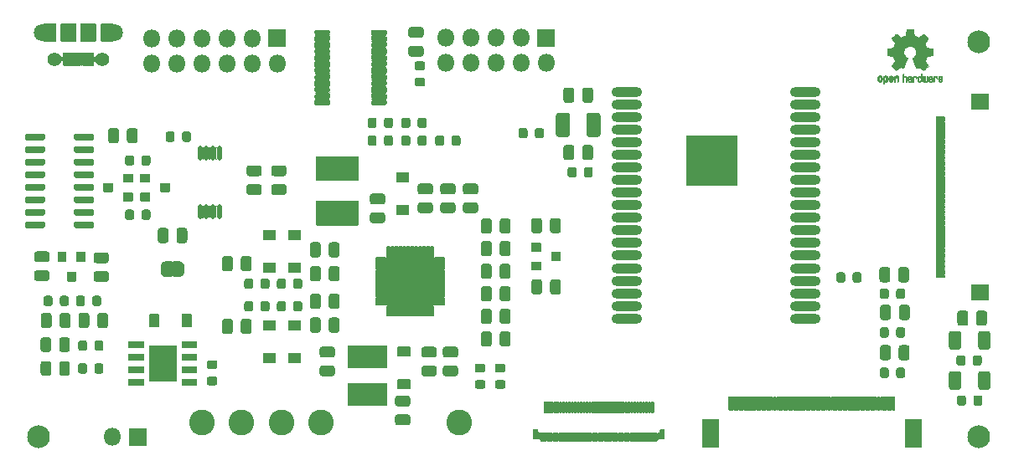
<source format=gts>
%TF.GenerationSoftware,KiCad,Pcbnew,5.1.10*%
%TF.CreationDate,2021-08-25T21:36:30+02:00*%
%TF.ProjectId,epaper-breakout,65706170-6572-42d6-9272-65616b6f7574,rev?*%
%TF.SameCoordinates,Original*%
%TF.FileFunction,Soldermask,Top*%
%TF.FilePolarity,Negative*%
%FSLAX46Y46*%
G04 Gerber Fmt 4.6, Leading zero omitted, Abs format (unit mm)*
G04 Created by KiCad (PCBNEW 5.1.10) date 2021-08-25 21:36:30*
%MOMM*%
%LPD*%
G01*
G04 APERTURE LIST*
%ADD10C,0.010000*%
%ADD11C,0.152400*%
%ADD12O,1.802000X1.802000*%
%ADD13C,2.602000*%
%ADD14C,1.392000*%
%ADD15C,1.802000*%
%ADD16O,0.551999X1.502000*%
%ADD17C,0.902000*%
%ADD18O,3.102000X1.002000*%
%ADD19C,0.610000*%
%ADD20C,0.100000*%
%ADD21C,2.302000*%
G04 APERTURE END LIST*
D10*
G36*
X115603910Y-20742348D02*
G01*
X115682454Y-20742778D01*
X115739298Y-20743942D01*
X115778105Y-20746207D01*
X115802538Y-20749940D01*
X115816262Y-20755506D01*
X115822940Y-20763273D01*
X115826236Y-20773605D01*
X115826556Y-20774943D01*
X115831562Y-20799079D01*
X115840829Y-20846701D01*
X115853392Y-20912741D01*
X115868287Y-20992128D01*
X115884551Y-21079796D01*
X115885119Y-21082875D01*
X115901410Y-21168789D01*
X115916652Y-21244696D01*
X115929861Y-21306045D01*
X115940054Y-21348282D01*
X115946248Y-21366855D01*
X115946543Y-21367184D01*
X115964788Y-21376253D01*
X116002405Y-21391367D01*
X116051271Y-21409262D01*
X116051543Y-21409358D01*
X116113093Y-21432493D01*
X116185657Y-21461965D01*
X116254057Y-21491597D01*
X116257294Y-21493062D01*
X116368702Y-21543626D01*
X116615399Y-21375160D01*
X116691077Y-21323803D01*
X116759631Y-21277889D01*
X116817088Y-21240030D01*
X116859476Y-21212837D01*
X116882825Y-21198921D01*
X116885042Y-21197889D01*
X116902010Y-21202484D01*
X116933701Y-21224655D01*
X116981352Y-21265447D01*
X117046198Y-21325905D01*
X117112397Y-21390227D01*
X117176214Y-21453612D01*
X117233329Y-21511451D01*
X117280305Y-21560175D01*
X117313703Y-21596210D01*
X117330085Y-21615984D01*
X117330694Y-21617002D01*
X117332505Y-21630572D01*
X117325683Y-21652733D01*
X117308540Y-21686478D01*
X117279393Y-21734800D01*
X117236555Y-21800692D01*
X117179448Y-21885517D01*
X117128766Y-21960177D01*
X117083461Y-22027140D01*
X117046150Y-22082516D01*
X117019452Y-22122420D01*
X117005985Y-22142962D01*
X117005137Y-22144356D01*
X117006781Y-22164038D01*
X117019245Y-22202293D01*
X117040048Y-22251889D01*
X117047462Y-22267728D01*
X117079814Y-22338290D01*
X117114328Y-22418353D01*
X117142365Y-22487629D01*
X117162568Y-22539045D01*
X117178615Y-22578119D01*
X117187888Y-22598541D01*
X117189041Y-22600114D01*
X117206096Y-22602721D01*
X117246298Y-22609863D01*
X117304302Y-22620523D01*
X117374763Y-22633685D01*
X117452335Y-22648333D01*
X117531672Y-22663449D01*
X117607431Y-22678018D01*
X117674264Y-22691022D01*
X117726828Y-22701445D01*
X117759776Y-22708270D01*
X117767857Y-22710199D01*
X117776205Y-22714962D01*
X117782506Y-22725718D01*
X117787045Y-22746098D01*
X117790104Y-22779734D01*
X117791967Y-22830255D01*
X117792918Y-22901292D01*
X117793240Y-22996476D01*
X117793257Y-23035492D01*
X117793257Y-23352799D01*
X117717057Y-23367839D01*
X117674663Y-23375995D01*
X117611400Y-23387899D01*
X117534962Y-23402116D01*
X117453043Y-23417210D01*
X117430400Y-23421355D01*
X117354806Y-23436053D01*
X117288953Y-23450505D01*
X117238366Y-23463375D01*
X117208574Y-23473322D01*
X117203612Y-23476287D01*
X117191426Y-23497283D01*
X117173953Y-23537967D01*
X117154577Y-23590322D01*
X117150734Y-23601600D01*
X117125339Y-23671523D01*
X117093817Y-23750418D01*
X117062969Y-23821266D01*
X117062817Y-23821595D01*
X117011447Y-23932733D01*
X117180399Y-24181253D01*
X117349352Y-24429772D01*
X117132429Y-24647058D01*
X117066819Y-24711726D01*
X117006979Y-24768733D01*
X116956267Y-24815033D01*
X116918046Y-24847584D01*
X116895675Y-24863343D01*
X116892466Y-24864343D01*
X116873626Y-24856469D01*
X116835180Y-24834578D01*
X116781330Y-24801267D01*
X116716276Y-24759131D01*
X116645940Y-24711943D01*
X116574555Y-24663810D01*
X116510908Y-24621928D01*
X116459041Y-24588871D01*
X116422995Y-24567218D01*
X116406867Y-24559543D01*
X116387189Y-24566037D01*
X116349875Y-24583150D01*
X116302621Y-24607326D01*
X116297612Y-24610013D01*
X116233977Y-24641927D01*
X116190341Y-24657579D01*
X116163202Y-24657745D01*
X116149057Y-24643204D01*
X116148975Y-24643000D01*
X116141905Y-24625779D01*
X116125042Y-24584899D01*
X116099695Y-24523525D01*
X116067171Y-24444819D01*
X116028778Y-24351947D01*
X115985822Y-24248072D01*
X115944222Y-24147502D01*
X115898504Y-24036516D01*
X115856526Y-23933703D01*
X115819548Y-23842215D01*
X115788827Y-23765201D01*
X115765622Y-23705815D01*
X115751190Y-23667209D01*
X115746743Y-23652800D01*
X115757896Y-23636272D01*
X115787069Y-23609930D01*
X115825971Y-23580887D01*
X115936757Y-23489039D01*
X116023351Y-23383759D01*
X116084716Y-23267266D01*
X116119815Y-23141776D01*
X116127608Y-23009507D01*
X116121943Y-22948457D01*
X116091078Y-22821795D01*
X116037920Y-22709941D01*
X115965767Y-22614001D01*
X115877917Y-22535076D01*
X115777665Y-22474270D01*
X115668310Y-22432687D01*
X115553147Y-22411428D01*
X115435475Y-22411599D01*
X115318590Y-22434301D01*
X115205789Y-22480638D01*
X115100369Y-22551713D01*
X115056368Y-22591911D01*
X114971979Y-22695129D01*
X114913222Y-22807925D01*
X114879704Y-22927010D01*
X114871035Y-23049095D01*
X114886823Y-23170893D01*
X114926678Y-23289116D01*
X114990207Y-23400475D01*
X115077021Y-23501684D01*
X115174029Y-23580887D01*
X115214437Y-23611162D01*
X115242982Y-23637219D01*
X115253257Y-23652825D01*
X115247877Y-23669843D01*
X115232575Y-23710500D01*
X115208612Y-23771642D01*
X115177244Y-23850119D01*
X115139732Y-23942780D01*
X115097333Y-24046472D01*
X115055663Y-24147526D01*
X115009690Y-24258607D01*
X114967107Y-24361541D01*
X114929221Y-24453165D01*
X114897340Y-24530316D01*
X114872771Y-24589831D01*
X114856820Y-24628544D01*
X114850910Y-24643000D01*
X114836948Y-24657685D01*
X114809940Y-24657642D01*
X114766413Y-24642099D01*
X114702890Y-24610284D01*
X114702388Y-24610013D01*
X114654560Y-24585323D01*
X114615897Y-24567338D01*
X114594095Y-24559614D01*
X114593133Y-24559543D01*
X114576721Y-24567378D01*
X114540487Y-24589165D01*
X114488474Y-24622328D01*
X114424725Y-24664291D01*
X114354060Y-24711943D01*
X114282116Y-24760191D01*
X114217274Y-24802151D01*
X114163735Y-24835227D01*
X114125697Y-24856821D01*
X114107533Y-24864343D01*
X114090808Y-24854457D01*
X114057180Y-24826826D01*
X114010010Y-24784495D01*
X113952658Y-24730505D01*
X113888484Y-24667899D01*
X113867497Y-24646983D01*
X113650499Y-24429623D01*
X113815668Y-24187220D01*
X113865864Y-24112781D01*
X113909919Y-24045972D01*
X113945362Y-23990665D01*
X113969719Y-23950729D01*
X113980522Y-23930036D01*
X113980838Y-23928563D01*
X113975143Y-23909058D01*
X113959826Y-23869822D01*
X113937537Y-23817430D01*
X113921893Y-23782355D01*
X113892641Y-23715201D01*
X113865094Y-23647358D01*
X113843737Y-23590034D01*
X113837935Y-23572572D01*
X113821452Y-23525938D01*
X113805340Y-23489905D01*
X113796490Y-23476287D01*
X113776960Y-23467952D01*
X113734334Y-23456137D01*
X113674145Y-23442181D01*
X113601922Y-23427422D01*
X113569600Y-23421355D01*
X113487522Y-23406273D01*
X113408795Y-23391669D01*
X113341109Y-23378980D01*
X113292160Y-23369642D01*
X113282943Y-23367839D01*
X113206743Y-23352799D01*
X113206743Y-23035492D01*
X113206914Y-22931154D01*
X113207616Y-22852213D01*
X113209134Y-22795038D01*
X113211749Y-22755999D01*
X113215746Y-22731465D01*
X113221409Y-22717805D01*
X113229020Y-22711389D01*
X113232143Y-22710199D01*
X113250978Y-22705980D01*
X113292588Y-22697562D01*
X113351630Y-22685961D01*
X113422757Y-22672195D01*
X113500625Y-22657280D01*
X113579887Y-22642232D01*
X113655198Y-22628069D01*
X113721213Y-22615806D01*
X113772587Y-22606461D01*
X113803975Y-22601050D01*
X113810959Y-22600114D01*
X113817285Y-22587596D01*
X113831290Y-22554246D01*
X113850355Y-22506377D01*
X113857634Y-22487629D01*
X113886996Y-22415195D01*
X113921571Y-22335170D01*
X113952537Y-22267728D01*
X113975323Y-22216159D01*
X113990482Y-22173785D01*
X113995542Y-22147834D01*
X113994736Y-22144356D01*
X113984041Y-22127936D01*
X113959620Y-22091417D01*
X113924095Y-22038687D01*
X113880087Y-21973635D01*
X113830217Y-21900151D01*
X113820356Y-21885645D01*
X113762492Y-21799704D01*
X113719956Y-21734261D01*
X113691054Y-21686304D01*
X113674090Y-21652820D01*
X113667367Y-21630795D01*
X113669190Y-21617217D01*
X113669236Y-21617131D01*
X113683586Y-21599297D01*
X113715323Y-21564817D01*
X113761010Y-21517268D01*
X113817204Y-21460222D01*
X113880468Y-21397255D01*
X113887602Y-21390227D01*
X113967330Y-21313020D01*
X114028857Y-21256330D01*
X114073421Y-21219110D01*
X114102257Y-21200315D01*
X114114958Y-21197889D01*
X114133494Y-21208471D01*
X114171961Y-21232916D01*
X114226386Y-21268612D01*
X114292798Y-21312947D01*
X114367225Y-21363311D01*
X114384601Y-21375160D01*
X114631297Y-21543626D01*
X114742706Y-21493062D01*
X114810457Y-21463595D01*
X114883183Y-21433959D01*
X114945703Y-21410330D01*
X114948457Y-21409358D01*
X114997360Y-21391457D01*
X115035057Y-21376320D01*
X115053425Y-21367210D01*
X115053456Y-21367184D01*
X115059285Y-21350717D01*
X115069192Y-21310219D01*
X115082195Y-21250242D01*
X115097309Y-21175340D01*
X115113552Y-21090064D01*
X115114881Y-21082875D01*
X115131175Y-20995014D01*
X115146133Y-20915260D01*
X115158791Y-20848681D01*
X115168186Y-20800347D01*
X115173354Y-20775325D01*
X115173444Y-20774943D01*
X115176589Y-20764299D01*
X115182704Y-20756262D01*
X115195453Y-20750467D01*
X115218500Y-20746547D01*
X115255509Y-20744135D01*
X115310144Y-20742865D01*
X115386067Y-20742371D01*
X115486944Y-20742286D01*
X115500000Y-20742286D01*
X115603910Y-20742348D01*
G37*
X115603910Y-20742348D02*
X115682454Y-20742778D01*
X115739298Y-20743942D01*
X115778105Y-20746207D01*
X115802538Y-20749940D01*
X115816262Y-20755506D01*
X115822940Y-20763273D01*
X115826236Y-20773605D01*
X115826556Y-20774943D01*
X115831562Y-20799079D01*
X115840829Y-20846701D01*
X115853392Y-20912741D01*
X115868287Y-20992128D01*
X115884551Y-21079796D01*
X115885119Y-21082875D01*
X115901410Y-21168789D01*
X115916652Y-21244696D01*
X115929861Y-21306045D01*
X115940054Y-21348282D01*
X115946248Y-21366855D01*
X115946543Y-21367184D01*
X115964788Y-21376253D01*
X116002405Y-21391367D01*
X116051271Y-21409262D01*
X116051543Y-21409358D01*
X116113093Y-21432493D01*
X116185657Y-21461965D01*
X116254057Y-21491597D01*
X116257294Y-21493062D01*
X116368702Y-21543626D01*
X116615399Y-21375160D01*
X116691077Y-21323803D01*
X116759631Y-21277889D01*
X116817088Y-21240030D01*
X116859476Y-21212837D01*
X116882825Y-21198921D01*
X116885042Y-21197889D01*
X116902010Y-21202484D01*
X116933701Y-21224655D01*
X116981352Y-21265447D01*
X117046198Y-21325905D01*
X117112397Y-21390227D01*
X117176214Y-21453612D01*
X117233329Y-21511451D01*
X117280305Y-21560175D01*
X117313703Y-21596210D01*
X117330085Y-21615984D01*
X117330694Y-21617002D01*
X117332505Y-21630572D01*
X117325683Y-21652733D01*
X117308540Y-21686478D01*
X117279393Y-21734800D01*
X117236555Y-21800692D01*
X117179448Y-21885517D01*
X117128766Y-21960177D01*
X117083461Y-22027140D01*
X117046150Y-22082516D01*
X117019452Y-22122420D01*
X117005985Y-22142962D01*
X117005137Y-22144356D01*
X117006781Y-22164038D01*
X117019245Y-22202293D01*
X117040048Y-22251889D01*
X117047462Y-22267728D01*
X117079814Y-22338290D01*
X117114328Y-22418353D01*
X117142365Y-22487629D01*
X117162568Y-22539045D01*
X117178615Y-22578119D01*
X117187888Y-22598541D01*
X117189041Y-22600114D01*
X117206096Y-22602721D01*
X117246298Y-22609863D01*
X117304302Y-22620523D01*
X117374763Y-22633685D01*
X117452335Y-22648333D01*
X117531672Y-22663449D01*
X117607431Y-22678018D01*
X117674264Y-22691022D01*
X117726828Y-22701445D01*
X117759776Y-22708270D01*
X117767857Y-22710199D01*
X117776205Y-22714962D01*
X117782506Y-22725718D01*
X117787045Y-22746098D01*
X117790104Y-22779734D01*
X117791967Y-22830255D01*
X117792918Y-22901292D01*
X117793240Y-22996476D01*
X117793257Y-23035492D01*
X117793257Y-23352799D01*
X117717057Y-23367839D01*
X117674663Y-23375995D01*
X117611400Y-23387899D01*
X117534962Y-23402116D01*
X117453043Y-23417210D01*
X117430400Y-23421355D01*
X117354806Y-23436053D01*
X117288953Y-23450505D01*
X117238366Y-23463375D01*
X117208574Y-23473322D01*
X117203612Y-23476287D01*
X117191426Y-23497283D01*
X117173953Y-23537967D01*
X117154577Y-23590322D01*
X117150734Y-23601600D01*
X117125339Y-23671523D01*
X117093817Y-23750418D01*
X117062969Y-23821266D01*
X117062817Y-23821595D01*
X117011447Y-23932733D01*
X117180399Y-24181253D01*
X117349352Y-24429772D01*
X117132429Y-24647058D01*
X117066819Y-24711726D01*
X117006979Y-24768733D01*
X116956267Y-24815033D01*
X116918046Y-24847584D01*
X116895675Y-24863343D01*
X116892466Y-24864343D01*
X116873626Y-24856469D01*
X116835180Y-24834578D01*
X116781330Y-24801267D01*
X116716276Y-24759131D01*
X116645940Y-24711943D01*
X116574555Y-24663810D01*
X116510908Y-24621928D01*
X116459041Y-24588871D01*
X116422995Y-24567218D01*
X116406867Y-24559543D01*
X116387189Y-24566037D01*
X116349875Y-24583150D01*
X116302621Y-24607326D01*
X116297612Y-24610013D01*
X116233977Y-24641927D01*
X116190341Y-24657579D01*
X116163202Y-24657745D01*
X116149057Y-24643204D01*
X116148975Y-24643000D01*
X116141905Y-24625779D01*
X116125042Y-24584899D01*
X116099695Y-24523525D01*
X116067171Y-24444819D01*
X116028778Y-24351947D01*
X115985822Y-24248072D01*
X115944222Y-24147502D01*
X115898504Y-24036516D01*
X115856526Y-23933703D01*
X115819548Y-23842215D01*
X115788827Y-23765201D01*
X115765622Y-23705815D01*
X115751190Y-23667209D01*
X115746743Y-23652800D01*
X115757896Y-23636272D01*
X115787069Y-23609930D01*
X115825971Y-23580887D01*
X115936757Y-23489039D01*
X116023351Y-23383759D01*
X116084716Y-23267266D01*
X116119815Y-23141776D01*
X116127608Y-23009507D01*
X116121943Y-22948457D01*
X116091078Y-22821795D01*
X116037920Y-22709941D01*
X115965767Y-22614001D01*
X115877917Y-22535076D01*
X115777665Y-22474270D01*
X115668310Y-22432687D01*
X115553147Y-22411428D01*
X115435475Y-22411599D01*
X115318590Y-22434301D01*
X115205789Y-22480638D01*
X115100369Y-22551713D01*
X115056368Y-22591911D01*
X114971979Y-22695129D01*
X114913222Y-22807925D01*
X114879704Y-22927010D01*
X114871035Y-23049095D01*
X114886823Y-23170893D01*
X114926678Y-23289116D01*
X114990207Y-23400475D01*
X115077021Y-23501684D01*
X115174029Y-23580887D01*
X115214437Y-23611162D01*
X115242982Y-23637219D01*
X115253257Y-23652825D01*
X115247877Y-23669843D01*
X115232575Y-23710500D01*
X115208612Y-23771642D01*
X115177244Y-23850119D01*
X115139732Y-23942780D01*
X115097333Y-24046472D01*
X115055663Y-24147526D01*
X115009690Y-24258607D01*
X114967107Y-24361541D01*
X114929221Y-24453165D01*
X114897340Y-24530316D01*
X114872771Y-24589831D01*
X114856820Y-24628544D01*
X114850910Y-24643000D01*
X114836948Y-24657685D01*
X114809940Y-24657642D01*
X114766413Y-24642099D01*
X114702890Y-24610284D01*
X114702388Y-24610013D01*
X114654560Y-24585323D01*
X114615897Y-24567338D01*
X114594095Y-24559614D01*
X114593133Y-24559543D01*
X114576721Y-24567378D01*
X114540487Y-24589165D01*
X114488474Y-24622328D01*
X114424725Y-24664291D01*
X114354060Y-24711943D01*
X114282116Y-24760191D01*
X114217274Y-24802151D01*
X114163735Y-24835227D01*
X114125697Y-24856821D01*
X114107533Y-24864343D01*
X114090808Y-24854457D01*
X114057180Y-24826826D01*
X114010010Y-24784495D01*
X113952658Y-24730505D01*
X113888484Y-24667899D01*
X113867497Y-24646983D01*
X113650499Y-24429623D01*
X113815668Y-24187220D01*
X113865864Y-24112781D01*
X113909919Y-24045972D01*
X113945362Y-23990665D01*
X113969719Y-23950729D01*
X113980522Y-23930036D01*
X113980838Y-23928563D01*
X113975143Y-23909058D01*
X113959826Y-23869822D01*
X113937537Y-23817430D01*
X113921893Y-23782355D01*
X113892641Y-23715201D01*
X113865094Y-23647358D01*
X113843737Y-23590034D01*
X113837935Y-23572572D01*
X113821452Y-23525938D01*
X113805340Y-23489905D01*
X113796490Y-23476287D01*
X113776960Y-23467952D01*
X113734334Y-23456137D01*
X113674145Y-23442181D01*
X113601922Y-23427422D01*
X113569600Y-23421355D01*
X113487522Y-23406273D01*
X113408795Y-23391669D01*
X113341109Y-23378980D01*
X113292160Y-23369642D01*
X113282943Y-23367839D01*
X113206743Y-23352799D01*
X113206743Y-23035492D01*
X113206914Y-22931154D01*
X113207616Y-22852213D01*
X113209134Y-22795038D01*
X113211749Y-22755999D01*
X113215746Y-22731465D01*
X113221409Y-22717805D01*
X113229020Y-22711389D01*
X113232143Y-22710199D01*
X113250978Y-22705980D01*
X113292588Y-22697562D01*
X113351630Y-22685961D01*
X113422757Y-22672195D01*
X113500625Y-22657280D01*
X113579887Y-22642232D01*
X113655198Y-22628069D01*
X113721213Y-22615806D01*
X113772587Y-22606461D01*
X113803975Y-22601050D01*
X113810959Y-22600114D01*
X113817285Y-22587596D01*
X113831290Y-22554246D01*
X113850355Y-22506377D01*
X113857634Y-22487629D01*
X113886996Y-22415195D01*
X113921571Y-22335170D01*
X113952537Y-22267728D01*
X113975323Y-22216159D01*
X113990482Y-22173785D01*
X113995542Y-22147834D01*
X113994736Y-22144356D01*
X113984041Y-22127936D01*
X113959620Y-22091417D01*
X113924095Y-22038687D01*
X113880087Y-21973635D01*
X113830217Y-21900151D01*
X113820356Y-21885645D01*
X113762492Y-21799704D01*
X113719956Y-21734261D01*
X113691054Y-21686304D01*
X113674090Y-21652820D01*
X113667367Y-21630795D01*
X113669190Y-21617217D01*
X113669236Y-21617131D01*
X113683586Y-21599297D01*
X113715323Y-21564817D01*
X113761010Y-21517268D01*
X113817204Y-21460222D01*
X113880468Y-21397255D01*
X113887602Y-21390227D01*
X113967330Y-21313020D01*
X114028857Y-21256330D01*
X114073421Y-21219110D01*
X114102257Y-21200315D01*
X114114958Y-21197889D01*
X114133494Y-21208471D01*
X114171961Y-21232916D01*
X114226386Y-21268612D01*
X114292798Y-21312947D01*
X114367225Y-21363311D01*
X114384601Y-21375160D01*
X114631297Y-21543626D01*
X114742706Y-21493062D01*
X114810457Y-21463595D01*
X114883183Y-21433959D01*
X114945703Y-21410330D01*
X114948457Y-21409358D01*
X114997360Y-21391457D01*
X115035057Y-21376320D01*
X115053425Y-21367210D01*
X115053456Y-21367184D01*
X115059285Y-21350717D01*
X115069192Y-21310219D01*
X115082195Y-21250242D01*
X115097309Y-21175340D01*
X115113552Y-21090064D01*
X115114881Y-21082875D01*
X115131175Y-20995014D01*
X115146133Y-20915260D01*
X115158791Y-20848681D01*
X115168186Y-20800347D01*
X115173354Y-20775325D01*
X115173444Y-20774943D01*
X115176589Y-20764299D01*
X115182704Y-20756262D01*
X115195453Y-20750467D01*
X115218500Y-20746547D01*
X115255509Y-20744135D01*
X115310144Y-20742865D01*
X115386067Y-20742371D01*
X115486944Y-20742286D01*
X115500000Y-20742286D01*
X115603910Y-20742348D01*
G36*
X118653595Y-25466966D02*
G01*
X118711021Y-25504497D01*
X118738719Y-25538096D01*
X118760662Y-25599064D01*
X118762405Y-25647308D01*
X118758457Y-25711816D01*
X118609686Y-25776934D01*
X118537349Y-25810202D01*
X118490084Y-25836964D01*
X118465507Y-25860144D01*
X118461237Y-25882667D01*
X118474889Y-25907455D01*
X118489943Y-25923886D01*
X118533746Y-25950235D01*
X118581389Y-25952081D01*
X118625145Y-25931546D01*
X118657289Y-25890752D01*
X118663038Y-25876347D01*
X118690576Y-25831356D01*
X118722258Y-25812182D01*
X118765714Y-25795779D01*
X118765714Y-25857966D01*
X118761872Y-25900283D01*
X118746823Y-25935969D01*
X118715280Y-25976943D01*
X118710592Y-25982267D01*
X118675506Y-26018720D01*
X118645347Y-26038283D01*
X118607615Y-26047283D01*
X118576335Y-26050230D01*
X118520385Y-26050965D01*
X118480555Y-26041660D01*
X118455708Y-26027846D01*
X118416656Y-25997467D01*
X118389625Y-25964613D01*
X118372517Y-25923294D01*
X118363238Y-25867521D01*
X118359693Y-25791305D01*
X118359410Y-25752622D01*
X118360372Y-25706247D01*
X118448007Y-25706247D01*
X118449023Y-25731126D01*
X118451556Y-25735200D01*
X118468274Y-25729665D01*
X118504249Y-25715017D01*
X118552331Y-25694190D01*
X118562386Y-25689714D01*
X118623152Y-25658814D01*
X118656632Y-25631657D01*
X118663990Y-25606220D01*
X118646391Y-25580481D01*
X118631856Y-25569109D01*
X118579410Y-25546364D01*
X118530322Y-25550122D01*
X118489227Y-25577884D01*
X118460758Y-25627152D01*
X118451631Y-25666257D01*
X118448007Y-25706247D01*
X118360372Y-25706247D01*
X118361285Y-25662249D01*
X118368196Y-25595384D01*
X118381884Y-25546695D01*
X118404096Y-25510849D01*
X118436574Y-25482513D01*
X118450733Y-25473355D01*
X118515053Y-25449507D01*
X118585473Y-25448006D01*
X118653595Y-25466966D01*
G37*
X118653595Y-25466966D02*
X118711021Y-25504497D01*
X118738719Y-25538096D01*
X118760662Y-25599064D01*
X118762405Y-25647308D01*
X118758457Y-25711816D01*
X118609686Y-25776934D01*
X118537349Y-25810202D01*
X118490084Y-25836964D01*
X118465507Y-25860144D01*
X118461237Y-25882667D01*
X118474889Y-25907455D01*
X118489943Y-25923886D01*
X118533746Y-25950235D01*
X118581389Y-25952081D01*
X118625145Y-25931546D01*
X118657289Y-25890752D01*
X118663038Y-25876347D01*
X118690576Y-25831356D01*
X118722258Y-25812182D01*
X118765714Y-25795779D01*
X118765714Y-25857966D01*
X118761872Y-25900283D01*
X118746823Y-25935969D01*
X118715280Y-25976943D01*
X118710592Y-25982267D01*
X118675506Y-26018720D01*
X118645347Y-26038283D01*
X118607615Y-26047283D01*
X118576335Y-26050230D01*
X118520385Y-26050965D01*
X118480555Y-26041660D01*
X118455708Y-26027846D01*
X118416656Y-25997467D01*
X118389625Y-25964613D01*
X118372517Y-25923294D01*
X118363238Y-25867521D01*
X118359693Y-25791305D01*
X118359410Y-25752622D01*
X118360372Y-25706247D01*
X118448007Y-25706247D01*
X118449023Y-25731126D01*
X118451556Y-25735200D01*
X118468274Y-25729665D01*
X118504249Y-25715017D01*
X118552331Y-25694190D01*
X118562386Y-25689714D01*
X118623152Y-25658814D01*
X118656632Y-25631657D01*
X118663990Y-25606220D01*
X118646391Y-25580481D01*
X118631856Y-25569109D01*
X118579410Y-25546364D01*
X118530322Y-25550122D01*
X118489227Y-25577884D01*
X118460758Y-25627152D01*
X118451631Y-25666257D01*
X118448007Y-25706247D01*
X118360372Y-25706247D01*
X118361285Y-25662249D01*
X118368196Y-25595384D01*
X118381884Y-25546695D01*
X118404096Y-25510849D01*
X118436574Y-25482513D01*
X118450733Y-25473355D01*
X118515053Y-25449507D01*
X118585473Y-25448006D01*
X118653595Y-25466966D01*
G36*
X116690117Y-25565358D02*
G01*
X116689933Y-25673837D01*
X116689219Y-25757287D01*
X116687675Y-25819704D01*
X116685001Y-25865085D01*
X116680894Y-25897429D01*
X116675055Y-25920733D01*
X116667182Y-25938995D01*
X116661221Y-25949418D01*
X116611855Y-26005945D01*
X116549264Y-26041377D01*
X116480013Y-26054090D01*
X116410668Y-26042463D01*
X116369375Y-26021568D01*
X116326025Y-25985422D01*
X116296481Y-25941276D01*
X116278655Y-25883462D01*
X116270463Y-25806313D01*
X116269302Y-25749714D01*
X116269458Y-25745647D01*
X116370857Y-25745647D01*
X116371476Y-25810550D01*
X116374314Y-25853514D01*
X116380840Y-25881622D01*
X116392523Y-25901953D01*
X116406483Y-25917288D01*
X116453365Y-25946890D01*
X116503701Y-25949419D01*
X116551276Y-25924705D01*
X116554979Y-25921356D01*
X116570783Y-25903935D01*
X116580693Y-25883209D01*
X116586058Y-25852362D01*
X116588228Y-25804577D01*
X116588571Y-25751748D01*
X116587827Y-25685381D01*
X116584748Y-25641106D01*
X116578061Y-25612009D01*
X116566496Y-25591173D01*
X116557013Y-25580107D01*
X116512960Y-25552198D01*
X116462224Y-25548843D01*
X116413796Y-25570159D01*
X116404450Y-25578073D01*
X116388540Y-25595647D01*
X116378610Y-25616587D01*
X116373278Y-25647782D01*
X116371163Y-25696122D01*
X116370857Y-25745647D01*
X116269458Y-25745647D01*
X116272810Y-25658568D01*
X116284726Y-25590086D01*
X116307135Y-25538600D01*
X116342124Y-25498443D01*
X116369375Y-25477861D01*
X116418907Y-25455625D01*
X116476316Y-25445304D01*
X116529682Y-25448067D01*
X116559543Y-25459212D01*
X116571261Y-25462383D01*
X116579037Y-25450557D01*
X116584465Y-25418866D01*
X116588571Y-25370593D01*
X116593067Y-25316829D01*
X116599313Y-25284482D01*
X116610676Y-25265985D01*
X116630528Y-25253770D01*
X116643000Y-25248362D01*
X116690171Y-25228601D01*
X116690117Y-25565358D01*
G37*
X116690117Y-25565358D02*
X116689933Y-25673837D01*
X116689219Y-25757287D01*
X116687675Y-25819704D01*
X116685001Y-25865085D01*
X116680894Y-25897429D01*
X116675055Y-25920733D01*
X116667182Y-25938995D01*
X116661221Y-25949418D01*
X116611855Y-26005945D01*
X116549264Y-26041377D01*
X116480013Y-26054090D01*
X116410668Y-26042463D01*
X116369375Y-26021568D01*
X116326025Y-25985422D01*
X116296481Y-25941276D01*
X116278655Y-25883462D01*
X116270463Y-25806313D01*
X116269302Y-25749714D01*
X116269458Y-25745647D01*
X116370857Y-25745647D01*
X116371476Y-25810550D01*
X116374314Y-25853514D01*
X116380840Y-25881622D01*
X116392523Y-25901953D01*
X116406483Y-25917288D01*
X116453365Y-25946890D01*
X116503701Y-25949419D01*
X116551276Y-25924705D01*
X116554979Y-25921356D01*
X116570783Y-25903935D01*
X116580693Y-25883209D01*
X116586058Y-25852362D01*
X116588228Y-25804577D01*
X116588571Y-25751748D01*
X116587827Y-25685381D01*
X116584748Y-25641106D01*
X116578061Y-25612009D01*
X116566496Y-25591173D01*
X116557013Y-25580107D01*
X116512960Y-25552198D01*
X116462224Y-25548843D01*
X116413796Y-25570159D01*
X116404450Y-25578073D01*
X116388540Y-25595647D01*
X116378610Y-25616587D01*
X116373278Y-25647782D01*
X116371163Y-25696122D01*
X116370857Y-25745647D01*
X116269458Y-25745647D01*
X116272810Y-25658568D01*
X116284726Y-25590086D01*
X116307135Y-25538600D01*
X116342124Y-25498443D01*
X116369375Y-25477861D01*
X116418907Y-25455625D01*
X116476316Y-25445304D01*
X116529682Y-25448067D01*
X116559543Y-25459212D01*
X116571261Y-25462383D01*
X116579037Y-25450557D01*
X116584465Y-25418866D01*
X116588571Y-25370593D01*
X116593067Y-25316829D01*
X116599313Y-25284482D01*
X116610676Y-25265985D01*
X116630528Y-25253770D01*
X116643000Y-25248362D01*
X116690171Y-25228601D01*
X116690117Y-25565358D01*
G36*
X117279833Y-25458663D02*
G01*
X117282048Y-25496850D01*
X117283784Y-25554886D01*
X117284899Y-25628180D01*
X117285257Y-25705055D01*
X117285257Y-25965196D01*
X117239326Y-26011127D01*
X117207675Y-26039429D01*
X117179890Y-26050893D01*
X117141915Y-26050168D01*
X117126840Y-26048321D01*
X117079726Y-26042948D01*
X117040756Y-26039869D01*
X117031257Y-26039585D01*
X116999233Y-26041445D01*
X116953432Y-26046114D01*
X116935674Y-26048321D01*
X116892057Y-26051735D01*
X116862745Y-26044320D01*
X116833680Y-26021427D01*
X116823188Y-26011127D01*
X116777257Y-25965196D01*
X116777257Y-25478602D01*
X116814226Y-25461758D01*
X116846059Y-25449282D01*
X116864683Y-25444914D01*
X116869458Y-25458718D01*
X116873921Y-25497286D01*
X116877775Y-25556356D01*
X116880722Y-25631663D01*
X116882143Y-25695286D01*
X116886114Y-25945657D01*
X116920759Y-25950556D01*
X116952268Y-25947131D01*
X116967708Y-25936041D01*
X116972023Y-25915308D01*
X116975708Y-25871145D01*
X116978469Y-25809146D01*
X116980012Y-25734909D01*
X116980235Y-25696706D01*
X116980457Y-25476783D01*
X117026166Y-25460849D01*
X117058518Y-25450015D01*
X117076115Y-25444962D01*
X117076623Y-25444914D01*
X117078388Y-25458648D01*
X117080329Y-25496730D01*
X117082282Y-25554482D01*
X117084084Y-25627227D01*
X117085343Y-25695286D01*
X117089314Y-25945657D01*
X117176400Y-25945657D01*
X117180396Y-25717240D01*
X117184392Y-25488822D01*
X117226847Y-25466868D01*
X117258192Y-25451793D01*
X117276744Y-25444951D01*
X117277279Y-25444914D01*
X117279833Y-25458663D01*
G37*
X117279833Y-25458663D02*
X117282048Y-25496850D01*
X117283784Y-25554886D01*
X117284899Y-25628180D01*
X117285257Y-25705055D01*
X117285257Y-25965196D01*
X117239326Y-26011127D01*
X117207675Y-26039429D01*
X117179890Y-26050893D01*
X117141915Y-26050168D01*
X117126840Y-26048321D01*
X117079726Y-26042948D01*
X117040756Y-26039869D01*
X117031257Y-26039585D01*
X116999233Y-26041445D01*
X116953432Y-26046114D01*
X116935674Y-26048321D01*
X116892057Y-26051735D01*
X116862745Y-26044320D01*
X116833680Y-26021427D01*
X116823188Y-26011127D01*
X116777257Y-25965196D01*
X116777257Y-25478602D01*
X116814226Y-25461758D01*
X116846059Y-25449282D01*
X116864683Y-25444914D01*
X116869458Y-25458718D01*
X116873921Y-25497286D01*
X116877775Y-25556356D01*
X116880722Y-25631663D01*
X116882143Y-25695286D01*
X116886114Y-25945657D01*
X116920759Y-25950556D01*
X116952268Y-25947131D01*
X116967708Y-25936041D01*
X116972023Y-25915308D01*
X116975708Y-25871145D01*
X116978469Y-25809146D01*
X116980012Y-25734909D01*
X116980235Y-25696706D01*
X116980457Y-25476783D01*
X117026166Y-25460849D01*
X117058518Y-25450015D01*
X117076115Y-25444962D01*
X117076623Y-25444914D01*
X117078388Y-25458648D01*
X117080329Y-25496730D01*
X117082282Y-25554482D01*
X117084084Y-25627227D01*
X117085343Y-25695286D01*
X117089314Y-25945657D01*
X117176400Y-25945657D01*
X117180396Y-25717240D01*
X117184392Y-25488822D01*
X117226847Y-25466868D01*
X117258192Y-25451793D01*
X117276744Y-25444951D01*
X117277279Y-25444914D01*
X117279833Y-25458663D01*
G36*
X113099744Y-25419918D02*
G01*
X113155201Y-25447568D01*
X113204148Y-25498480D01*
X113217629Y-25517338D01*
X113232314Y-25542015D01*
X113241842Y-25568816D01*
X113247293Y-25604587D01*
X113249747Y-25656169D01*
X113250286Y-25724267D01*
X113247852Y-25817588D01*
X113239394Y-25887657D01*
X113223174Y-25939931D01*
X113197454Y-25979869D01*
X113160497Y-26012929D01*
X113157782Y-26014886D01*
X113121360Y-26034908D01*
X113077502Y-26044815D01*
X113021724Y-26047257D01*
X112931048Y-26047257D01*
X112931010Y-26135283D01*
X112930166Y-26184308D01*
X112925024Y-26213065D01*
X112911587Y-26230311D01*
X112885858Y-26244808D01*
X112879679Y-26247769D01*
X112850764Y-26261648D01*
X112828376Y-26270414D01*
X112811729Y-26271171D01*
X112800036Y-26261023D01*
X112792510Y-26237073D01*
X112788366Y-26196426D01*
X112786815Y-26136186D01*
X112787071Y-26053455D01*
X112788349Y-25945339D01*
X112788748Y-25913000D01*
X112790185Y-25801524D01*
X112791472Y-25728603D01*
X112930971Y-25728603D01*
X112931755Y-25790499D01*
X112935240Y-25830997D01*
X112943124Y-25857708D01*
X112957105Y-25878244D01*
X112966597Y-25888260D01*
X113005404Y-25917567D01*
X113039763Y-25919952D01*
X113075216Y-25895750D01*
X113076114Y-25894857D01*
X113090539Y-25876153D01*
X113099313Y-25850732D01*
X113103739Y-25811584D01*
X113105118Y-25751697D01*
X113105143Y-25738430D01*
X113101812Y-25655901D01*
X113090969Y-25598691D01*
X113071340Y-25563766D01*
X113041650Y-25548094D01*
X113024491Y-25546514D01*
X112983766Y-25553926D01*
X112955832Y-25578330D01*
X112939017Y-25622980D01*
X112931650Y-25691130D01*
X112930971Y-25728603D01*
X112791472Y-25728603D01*
X112791708Y-25715245D01*
X112793677Y-25650333D01*
X112796450Y-25602958D01*
X112800388Y-25569290D01*
X112805849Y-25545498D01*
X112813192Y-25527753D01*
X112822777Y-25512224D01*
X112826887Y-25506381D01*
X112881405Y-25451185D01*
X112950336Y-25419890D01*
X113030072Y-25411165D01*
X113099744Y-25419918D01*
G37*
X113099744Y-25419918D02*
X113155201Y-25447568D01*
X113204148Y-25498480D01*
X113217629Y-25517338D01*
X113232314Y-25542015D01*
X113241842Y-25568816D01*
X113247293Y-25604587D01*
X113249747Y-25656169D01*
X113250286Y-25724267D01*
X113247852Y-25817588D01*
X113239394Y-25887657D01*
X113223174Y-25939931D01*
X113197454Y-25979869D01*
X113160497Y-26012929D01*
X113157782Y-26014886D01*
X113121360Y-26034908D01*
X113077502Y-26044815D01*
X113021724Y-26047257D01*
X112931048Y-26047257D01*
X112931010Y-26135283D01*
X112930166Y-26184308D01*
X112925024Y-26213065D01*
X112911587Y-26230311D01*
X112885858Y-26244808D01*
X112879679Y-26247769D01*
X112850764Y-26261648D01*
X112828376Y-26270414D01*
X112811729Y-26271171D01*
X112800036Y-26261023D01*
X112792510Y-26237073D01*
X112788366Y-26196426D01*
X112786815Y-26136186D01*
X112787071Y-26053455D01*
X112788349Y-25945339D01*
X112788748Y-25913000D01*
X112790185Y-25801524D01*
X112791472Y-25728603D01*
X112930971Y-25728603D01*
X112931755Y-25790499D01*
X112935240Y-25830997D01*
X112943124Y-25857708D01*
X112957105Y-25878244D01*
X112966597Y-25888260D01*
X113005404Y-25917567D01*
X113039763Y-25919952D01*
X113075216Y-25895750D01*
X113076114Y-25894857D01*
X113090539Y-25876153D01*
X113099313Y-25850732D01*
X113103739Y-25811584D01*
X113105118Y-25751697D01*
X113105143Y-25738430D01*
X113101812Y-25655901D01*
X113090969Y-25598691D01*
X113071340Y-25563766D01*
X113041650Y-25548094D01*
X113024491Y-25546514D01*
X112983766Y-25553926D01*
X112955832Y-25578330D01*
X112939017Y-25622980D01*
X112931650Y-25691130D01*
X112930971Y-25728603D01*
X112791472Y-25728603D01*
X112791708Y-25715245D01*
X112793677Y-25650333D01*
X112796450Y-25602958D01*
X112800388Y-25569290D01*
X112805849Y-25545498D01*
X112813192Y-25527753D01*
X112822777Y-25512224D01*
X112826887Y-25506381D01*
X112881405Y-25451185D01*
X112950336Y-25419890D01*
X113030072Y-25411165D01*
X113099744Y-25419918D01*
G36*
X114216093Y-25427780D02*
G01*
X114262672Y-25454723D01*
X114295057Y-25481466D01*
X114318742Y-25509484D01*
X114335059Y-25543748D01*
X114345339Y-25589227D01*
X114350914Y-25650892D01*
X114353116Y-25733711D01*
X114353371Y-25793246D01*
X114353371Y-26012391D01*
X114291686Y-26040044D01*
X114230000Y-26067697D01*
X114222743Y-25827670D01*
X114219744Y-25738028D01*
X114216598Y-25672962D01*
X114212701Y-25628026D01*
X114207447Y-25598770D01*
X114200231Y-25580748D01*
X114190450Y-25569511D01*
X114187312Y-25567079D01*
X114139761Y-25548083D01*
X114091697Y-25555600D01*
X114063086Y-25575543D01*
X114051447Y-25589675D01*
X114043391Y-25608220D01*
X114038271Y-25636334D01*
X114035441Y-25679173D01*
X114034256Y-25741895D01*
X114034057Y-25807261D01*
X114034018Y-25889268D01*
X114032614Y-25947316D01*
X114027914Y-25986465D01*
X114017987Y-26011780D01*
X114000903Y-26028323D01*
X113974732Y-26041156D01*
X113939775Y-26054491D01*
X113901596Y-26069007D01*
X113906141Y-25811389D01*
X113907971Y-25718519D01*
X113910112Y-25649889D01*
X113913181Y-25600711D01*
X113917794Y-25566198D01*
X113924568Y-25541562D01*
X113934119Y-25522016D01*
X113945634Y-25504770D01*
X114001190Y-25449680D01*
X114068980Y-25417822D01*
X114142713Y-25410191D01*
X114216093Y-25427780D01*
G37*
X114216093Y-25427780D02*
X114262672Y-25454723D01*
X114295057Y-25481466D01*
X114318742Y-25509484D01*
X114335059Y-25543748D01*
X114345339Y-25589227D01*
X114350914Y-25650892D01*
X114353116Y-25733711D01*
X114353371Y-25793246D01*
X114353371Y-26012391D01*
X114291686Y-26040044D01*
X114230000Y-26067697D01*
X114222743Y-25827670D01*
X114219744Y-25738028D01*
X114216598Y-25672962D01*
X114212701Y-25628026D01*
X114207447Y-25598770D01*
X114200231Y-25580748D01*
X114190450Y-25569511D01*
X114187312Y-25567079D01*
X114139761Y-25548083D01*
X114091697Y-25555600D01*
X114063086Y-25575543D01*
X114051447Y-25589675D01*
X114043391Y-25608220D01*
X114038271Y-25636334D01*
X114035441Y-25679173D01*
X114034256Y-25741895D01*
X114034057Y-25807261D01*
X114034018Y-25889268D01*
X114032614Y-25947316D01*
X114027914Y-25986465D01*
X114017987Y-26011780D01*
X114000903Y-26028323D01*
X113974732Y-26041156D01*
X113939775Y-26054491D01*
X113901596Y-26069007D01*
X113906141Y-25811389D01*
X113907971Y-25718519D01*
X113910112Y-25649889D01*
X113913181Y-25600711D01*
X113917794Y-25566198D01*
X113924568Y-25541562D01*
X113934119Y-25522016D01*
X113945634Y-25504770D01*
X114001190Y-25449680D01*
X114068980Y-25417822D01*
X114142713Y-25410191D01*
X114216093Y-25427780D01*
G36*
X112541115Y-25421962D02*
G01*
X112609145Y-25457733D01*
X112659351Y-25515301D01*
X112677185Y-25552312D01*
X112691063Y-25607882D01*
X112698167Y-25678096D01*
X112698840Y-25754727D01*
X112693427Y-25829552D01*
X112682270Y-25894342D01*
X112665714Y-25940873D01*
X112660626Y-25948887D01*
X112600355Y-26008707D01*
X112528769Y-26044535D01*
X112451092Y-26055020D01*
X112372548Y-26038810D01*
X112350689Y-26029092D01*
X112308122Y-25999143D01*
X112270763Y-25959433D01*
X112267232Y-25954397D01*
X112252881Y-25930124D01*
X112243394Y-25904178D01*
X112237790Y-25870022D01*
X112235086Y-25821119D01*
X112234299Y-25750935D01*
X112234286Y-25735200D01*
X112234322Y-25730192D01*
X112379429Y-25730192D01*
X112380273Y-25796430D01*
X112383596Y-25840386D01*
X112390583Y-25868779D01*
X112402416Y-25888325D01*
X112408457Y-25894857D01*
X112443186Y-25919680D01*
X112476903Y-25918548D01*
X112510995Y-25897016D01*
X112531329Y-25874029D01*
X112543371Y-25840478D01*
X112550134Y-25787569D01*
X112550598Y-25781399D01*
X112551752Y-25685513D01*
X112539688Y-25614299D01*
X112514570Y-25568194D01*
X112476560Y-25547635D01*
X112462992Y-25546514D01*
X112427364Y-25552152D01*
X112402994Y-25571686D01*
X112388093Y-25609042D01*
X112380875Y-25668150D01*
X112379429Y-25730192D01*
X112234322Y-25730192D01*
X112234826Y-25660413D01*
X112237096Y-25608159D01*
X112242068Y-25571949D01*
X112250713Y-25545299D01*
X112264005Y-25521722D01*
X112266943Y-25517338D01*
X112316313Y-25458249D01*
X112370109Y-25423947D01*
X112435602Y-25410331D01*
X112457842Y-25409665D01*
X112541115Y-25421962D01*
G37*
X112541115Y-25421962D02*
X112609145Y-25457733D01*
X112659351Y-25515301D01*
X112677185Y-25552312D01*
X112691063Y-25607882D01*
X112698167Y-25678096D01*
X112698840Y-25754727D01*
X112693427Y-25829552D01*
X112682270Y-25894342D01*
X112665714Y-25940873D01*
X112660626Y-25948887D01*
X112600355Y-26008707D01*
X112528769Y-26044535D01*
X112451092Y-26055020D01*
X112372548Y-26038810D01*
X112350689Y-26029092D01*
X112308122Y-25999143D01*
X112270763Y-25959433D01*
X112267232Y-25954397D01*
X112252881Y-25930124D01*
X112243394Y-25904178D01*
X112237790Y-25870022D01*
X112235086Y-25821119D01*
X112234299Y-25750935D01*
X112234286Y-25735200D01*
X112234322Y-25730192D01*
X112379429Y-25730192D01*
X112380273Y-25796430D01*
X112383596Y-25840386D01*
X112390583Y-25868779D01*
X112402416Y-25888325D01*
X112408457Y-25894857D01*
X112443186Y-25919680D01*
X112476903Y-25918548D01*
X112510995Y-25897016D01*
X112531329Y-25874029D01*
X112543371Y-25840478D01*
X112550134Y-25787569D01*
X112550598Y-25781399D01*
X112551752Y-25685513D01*
X112539688Y-25614299D01*
X112514570Y-25568194D01*
X112476560Y-25547635D01*
X112462992Y-25546514D01*
X112427364Y-25552152D01*
X112402994Y-25571686D01*
X112388093Y-25609042D01*
X112380875Y-25668150D01*
X112379429Y-25730192D01*
X112234322Y-25730192D01*
X112234826Y-25660413D01*
X112237096Y-25608159D01*
X112242068Y-25571949D01*
X112250713Y-25545299D01*
X112264005Y-25521722D01*
X112266943Y-25517338D01*
X112316313Y-25458249D01*
X112370109Y-25423947D01*
X112435602Y-25410331D01*
X112457842Y-25409665D01*
X112541115Y-25421962D01*
G36*
X113668303Y-25431239D02*
G01*
X113725527Y-25469735D01*
X113769749Y-25525335D01*
X113796167Y-25596086D01*
X113801510Y-25648162D01*
X113800903Y-25669893D01*
X113795822Y-25686531D01*
X113781855Y-25701437D01*
X113754589Y-25717973D01*
X113709612Y-25739498D01*
X113642511Y-25769374D01*
X113642171Y-25769524D01*
X113580407Y-25797813D01*
X113529759Y-25822933D01*
X113495404Y-25842179D01*
X113482518Y-25852848D01*
X113482514Y-25852934D01*
X113493872Y-25876166D01*
X113520431Y-25901774D01*
X113550923Y-25920221D01*
X113566370Y-25923886D01*
X113608515Y-25911212D01*
X113644808Y-25879471D01*
X113662517Y-25844572D01*
X113679552Y-25818845D01*
X113712922Y-25789546D01*
X113752149Y-25764235D01*
X113786756Y-25750471D01*
X113793993Y-25749714D01*
X113802139Y-25762160D01*
X113802630Y-25793972D01*
X113796643Y-25836866D01*
X113785357Y-25882558D01*
X113769950Y-25922761D01*
X113769171Y-25924322D01*
X113722804Y-25989062D01*
X113662711Y-26033097D01*
X113594465Y-26054711D01*
X113523638Y-26052185D01*
X113455804Y-26023804D01*
X113452788Y-26021808D01*
X113399427Y-25973448D01*
X113364340Y-25910352D01*
X113344922Y-25827387D01*
X113342316Y-25804078D01*
X113337701Y-25694055D01*
X113343233Y-25642748D01*
X113482514Y-25642748D01*
X113484324Y-25674753D01*
X113494222Y-25684093D01*
X113518898Y-25677105D01*
X113557795Y-25660587D01*
X113601275Y-25639881D01*
X113602356Y-25639333D01*
X113639209Y-25619949D01*
X113654000Y-25607013D01*
X113650353Y-25593451D01*
X113634995Y-25575632D01*
X113595923Y-25549845D01*
X113553846Y-25547950D01*
X113516103Y-25566717D01*
X113490034Y-25602915D01*
X113482514Y-25642748D01*
X113343233Y-25642748D01*
X113347194Y-25606027D01*
X113371550Y-25536212D01*
X113405456Y-25487302D01*
X113466653Y-25437878D01*
X113534063Y-25413359D01*
X113602880Y-25411797D01*
X113668303Y-25431239D01*
G37*
X113668303Y-25431239D02*
X113725527Y-25469735D01*
X113769749Y-25525335D01*
X113796167Y-25596086D01*
X113801510Y-25648162D01*
X113800903Y-25669893D01*
X113795822Y-25686531D01*
X113781855Y-25701437D01*
X113754589Y-25717973D01*
X113709612Y-25739498D01*
X113642511Y-25769374D01*
X113642171Y-25769524D01*
X113580407Y-25797813D01*
X113529759Y-25822933D01*
X113495404Y-25842179D01*
X113482518Y-25852848D01*
X113482514Y-25852934D01*
X113493872Y-25876166D01*
X113520431Y-25901774D01*
X113550923Y-25920221D01*
X113566370Y-25923886D01*
X113608515Y-25911212D01*
X113644808Y-25879471D01*
X113662517Y-25844572D01*
X113679552Y-25818845D01*
X113712922Y-25789546D01*
X113752149Y-25764235D01*
X113786756Y-25750471D01*
X113793993Y-25749714D01*
X113802139Y-25762160D01*
X113802630Y-25793972D01*
X113796643Y-25836866D01*
X113785357Y-25882558D01*
X113769950Y-25922761D01*
X113769171Y-25924322D01*
X113722804Y-25989062D01*
X113662711Y-26033097D01*
X113594465Y-26054711D01*
X113523638Y-26052185D01*
X113455804Y-26023804D01*
X113452788Y-26021808D01*
X113399427Y-25973448D01*
X113364340Y-25910352D01*
X113344922Y-25827387D01*
X113342316Y-25804078D01*
X113337701Y-25694055D01*
X113343233Y-25642748D01*
X113482514Y-25642748D01*
X113484324Y-25674753D01*
X113494222Y-25684093D01*
X113518898Y-25677105D01*
X113557795Y-25660587D01*
X113601275Y-25639881D01*
X113602356Y-25639333D01*
X113639209Y-25619949D01*
X113654000Y-25607013D01*
X113650353Y-25593451D01*
X113634995Y-25575632D01*
X113595923Y-25549845D01*
X113553846Y-25547950D01*
X113516103Y-25566717D01*
X113490034Y-25602915D01*
X113482514Y-25642748D01*
X113343233Y-25642748D01*
X113347194Y-25606027D01*
X113371550Y-25536212D01*
X113405456Y-25487302D01*
X113466653Y-25437878D01*
X113534063Y-25413359D01*
X113602880Y-25411797D01*
X113668303Y-25431239D01*
G36*
X114875886Y-25351289D02*
G01*
X114880139Y-25410613D01*
X114885025Y-25445572D01*
X114891795Y-25460820D01*
X114901702Y-25461015D01*
X114904914Y-25459195D01*
X114947644Y-25446015D01*
X115003227Y-25446785D01*
X115059737Y-25460333D01*
X115095082Y-25477861D01*
X115131321Y-25505861D01*
X115157813Y-25537549D01*
X115175999Y-25577813D01*
X115187322Y-25631543D01*
X115193222Y-25703626D01*
X115195143Y-25798951D01*
X115195177Y-25817237D01*
X115195200Y-26022646D01*
X115149491Y-26038580D01*
X115117027Y-26049420D01*
X115099215Y-26054468D01*
X115098691Y-26054514D01*
X115096937Y-26040828D01*
X115095444Y-26003076D01*
X115094326Y-25946224D01*
X115093697Y-25875234D01*
X115093600Y-25832073D01*
X115093398Y-25746973D01*
X115092358Y-25685981D01*
X115089831Y-25644177D01*
X115085164Y-25616642D01*
X115077707Y-25598456D01*
X115066811Y-25584698D01*
X115060007Y-25578073D01*
X115013272Y-25551375D01*
X114962272Y-25549375D01*
X114916001Y-25571955D01*
X114907444Y-25580107D01*
X114894893Y-25595436D01*
X114886188Y-25613618D01*
X114880631Y-25639909D01*
X114877526Y-25679562D01*
X114876176Y-25737832D01*
X114875886Y-25818173D01*
X114875886Y-26022646D01*
X114830177Y-26038580D01*
X114797713Y-26049420D01*
X114779901Y-26054468D01*
X114779377Y-26054514D01*
X114778037Y-26040623D01*
X114776828Y-26001439D01*
X114775801Y-25940700D01*
X114775002Y-25862141D01*
X114774481Y-25769498D01*
X114774286Y-25666509D01*
X114774286Y-25269342D01*
X114821457Y-25249444D01*
X114868629Y-25229547D01*
X114875886Y-25351289D01*
G37*
X114875886Y-25351289D02*
X114880139Y-25410613D01*
X114885025Y-25445572D01*
X114891795Y-25460820D01*
X114901702Y-25461015D01*
X114904914Y-25459195D01*
X114947644Y-25446015D01*
X115003227Y-25446785D01*
X115059737Y-25460333D01*
X115095082Y-25477861D01*
X115131321Y-25505861D01*
X115157813Y-25537549D01*
X115175999Y-25577813D01*
X115187322Y-25631543D01*
X115193222Y-25703626D01*
X115195143Y-25798951D01*
X115195177Y-25817237D01*
X115195200Y-26022646D01*
X115149491Y-26038580D01*
X115117027Y-26049420D01*
X115099215Y-26054468D01*
X115098691Y-26054514D01*
X115096937Y-26040828D01*
X115095444Y-26003076D01*
X115094326Y-25946224D01*
X115093697Y-25875234D01*
X115093600Y-25832073D01*
X115093398Y-25746973D01*
X115092358Y-25685981D01*
X115089831Y-25644177D01*
X115085164Y-25616642D01*
X115077707Y-25598456D01*
X115066811Y-25584698D01*
X115060007Y-25578073D01*
X115013272Y-25551375D01*
X114962272Y-25549375D01*
X114916001Y-25571955D01*
X114907444Y-25580107D01*
X114894893Y-25595436D01*
X114886188Y-25613618D01*
X114880631Y-25639909D01*
X114877526Y-25679562D01*
X114876176Y-25737832D01*
X114875886Y-25818173D01*
X114875886Y-26022646D01*
X114830177Y-26038580D01*
X114797713Y-26049420D01*
X114779901Y-26054468D01*
X114779377Y-26054514D01*
X114778037Y-26040623D01*
X114776828Y-26001439D01*
X114775801Y-25940700D01*
X114775002Y-25862141D01*
X114774481Y-25769498D01*
X114774286Y-25666509D01*
X114774286Y-25269342D01*
X114821457Y-25249444D01*
X114868629Y-25229547D01*
X114875886Y-25351289D01*
G36*
X115539744Y-25450968D02*
G01*
X115596616Y-25472087D01*
X115597267Y-25472493D01*
X115632440Y-25498380D01*
X115658407Y-25528633D01*
X115676670Y-25568058D01*
X115688732Y-25621462D01*
X115696096Y-25693651D01*
X115700264Y-25789432D01*
X115700629Y-25803078D01*
X115705876Y-26008842D01*
X115661716Y-26031678D01*
X115629763Y-26047110D01*
X115610470Y-26054423D01*
X115609578Y-26054514D01*
X115606239Y-26041022D01*
X115603587Y-26004626D01*
X115601956Y-25951452D01*
X115601600Y-25908393D01*
X115601592Y-25838641D01*
X115598403Y-25794837D01*
X115587288Y-25773944D01*
X115563501Y-25772925D01*
X115522296Y-25788741D01*
X115460086Y-25817815D01*
X115414341Y-25841963D01*
X115390813Y-25862913D01*
X115383896Y-25885747D01*
X115383886Y-25886877D01*
X115395299Y-25926212D01*
X115429092Y-25947462D01*
X115480809Y-25950539D01*
X115518061Y-25950006D01*
X115537703Y-25960735D01*
X115549952Y-25986505D01*
X115557002Y-26019337D01*
X115546842Y-26037966D01*
X115543017Y-26040632D01*
X115507001Y-26051340D01*
X115456566Y-26052856D01*
X115404626Y-26045759D01*
X115367822Y-26032788D01*
X115316938Y-25989585D01*
X115288014Y-25929446D01*
X115282286Y-25882462D01*
X115286657Y-25840082D01*
X115302475Y-25805488D01*
X115333797Y-25774763D01*
X115384678Y-25743990D01*
X115459176Y-25709252D01*
X115463714Y-25707288D01*
X115530821Y-25676287D01*
X115572232Y-25650862D01*
X115589981Y-25628014D01*
X115586107Y-25604745D01*
X115562643Y-25578056D01*
X115555627Y-25571914D01*
X115508630Y-25548100D01*
X115459933Y-25549103D01*
X115417522Y-25572451D01*
X115389384Y-25615675D01*
X115386769Y-25624160D01*
X115361308Y-25665308D01*
X115329001Y-25685128D01*
X115282286Y-25704770D01*
X115282286Y-25653950D01*
X115296496Y-25580082D01*
X115338675Y-25512327D01*
X115360624Y-25489661D01*
X115410517Y-25460569D01*
X115473967Y-25447400D01*
X115539744Y-25450968D01*
G37*
X115539744Y-25450968D02*
X115596616Y-25472087D01*
X115597267Y-25472493D01*
X115632440Y-25498380D01*
X115658407Y-25528633D01*
X115676670Y-25568058D01*
X115688732Y-25621462D01*
X115696096Y-25693651D01*
X115700264Y-25789432D01*
X115700629Y-25803078D01*
X115705876Y-26008842D01*
X115661716Y-26031678D01*
X115629763Y-26047110D01*
X115610470Y-26054423D01*
X115609578Y-26054514D01*
X115606239Y-26041022D01*
X115603587Y-26004626D01*
X115601956Y-25951452D01*
X115601600Y-25908393D01*
X115601592Y-25838641D01*
X115598403Y-25794837D01*
X115587288Y-25773944D01*
X115563501Y-25772925D01*
X115522296Y-25788741D01*
X115460086Y-25817815D01*
X115414341Y-25841963D01*
X115390813Y-25862913D01*
X115383896Y-25885747D01*
X115383886Y-25886877D01*
X115395299Y-25926212D01*
X115429092Y-25947462D01*
X115480809Y-25950539D01*
X115518061Y-25950006D01*
X115537703Y-25960735D01*
X115549952Y-25986505D01*
X115557002Y-26019337D01*
X115546842Y-26037966D01*
X115543017Y-26040632D01*
X115507001Y-26051340D01*
X115456566Y-26052856D01*
X115404626Y-26045759D01*
X115367822Y-26032788D01*
X115316938Y-25989585D01*
X115288014Y-25929446D01*
X115282286Y-25882462D01*
X115286657Y-25840082D01*
X115302475Y-25805488D01*
X115333797Y-25774763D01*
X115384678Y-25743990D01*
X115459176Y-25709252D01*
X115463714Y-25707288D01*
X115530821Y-25676287D01*
X115572232Y-25650862D01*
X115589981Y-25628014D01*
X115586107Y-25604745D01*
X115562643Y-25578056D01*
X115555627Y-25571914D01*
X115508630Y-25548100D01*
X115459933Y-25549103D01*
X115417522Y-25572451D01*
X115389384Y-25615675D01*
X115386769Y-25624160D01*
X115361308Y-25665308D01*
X115329001Y-25685128D01*
X115282286Y-25704770D01*
X115282286Y-25653950D01*
X115296496Y-25580082D01*
X115338675Y-25512327D01*
X115360624Y-25489661D01*
X115410517Y-25460569D01*
X115473967Y-25447400D01*
X115539744Y-25450968D01*
G36*
X118152600Y-25458752D02*
G01*
X118169948Y-25466334D01*
X118211356Y-25499128D01*
X118246765Y-25546547D01*
X118268664Y-25597151D01*
X118272229Y-25622098D01*
X118260279Y-25656927D01*
X118234067Y-25675357D01*
X118205964Y-25686516D01*
X118193095Y-25688572D01*
X118186829Y-25673649D01*
X118174456Y-25641175D01*
X118169028Y-25626502D01*
X118138590Y-25575744D01*
X118094520Y-25550427D01*
X118038010Y-25551206D01*
X118033825Y-25552203D01*
X118003655Y-25566507D01*
X117981476Y-25594393D01*
X117966327Y-25639287D01*
X117957250Y-25704615D01*
X117953286Y-25793804D01*
X117952914Y-25841261D01*
X117952730Y-25916071D01*
X117951522Y-25967069D01*
X117948309Y-25999471D01*
X117942109Y-26018495D01*
X117931940Y-26029356D01*
X117916819Y-26037272D01*
X117915946Y-26037670D01*
X117886828Y-26049981D01*
X117872403Y-26054514D01*
X117870186Y-26040809D01*
X117868289Y-26002925D01*
X117866847Y-25945715D01*
X117865998Y-25874027D01*
X117865829Y-25821565D01*
X117866692Y-25720047D01*
X117870070Y-25643032D01*
X117877142Y-25586023D01*
X117889088Y-25544526D01*
X117907090Y-25514043D01*
X117932327Y-25490080D01*
X117957247Y-25473355D01*
X118017171Y-25451097D01*
X118086911Y-25446076D01*
X118152600Y-25458752D01*
G37*
X118152600Y-25458752D02*
X118169948Y-25466334D01*
X118211356Y-25499128D01*
X118246765Y-25546547D01*
X118268664Y-25597151D01*
X118272229Y-25622098D01*
X118260279Y-25656927D01*
X118234067Y-25675357D01*
X118205964Y-25686516D01*
X118193095Y-25688572D01*
X118186829Y-25673649D01*
X118174456Y-25641175D01*
X118169028Y-25626502D01*
X118138590Y-25575744D01*
X118094520Y-25550427D01*
X118038010Y-25551206D01*
X118033825Y-25552203D01*
X118003655Y-25566507D01*
X117981476Y-25594393D01*
X117966327Y-25639287D01*
X117957250Y-25704615D01*
X117953286Y-25793804D01*
X117952914Y-25841261D01*
X117952730Y-25916071D01*
X117951522Y-25967069D01*
X117948309Y-25999471D01*
X117942109Y-26018495D01*
X117931940Y-26029356D01*
X117916819Y-26037272D01*
X117915946Y-26037670D01*
X117886828Y-26049981D01*
X117872403Y-26054514D01*
X117870186Y-26040809D01*
X117868289Y-26002925D01*
X117866847Y-25945715D01*
X117865998Y-25874027D01*
X117865829Y-25821565D01*
X117866692Y-25720047D01*
X117870070Y-25643032D01*
X117877142Y-25586023D01*
X117889088Y-25544526D01*
X117907090Y-25514043D01*
X117932327Y-25490080D01*
X117957247Y-25473355D01*
X118017171Y-25451097D01*
X118086911Y-25446076D01*
X118152600Y-25458752D01*
G36*
X117644876Y-25456335D02*
G01*
X117686667Y-25475344D01*
X117719469Y-25498378D01*
X117743503Y-25524133D01*
X117760097Y-25557358D01*
X117770577Y-25602800D01*
X117776271Y-25665207D01*
X117778507Y-25749327D01*
X117778743Y-25804721D01*
X117778743Y-26020826D01*
X117741774Y-26037670D01*
X117712656Y-26049981D01*
X117698231Y-26054514D01*
X117695472Y-26041025D01*
X117693282Y-26004653D01*
X117691942Y-25951542D01*
X117691657Y-25909372D01*
X117690434Y-25848447D01*
X117687136Y-25800115D01*
X117682321Y-25770518D01*
X117678496Y-25764229D01*
X117652783Y-25770652D01*
X117612418Y-25787125D01*
X117565679Y-25809458D01*
X117520845Y-25833457D01*
X117486193Y-25854930D01*
X117470002Y-25869685D01*
X117469938Y-25869845D01*
X117471330Y-25897152D01*
X117483818Y-25923219D01*
X117505743Y-25944392D01*
X117537743Y-25951474D01*
X117565092Y-25950649D01*
X117603826Y-25950042D01*
X117624158Y-25959116D01*
X117636369Y-25983092D01*
X117637909Y-25987613D01*
X117643203Y-26021806D01*
X117629047Y-26042568D01*
X117592148Y-26052462D01*
X117552289Y-26054292D01*
X117480562Y-26040727D01*
X117443432Y-26021355D01*
X117397576Y-25975845D01*
X117373256Y-25919983D01*
X117371073Y-25860957D01*
X117391629Y-25805953D01*
X117422549Y-25771486D01*
X117453420Y-25752189D01*
X117501942Y-25727759D01*
X117558485Y-25702985D01*
X117567910Y-25699199D01*
X117630019Y-25671791D01*
X117665822Y-25647634D01*
X117677337Y-25623619D01*
X117666580Y-25596635D01*
X117648114Y-25575543D01*
X117604469Y-25549572D01*
X117556446Y-25547624D01*
X117512406Y-25567637D01*
X117480709Y-25607551D01*
X117476549Y-25617848D01*
X117452327Y-25655724D01*
X117416965Y-25683842D01*
X117372343Y-25706917D01*
X117372343Y-25641485D01*
X117374969Y-25601506D01*
X117386230Y-25569997D01*
X117411199Y-25536378D01*
X117435169Y-25510484D01*
X117472441Y-25473817D01*
X117501401Y-25454121D01*
X117532505Y-25446220D01*
X117567713Y-25444914D01*
X117644876Y-25456335D01*
G37*
X117644876Y-25456335D02*
X117686667Y-25475344D01*
X117719469Y-25498378D01*
X117743503Y-25524133D01*
X117760097Y-25557358D01*
X117770577Y-25602800D01*
X117776271Y-25665207D01*
X117778507Y-25749327D01*
X117778743Y-25804721D01*
X117778743Y-26020826D01*
X117741774Y-26037670D01*
X117712656Y-26049981D01*
X117698231Y-26054514D01*
X117695472Y-26041025D01*
X117693282Y-26004653D01*
X117691942Y-25951542D01*
X117691657Y-25909372D01*
X117690434Y-25848447D01*
X117687136Y-25800115D01*
X117682321Y-25770518D01*
X117678496Y-25764229D01*
X117652783Y-25770652D01*
X117612418Y-25787125D01*
X117565679Y-25809458D01*
X117520845Y-25833457D01*
X117486193Y-25854930D01*
X117470002Y-25869685D01*
X117469938Y-25869845D01*
X117471330Y-25897152D01*
X117483818Y-25923219D01*
X117505743Y-25944392D01*
X117537743Y-25951474D01*
X117565092Y-25950649D01*
X117603826Y-25950042D01*
X117624158Y-25959116D01*
X117636369Y-25983092D01*
X117637909Y-25987613D01*
X117643203Y-26021806D01*
X117629047Y-26042568D01*
X117592148Y-26052462D01*
X117552289Y-26054292D01*
X117480562Y-26040727D01*
X117443432Y-26021355D01*
X117397576Y-25975845D01*
X117373256Y-25919983D01*
X117371073Y-25860957D01*
X117391629Y-25805953D01*
X117422549Y-25771486D01*
X117453420Y-25752189D01*
X117501942Y-25727759D01*
X117558485Y-25702985D01*
X117567910Y-25699199D01*
X117630019Y-25671791D01*
X117665822Y-25647634D01*
X117677337Y-25623619D01*
X117666580Y-25596635D01*
X117648114Y-25575543D01*
X117604469Y-25549572D01*
X117556446Y-25547624D01*
X117512406Y-25567637D01*
X117480709Y-25607551D01*
X117476549Y-25617848D01*
X117452327Y-25655724D01*
X117416965Y-25683842D01*
X117372343Y-25706917D01*
X117372343Y-25641485D01*
X117374969Y-25601506D01*
X117386230Y-25569997D01*
X117411199Y-25536378D01*
X117435169Y-25510484D01*
X117472441Y-25473817D01*
X117501401Y-25454121D01*
X117532505Y-25446220D01*
X117567713Y-25444914D01*
X117644876Y-25456335D01*
G36*
X116029926Y-25449755D02*
G01*
X116095858Y-25474084D01*
X116149273Y-25517117D01*
X116170164Y-25547409D01*
X116192939Y-25602994D01*
X116192466Y-25643186D01*
X116168562Y-25670217D01*
X116159717Y-25674813D01*
X116121530Y-25689144D01*
X116102028Y-25685472D01*
X116095422Y-25661407D01*
X116095086Y-25648114D01*
X116082992Y-25599210D01*
X116051471Y-25564999D01*
X116007659Y-25548476D01*
X115958695Y-25552634D01*
X115918894Y-25574227D01*
X115905450Y-25586544D01*
X115895921Y-25601487D01*
X115889485Y-25624075D01*
X115885317Y-25659328D01*
X115882597Y-25712266D01*
X115880502Y-25787907D01*
X115879960Y-25811857D01*
X115877981Y-25893790D01*
X115875731Y-25951455D01*
X115872357Y-25989608D01*
X115867006Y-26013004D01*
X115858824Y-26026398D01*
X115846959Y-26034545D01*
X115839362Y-26038144D01*
X115807102Y-26050452D01*
X115788111Y-26054514D01*
X115781836Y-26040948D01*
X115778006Y-25999934D01*
X115776600Y-25930999D01*
X115777598Y-25833669D01*
X115777908Y-25818657D01*
X115780101Y-25729859D01*
X115782693Y-25665019D01*
X115786382Y-25619067D01*
X115791864Y-25586935D01*
X115799835Y-25563553D01*
X115810993Y-25543852D01*
X115816830Y-25535410D01*
X115850296Y-25498057D01*
X115887727Y-25469003D01*
X115892309Y-25466467D01*
X115959426Y-25446443D01*
X116029926Y-25449755D01*
G37*
X116029926Y-25449755D02*
X116095858Y-25474084D01*
X116149273Y-25517117D01*
X116170164Y-25547409D01*
X116192939Y-25602994D01*
X116192466Y-25643186D01*
X116168562Y-25670217D01*
X116159717Y-25674813D01*
X116121530Y-25689144D01*
X116102028Y-25685472D01*
X116095422Y-25661407D01*
X116095086Y-25648114D01*
X116082992Y-25599210D01*
X116051471Y-25564999D01*
X116007659Y-25548476D01*
X115958695Y-25552634D01*
X115918894Y-25574227D01*
X115905450Y-25586544D01*
X115895921Y-25601487D01*
X115889485Y-25624075D01*
X115885317Y-25659328D01*
X115882597Y-25712266D01*
X115880502Y-25787907D01*
X115879960Y-25811857D01*
X115877981Y-25893790D01*
X115875731Y-25951455D01*
X115872357Y-25989608D01*
X115867006Y-26013004D01*
X115858824Y-26026398D01*
X115846959Y-26034545D01*
X115839362Y-26038144D01*
X115807102Y-26050452D01*
X115788111Y-26054514D01*
X115781836Y-26040948D01*
X115778006Y-25999934D01*
X115776600Y-25930999D01*
X115777598Y-25833669D01*
X115777908Y-25818657D01*
X115780101Y-25729859D01*
X115782693Y-25665019D01*
X115786382Y-25619067D01*
X115791864Y-25586935D01*
X115799835Y-25563553D01*
X115810993Y-25543852D01*
X115816830Y-25535410D01*
X115850296Y-25498057D01*
X115887727Y-25469003D01*
X115892309Y-25466467D01*
X115959426Y-25446443D01*
X116029926Y-25449755D01*
D11*
X68474039Y-48578038D02*
X68474039Y-48277963D01*
X68474039Y-48277963D02*
X67523962Y-48277963D01*
X67523962Y-48277963D02*
X67523962Y-48578038D01*
X67523962Y-48578038D02*
X68474039Y-48578038D01*
X68474039Y-48178037D02*
X68474039Y-47877961D01*
X68474039Y-47877961D02*
X67523962Y-47877961D01*
X67523962Y-47877961D02*
X67523962Y-48178037D01*
X67523962Y-48178037D02*
X68474039Y-48178037D01*
X68474039Y-47778038D02*
X68474039Y-47477962D01*
X68474039Y-47477962D02*
X67523962Y-47477962D01*
X67523962Y-47477962D02*
X67523962Y-47778038D01*
X67523962Y-47778038D02*
X68474039Y-47778038D01*
X68474039Y-47378038D02*
X68474039Y-47077963D01*
X68474039Y-47077963D02*
X67523962Y-47077963D01*
X67523962Y-47077963D02*
X67523962Y-47378038D01*
X67523962Y-47378038D02*
X68474039Y-47378038D01*
X68474039Y-46978039D02*
X68474039Y-46677961D01*
X68474039Y-46677961D02*
X67523962Y-46677961D01*
X67523962Y-46677961D02*
X67523962Y-46978039D01*
X67523962Y-46978039D02*
X68474039Y-46978039D01*
X68474039Y-46578037D02*
X68474039Y-46277962D01*
X68474039Y-46277962D02*
X67523962Y-46277962D01*
X67523962Y-46277962D02*
X67523962Y-46578037D01*
X67523962Y-46578037D02*
X68474039Y-46578037D01*
X68474039Y-46178038D02*
X68474039Y-45877963D01*
X68474039Y-45877963D02*
X67523962Y-45877963D01*
X67523962Y-45877963D02*
X67523962Y-46178038D01*
X67523962Y-46178038D02*
X68474039Y-46178038D01*
X68474039Y-45778039D02*
X68474039Y-45477963D01*
X68474039Y-45477963D02*
X67523962Y-45477963D01*
X67523962Y-45477963D02*
X67523962Y-45778039D01*
X67523962Y-45778039D02*
X68474039Y-45778039D01*
X68474039Y-45378037D02*
X68474039Y-45077962D01*
X68474039Y-45077962D02*
X67523962Y-45077962D01*
X67523962Y-45077962D02*
X67523962Y-45378037D01*
X67523962Y-45378037D02*
X68474039Y-45378037D01*
X68474039Y-44978038D02*
X68474039Y-44677962D01*
X68474039Y-44677962D02*
X67523962Y-44677962D01*
X67523962Y-44677962D02*
X67523962Y-44978038D01*
X67523962Y-44978038D02*
X68474039Y-44978038D01*
X68474039Y-44578039D02*
X68474039Y-44277963D01*
X68474039Y-44277963D02*
X67523962Y-44277963D01*
X67523962Y-44277963D02*
X67523962Y-44578039D01*
X67523962Y-44578039D02*
X68474039Y-44578039D01*
X68474039Y-44178037D02*
X68474039Y-43877962D01*
X68474039Y-43877962D02*
X67523962Y-43877962D01*
X67523962Y-43877962D02*
X67523962Y-44178037D01*
X67523962Y-44178037D02*
X68474039Y-44178037D01*
X67374038Y-43728038D02*
X67374038Y-42777961D01*
X67374038Y-42777961D02*
X67073963Y-42777961D01*
X67073963Y-42777961D02*
X67073963Y-43728038D01*
X67073963Y-43728038D02*
X67374038Y-43728038D01*
X66974037Y-43728038D02*
X66974037Y-42777961D01*
X66974037Y-42777961D02*
X66673961Y-42777961D01*
X66673961Y-42777961D02*
X66673961Y-43728038D01*
X66673961Y-43728038D02*
X66974037Y-43728038D01*
X66574038Y-43728038D02*
X66574038Y-42777961D01*
X66574038Y-42777961D02*
X66273962Y-42777961D01*
X66273962Y-42777961D02*
X66273962Y-43728038D01*
X66273962Y-43728038D02*
X66574038Y-43728038D01*
X66174038Y-43728038D02*
X66174038Y-42777961D01*
X66174038Y-42777961D02*
X65873963Y-42777961D01*
X65873963Y-42777961D02*
X65873963Y-43728038D01*
X65873963Y-43728038D02*
X66174038Y-43728038D01*
X65774039Y-43728038D02*
X65774039Y-42777961D01*
X65774039Y-42777961D02*
X65473961Y-42777961D01*
X65473961Y-42777961D02*
X65473961Y-43728038D01*
X65473961Y-43728038D02*
X65774039Y-43728038D01*
X65374037Y-43728038D02*
X65374037Y-42777961D01*
X65374037Y-42777961D02*
X65073962Y-42777961D01*
X65073962Y-42777961D02*
X65073962Y-43728038D01*
X65073962Y-43728038D02*
X65374037Y-43728038D01*
X64974038Y-43728038D02*
X64974038Y-42777961D01*
X64974038Y-42777961D02*
X64673963Y-42777961D01*
X64673963Y-42777961D02*
X64673963Y-43728038D01*
X64673963Y-43728038D02*
X64974038Y-43728038D01*
X64574039Y-43728038D02*
X64574039Y-42777961D01*
X64574039Y-42777961D02*
X64273963Y-42777961D01*
X64273963Y-42777961D02*
X64273963Y-43728038D01*
X64273963Y-43728038D02*
X64574039Y-43728038D01*
X64174037Y-43728038D02*
X64174037Y-42777961D01*
X64174037Y-42777961D02*
X63873962Y-42777961D01*
X63873962Y-42777961D02*
X63873962Y-43728038D01*
X63873962Y-43728038D02*
X64174037Y-43728038D01*
X63774038Y-43728038D02*
X63774038Y-42777961D01*
X63774038Y-42777961D02*
X63473962Y-42777961D01*
X63473962Y-42777961D02*
X63473962Y-43728038D01*
X63473962Y-43728038D02*
X63774038Y-43728038D01*
X63374039Y-43728038D02*
X63374039Y-42777961D01*
X63374039Y-42777961D02*
X63073963Y-42777961D01*
X63073963Y-42777961D02*
X63073963Y-43728038D01*
X63073963Y-43728038D02*
X63374039Y-43728038D01*
X62974037Y-43728038D02*
X62974037Y-42777961D01*
X62974037Y-42777961D02*
X62673962Y-42777961D01*
X62673962Y-42777961D02*
X62673962Y-43728038D01*
X62673962Y-43728038D02*
X62974037Y-43728038D01*
X62524038Y-44178037D02*
X62524038Y-43877962D01*
X62524038Y-43877962D02*
X61573961Y-43877962D01*
X61573961Y-43877962D02*
X61573961Y-44178037D01*
X61573961Y-44178037D02*
X62524038Y-44178037D01*
X62524038Y-44578039D02*
X62524038Y-44277963D01*
X62524038Y-44277963D02*
X61573961Y-44277963D01*
X61573961Y-44277963D02*
X61573961Y-44578039D01*
X61573961Y-44578039D02*
X62524038Y-44578039D01*
X62524038Y-44978038D02*
X62524038Y-44677962D01*
X62524038Y-44677962D02*
X61573961Y-44677962D01*
X61573961Y-44677962D02*
X61573961Y-44978038D01*
X61573961Y-44978038D02*
X62524038Y-44978038D01*
X62524038Y-45378037D02*
X62524038Y-45077962D01*
X62524038Y-45077962D02*
X61573961Y-45077962D01*
X61573961Y-45077962D02*
X61573961Y-45378037D01*
X61573961Y-45378037D02*
X62524038Y-45378037D01*
X62524038Y-45778039D02*
X62524038Y-45477961D01*
X62524038Y-45477961D02*
X61573961Y-45477961D01*
X61573961Y-45477961D02*
X61573961Y-45778039D01*
X61573961Y-45778039D02*
X62524038Y-45778039D01*
X62524038Y-46178038D02*
X62524038Y-45877963D01*
X62524038Y-45877963D02*
X61573961Y-45877963D01*
X61573961Y-45877963D02*
X61573961Y-46178038D01*
X61573961Y-46178038D02*
X62524038Y-46178038D01*
X62524038Y-46578037D02*
X62524038Y-46277962D01*
X62524038Y-46277962D02*
X61573961Y-46277962D01*
X61573961Y-46277962D02*
X61573961Y-46578037D01*
X61573961Y-46578037D02*
X62524038Y-46578037D01*
X62524038Y-46978037D02*
X62524038Y-46677961D01*
X62524038Y-46677961D02*
X61573961Y-46677961D01*
X61573961Y-46677961D02*
X61573961Y-46978037D01*
X61573961Y-46978037D02*
X62524038Y-46978037D01*
X62524038Y-47378038D02*
X62524038Y-47077963D01*
X62524038Y-47077963D02*
X61573961Y-47077963D01*
X61573961Y-47077963D02*
X61573961Y-47378038D01*
X61573961Y-47378038D02*
X62524038Y-47378038D01*
X62524038Y-47778038D02*
X62524038Y-47477962D01*
X62524038Y-47477962D02*
X61573961Y-47477962D01*
X61573961Y-47477962D02*
X61573961Y-47778038D01*
X61573961Y-47778038D02*
X62524038Y-47778038D01*
X62524038Y-48178037D02*
X62524038Y-47877961D01*
X62524038Y-47877961D02*
X61573961Y-47877961D01*
X61573961Y-47877961D02*
X61573961Y-48178037D01*
X61573961Y-48178037D02*
X62524038Y-48178037D01*
X62524038Y-48578038D02*
X62524038Y-48277963D01*
X62524038Y-48277963D02*
X61573961Y-48277963D01*
X61573961Y-48277963D02*
X61573961Y-48578038D01*
X61573961Y-48578038D02*
X62524038Y-48578038D01*
X62974037Y-49678039D02*
X62974037Y-48727962D01*
X62974037Y-48727962D02*
X62673962Y-48727962D01*
X62673962Y-48727962D02*
X62673962Y-49678039D01*
X62673962Y-49678039D02*
X62974037Y-49678039D01*
X63374039Y-49678039D02*
X63374039Y-48727962D01*
X63374039Y-48727962D02*
X63073963Y-48727962D01*
X63073963Y-48727962D02*
X63073963Y-49678039D01*
X63073963Y-49678039D02*
X63374039Y-49678039D01*
X63774038Y-49678039D02*
X63774038Y-48727962D01*
X63774038Y-48727962D02*
X63473962Y-48727962D01*
X63473962Y-48727962D02*
X63473962Y-49678039D01*
X63473962Y-49678039D02*
X63774038Y-49678039D01*
X64174037Y-49678039D02*
X64174037Y-48727962D01*
X64174037Y-48727962D02*
X63873962Y-48727962D01*
X63873962Y-48727962D02*
X63873962Y-49678039D01*
X63873962Y-49678039D02*
X64174037Y-49678039D01*
X64574039Y-49678039D02*
X64574039Y-48727962D01*
X64574039Y-48727962D02*
X64273961Y-48727962D01*
X64273961Y-48727962D02*
X64273961Y-49678039D01*
X64273961Y-49678039D02*
X64574039Y-49678039D01*
X64974038Y-49678039D02*
X64974038Y-48727962D01*
X64974038Y-48727962D02*
X64673963Y-48727962D01*
X64673963Y-48727962D02*
X64673963Y-49678039D01*
X64673963Y-49678039D02*
X64974038Y-49678039D01*
X65374037Y-49678039D02*
X65374037Y-48727962D01*
X65374037Y-48727962D02*
X65073962Y-48727962D01*
X65073962Y-48727962D02*
X65073962Y-49678039D01*
X65073962Y-49678039D02*
X65374037Y-49678039D01*
X65774037Y-49678039D02*
X65774037Y-48727962D01*
X65774037Y-48727962D02*
X65473961Y-48727962D01*
X65473961Y-48727962D02*
X65473961Y-49678039D01*
X65473961Y-49678039D02*
X65774037Y-49678039D01*
X66174038Y-49678039D02*
X66174038Y-48727962D01*
X66174038Y-48727962D02*
X65873963Y-48727962D01*
X65873963Y-48727962D02*
X65873963Y-49678039D01*
X65873963Y-49678039D02*
X66174038Y-49678039D01*
X66574038Y-49678039D02*
X66574038Y-48727962D01*
X66574038Y-48727962D02*
X66273962Y-48727962D01*
X66273962Y-48727962D02*
X66273962Y-49678039D01*
X66273962Y-49678039D02*
X66574038Y-49678039D01*
X66974037Y-49678039D02*
X66974037Y-48727962D01*
X66974037Y-48727962D02*
X66673961Y-48727962D01*
X66673961Y-48727962D02*
X66673961Y-49678039D01*
X66673961Y-49678039D02*
X66974037Y-49678039D01*
X67374038Y-49678039D02*
X67374038Y-48727962D01*
X67374038Y-48727962D02*
X67073963Y-48727962D01*
X67073963Y-48727962D02*
X67073963Y-49678039D01*
X67073963Y-49678039D02*
X67374038Y-49678039D01*
X67287499Y-48491499D02*
X62760501Y-48491499D01*
X62760501Y-48491499D02*
X62760501Y-48002800D01*
X62760501Y-48002800D02*
X67287499Y-48002800D01*
X67287499Y-48002800D02*
X67287499Y-48491499D01*
X67287499Y-47602800D02*
X62760501Y-47602800D01*
X62760501Y-47602800D02*
X62760501Y-47215400D01*
X62760501Y-47215400D02*
X67287499Y-47215400D01*
X67287499Y-47215400D02*
X67287499Y-47602800D01*
X67287499Y-46815400D02*
X62760501Y-46815400D01*
X62760501Y-46815400D02*
X62760501Y-46428000D01*
X62760501Y-46428000D02*
X67287499Y-46428000D01*
X67287499Y-46428000D02*
X67287499Y-46815400D01*
X67287499Y-46028000D02*
X62760501Y-46028000D01*
X62760501Y-46028000D02*
X62760501Y-45640600D01*
X62760501Y-45640600D02*
X67287499Y-45640600D01*
X67287499Y-45640600D02*
X67287499Y-46028000D01*
X67287499Y-45240600D02*
X62760501Y-45240600D01*
X62760501Y-45240600D02*
X62760501Y-44853200D01*
X62760501Y-44853200D02*
X67287499Y-44853200D01*
X67287499Y-44853200D02*
X67287499Y-45240600D01*
X67287499Y-44453200D02*
X62760501Y-44453200D01*
X62760501Y-44453200D02*
X62760501Y-43964501D01*
X62760501Y-43964501D02*
X67287499Y-43964501D01*
X67287499Y-43964501D02*
X67287499Y-44453200D01*
X67287499Y-48491499D02*
X66798800Y-48491499D01*
X66798800Y-48491499D02*
X66798800Y-43964501D01*
X66798800Y-43964501D02*
X67287499Y-43964501D01*
X67287499Y-43964501D02*
X67287499Y-48491499D01*
X66011400Y-48491499D02*
X66398800Y-48491499D01*
X66398800Y-48491499D02*
X66398800Y-43964501D01*
X66398800Y-43964501D02*
X66011400Y-43964501D01*
X66011400Y-43964501D02*
X66011400Y-48491499D01*
X65224000Y-48491499D02*
X65611400Y-48491499D01*
X65611400Y-48491499D02*
X65611400Y-43964501D01*
X65611400Y-43964501D02*
X65224000Y-43964501D01*
X65224000Y-43964501D02*
X65224000Y-48491499D01*
X64436600Y-48491499D02*
X64824000Y-48491499D01*
X64824000Y-48491499D02*
X64824000Y-43964501D01*
X64824000Y-43964501D02*
X64436600Y-43964501D01*
X64436600Y-43964501D02*
X64436600Y-48491499D01*
X63649200Y-48491499D02*
X64036600Y-48491499D01*
X64036600Y-48491499D02*
X64036600Y-43964501D01*
X64036600Y-43964501D02*
X63649200Y-43964501D01*
X63649200Y-43964501D02*
X63649200Y-48491499D01*
X63249200Y-48491499D02*
X62760501Y-48491499D01*
X62760501Y-48491499D02*
X62760501Y-43964501D01*
X62760501Y-43964501D02*
X63249200Y-43964501D01*
X63249200Y-43964501D02*
X63249200Y-48491499D01*
D10*
G36*
X115603910Y-20742348D02*
G01*
X115682454Y-20742778D01*
X115739298Y-20743942D01*
X115778105Y-20746207D01*
X115802538Y-20749940D01*
X115816262Y-20755506D01*
X115822940Y-20763273D01*
X115826236Y-20773605D01*
X115826556Y-20774943D01*
X115831562Y-20799079D01*
X115840829Y-20846701D01*
X115853392Y-20912741D01*
X115868287Y-20992128D01*
X115884551Y-21079796D01*
X115885119Y-21082875D01*
X115901410Y-21168789D01*
X115916652Y-21244696D01*
X115929861Y-21306045D01*
X115940054Y-21348282D01*
X115946248Y-21366855D01*
X115946543Y-21367184D01*
X115964788Y-21376253D01*
X116002405Y-21391367D01*
X116051271Y-21409262D01*
X116051543Y-21409358D01*
X116113093Y-21432493D01*
X116185657Y-21461965D01*
X116254057Y-21491597D01*
X116257294Y-21493062D01*
X116368702Y-21543626D01*
X116615399Y-21375160D01*
X116691077Y-21323803D01*
X116759631Y-21277889D01*
X116817088Y-21240030D01*
X116859476Y-21212837D01*
X116882825Y-21198921D01*
X116885042Y-21197889D01*
X116902010Y-21202484D01*
X116933701Y-21224655D01*
X116981352Y-21265447D01*
X117046198Y-21325905D01*
X117112397Y-21390227D01*
X117176214Y-21453612D01*
X117233329Y-21511451D01*
X117280305Y-21560175D01*
X117313703Y-21596210D01*
X117330085Y-21615984D01*
X117330694Y-21617002D01*
X117332505Y-21630572D01*
X117325683Y-21652733D01*
X117308540Y-21686478D01*
X117279393Y-21734800D01*
X117236555Y-21800692D01*
X117179448Y-21885517D01*
X117128766Y-21960177D01*
X117083461Y-22027140D01*
X117046150Y-22082516D01*
X117019452Y-22122420D01*
X117005985Y-22142962D01*
X117005137Y-22144356D01*
X117006781Y-22164038D01*
X117019245Y-22202293D01*
X117040048Y-22251889D01*
X117047462Y-22267728D01*
X117079814Y-22338290D01*
X117114328Y-22418353D01*
X117142365Y-22487629D01*
X117162568Y-22539045D01*
X117178615Y-22578119D01*
X117187888Y-22598541D01*
X117189041Y-22600114D01*
X117206096Y-22602721D01*
X117246298Y-22609863D01*
X117304302Y-22620523D01*
X117374763Y-22633685D01*
X117452335Y-22648333D01*
X117531672Y-22663449D01*
X117607431Y-22678018D01*
X117674264Y-22691022D01*
X117726828Y-22701445D01*
X117759776Y-22708270D01*
X117767857Y-22710199D01*
X117776205Y-22714962D01*
X117782506Y-22725718D01*
X117787045Y-22746098D01*
X117790104Y-22779734D01*
X117791967Y-22830255D01*
X117792918Y-22901292D01*
X117793240Y-22996476D01*
X117793257Y-23035492D01*
X117793257Y-23352799D01*
X117717057Y-23367839D01*
X117674663Y-23375995D01*
X117611400Y-23387899D01*
X117534962Y-23402116D01*
X117453043Y-23417210D01*
X117430400Y-23421355D01*
X117354806Y-23436053D01*
X117288953Y-23450505D01*
X117238366Y-23463375D01*
X117208574Y-23473322D01*
X117203612Y-23476287D01*
X117191426Y-23497283D01*
X117173953Y-23537967D01*
X117154577Y-23590322D01*
X117150734Y-23601600D01*
X117125339Y-23671523D01*
X117093817Y-23750418D01*
X117062969Y-23821266D01*
X117062817Y-23821595D01*
X117011447Y-23932733D01*
X117180399Y-24181253D01*
X117349352Y-24429772D01*
X117132429Y-24647058D01*
X117066819Y-24711726D01*
X117006979Y-24768733D01*
X116956267Y-24815033D01*
X116918046Y-24847584D01*
X116895675Y-24863343D01*
X116892466Y-24864343D01*
X116873626Y-24856469D01*
X116835180Y-24834578D01*
X116781330Y-24801267D01*
X116716276Y-24759131D01*
X116645940Y-24711943D01*
X116574555Y-24663810D01*
X116510908Y-24621928D01*
X116459041Y-24588871D01*
X116422995Y-24567218D01*
X116406867Y-24559543D01*
X116387189Y-24566037D01*
X116349875Y-24583150D01*
X116302621Y-24607326D01*
X116297612Y-24610013D01*
X116233977Y-24641927D01*
X116190341Y-24657579D01*
X116163202Y-24657745D01*
X116149057Y-24643204D01*
X116148975Y-24643000D01*
X116141905Y-24625779D01*
X116125042Y-24584899D01*
X116099695Y-24523525D01*
X116067171Y-24444819D01*
X116028778Y-24351947D01*
X115985822Y-24248072D01*
X115944222Y-24147502D01*
X115898504Y-24036516D01*
X115856526Y-23933703D01*
X115819548Y-23842215D01*
X115788827Y-23765201D01*
X115765622Y-23705815D01*
X115751190Y-23667209D01*
X115746743Y-23652800D01*
X115757896Y-23636272D01*
X115787069Y-23609930D01*
X115825971Y-23580887D01*
X115936757Y-23489039D01*
X116023351Y-23383759D01*
X116084716Y-23267266D01*
X116119815Y-23141776D01*
X116127608Y-23009507D01*
X116121943Y-22948457D01*
X116091078Y-22821795D01*
X116037920Y-22709941D01*
X115965767Y-22614001D01*
X115877917Y-22535076D01*
X115777665Y-22474270D01*
X115668310Y-22432687D01*
X115553147Y-22411428D01*
X115435475Y-22411599D01*
X115318590Y-22434301D01*
X115205789Y-22480638D01*
X115100369Y-22551713D01*
X115056368Y-22591911D01*
X114971979Y-22695129D01*
X114913222Y-22807925D01*
X114879704Y-22927010D01*
X114871035Y-23049095D01*
X114886823Y-23170893D01*
X114926678Y-23289116D01*
X114990207Y-23400475D01*
X115077021Y-23501684D01*
X115174029Y-23580887D01*
X115214437Y-23611162D01*
X115242982Y-23637219D01*
X115253257Y-23652825D01*
X115247877Y-23669843D01*
X115232575Y-23710500D01*
X115208612Y-23771642D01*
X115177244Y-23850119D01*
X115139732Y-23942780D01*
X115097333Y-24046472D01*
X115055663Y-24147526D01*
X115009690Y-24258607D01*
X114967107Y-24361541D01*
X114929221Y-24453165D01*
X114897340Y-24530316D01*
X114872771Y-24589831D01*
X114856820Y-24628544D01*
X114850910Y-24643000D01*
X114836948Y-24657685D01*
X114809940Y-24657642D01*
X114766413Y-24642099D01*
X114702890Y-24610284D01*
X114702388Y-24610013D01*
X114654560Y-24585323D01*
X114615897Y-24567338D01*
X114594095Y-24559614D01*
X114593133Y-24559543D01*
X114576721Y-24567378D01*
X114540487Y-24589165D01*
X114488474Y-24622328D01*
X114424725Y-24664291D01*
X114354060Y-24711943D01*
X114282116Y-24760191D01*
X114217274Y-24802151D01*
X114163735Y-24835227D01*
X114125697Y-24856821D01*
X114107533Y-24864343D01*
X114090808Y-24854457D01*
X114057180Y-24826826D01*
X114010010Y-24784495D01*
X113952658Y-24730505D01*
X113888484Y-24667899D01*
X113867497Y-24646983D01*
X113650499Y-24429623D01*
X113815668Y-24187220D01*
X113865864Y-24112781D01*
X113909919Y-24045972D01*
X113945362Y-23990665D01*
X113969719Y-23950729D01*
X113980522Y-23930036D01*
X113980838Y-23928563D01*
X113975143Y-23909058D01*
X113959826Y-23869822D01*
X113937537Y-23817430D01*
X113921893Y-23782355D01*
X113892641Y-23715201D01*
X113865094Y-23647358D01*
X113843737Y-23590034D01*
X113837935Y-23572572D01*
X113821452Y-23525938D01*
X113805340Y-23489905D01*
X113796490Y-23476287D01*
X113776960Y-23467952D01*
X113734334Y-23456137D01*
X113674145Y-23442181D01*
X113601922Y-23427422D01*
X113569600Y-23421355D01*
X113487522Y-23406273D01*
X113408795Y-23391669D01*
X113341109Y-23378980D01*
X113292160Y-23369642D01*
X113282943Y-23367839D01*
X113206743Y-23352799D01*
X113206743Y-23035492D01*
X113206914Y-22931154D01*
X113207616Y-22852213D01*
X113209134Y-22795038D01*
X113211749Y-22755999D01*
X113215746Y-22731465D01*
X113221409Y-22717805D01*
X113229020Y-22711389D01*
X113232143Y-22710199D01*
X113250978Y-22705980D01*
X113292588Y-22697562D01*
X113351630Y-22685961D01*
X113422757Y-22672195D01*
X113500625Y-22657280D01*
X113579887Y-22642232D01*
X113655198Y-22628069D01*
X113721213Y-22615806D01*
X113772587Y-22606461D01*
X113803975Y-22601050D01*
X113810959Y-22600114D01*
X113817285Y-22587596D01*
X113831290Y-22554246D01*
X113850355Y-22506377D01*
X113857634Y-22487629D01*
X113886996Y-22415195D01*
X113921571Y-22335170D01*
X113952537Y-22267728D01*
X113975323Y-22216159D01*
X113990482Y-22173785D01*
X113995542Y-22147834D01*
X113994736Y-22144356D01*
X113984041Y-22127936D01*
X113959620Y-22091417D01*
X113924095Y-22038687D01*
X113880087Y-21973635D01*
X113830217Y-21900151D01*
X113820356Y-21885645D01*
X113762492Y-21799704D01*
X113719956Y-21734261D01*
X113691054Y-21686304D01*
X113674090Y-21652820D01*
X113667367Y-21630795D01*
X113669190Y-21617217D01*
X113669236Y-21617131D01*
X113683586Y-21599297D01*
X113715323Y-21564817D01*
X113761010Y-21517268D01*
X113817204Y-21460222D01*
X113880468Y-21397255D01*
X113887602Y-21390227D01*
X113967330Y-21313020D01*
X114028857Y-21256330D01*
X114073421Y-21219110D01*
X114102257Y-21200315D01*
X114114958Y-21197889D01*
X114133494Y-21208471D01*
X114171961Y-21232916D01*
X114226386Y-21268612D01*
X114292798Y-21312947D01*
X114367225Y-21363311D01*
X114384601Y-21375160D01*
X114631297Y-21543626D01*
X114742706Y-21493062D01*
X114810457Y-21463595D01*
X114883183Y-21433959D01*
X114945703Y-21410330D01*
X114948457Y-21409358D01*
X114997360Y-21391457D01*
X115035057Y-21376320D01*
X115053425Y-21367210D01*
X115053456Y-21367184D01*
X115059285Y-21350717D01*
X115069192Y-21310219D01*
X115082195Y-21250242D01*
X115097309Y-21175340D01*
X115113552Y-21090064D01*
X115114881Y-21082875D01*
X115131175Y-20995014D01*
X115146133Y-20915260D01*
X115158791Y-20848681D01*
X115168186Y-20800347D01*
X115173354Y-20775325D01*
X115173444Y-20774943D01*
X115176589Y-20764299D01*
X115182704Y-20756262D01*
X115195453Y-20750467D01*
X115218500Y-20746547D01*
X115255509Y-20744135D01*
X115310144Y-20742865D01*
X115386067Y-20742371D01*
X115486944Y-20742286D01*
X115500000Y-20742286D01*
X115603910Y-20742348D01*
G37*
X115603910Y-20742348D02*
X115682454Y-20742778D01*
X115739298Y-20743942D01*
X115778105Y-20746207D01*
X115802538Y-20749940D01*
X115816262Y-20755506D01*
X115822940Y-20763273D01*
X115826236Y-20773605D01*
X115826556Y-20774943D01*
X115831562Y-20799079D01*
X115840829Y-20846701D01*
X115853392Y-20912741D01*
X115868287Y-20992128D01*
X115884551Y-21079796D01*
X115885119Y-21082875D01*
X115901410Y-21168789D01*
X115916652Y-21244696D01*
X115929861Y-21306045D01*
X115940054Y-21348282D01*
X115946248Y-21366855D01*
X115946543Y-21367184D01*
X115964788Y-21376253D01*
X116002405Y-21391367D01*
X116051271Y-21409262D01*
X116051543Y-21409358D01*
X116113093Y-21432493D01*
X116185657Y-21461965D01*
X116254057Y-21491597D01*
X116257294Y-21493062D01*
X116368702Y-21543626D01*
X116615399Y-21375160D01*
X116691077Y-21323803D01*
X116759631Y-21277889D01*
X116817088Y-21240030D01*
X116859476Y-21212837D01*
X116882825Y-21198921D01*
X116885042Y-21197889D01*
X116902010Y-21202484D01*
X116933701Y-21224655D01*
X116981352Y-21265447D01*
X117046198Y-21325905D01*
X117112397Y-21390227D01*
X117176214Y-21453612D01*
X117233329Y-21511451D01*
X117280305Y-21560175D01*
X117313703Y-21596210D01*
X117330085Y-21615984D01*
X117330694Y-21617002D01*
X117332505Y-21630572D01*
X117325683Y-21652733D01*
X117308540Y-21686478D01*
X117279393Y-21734800D01*
X117236555Y-21800692D01*
X117179448Y-21885517D01*
X117128766Y-21960177D01*
X117083461Y-22027140D01*
X117046150Y-22082516D01*
X117019452Y-22122420D01*
X117005985Y-22142962D01*
X117005137Y-22144356D01*
X117006781Y-22164038D01*
X117019245Y-22202293D01*
X117040048Y-22251889D01*
X117047462Y-22267728D01*
X117079814Y-22338290D01*
X117114328Y-22418353D01*
X117142365Y-22487629D01*
X117162568Y-22539045D01*
X117178615Y-22578119D01*
X117187888Y-22598541D01*
X117189041Y-22600114D01*
X117206096Y-22602721D01*
X117246298Y-22609863D01*
X117304302Y-22620523D01*
X117374763Y-22633685D01*
X117452335Y-22648333D01*
X117531672Y-22663449D01*
X117607431Y-22678018D01*
X117674264Y-22691022D01*
X117726828Y-22701445D01*
X117759776Y-22708270D01*
X117767857Y-22710199D01*
X117776205Y-22714962D01*
X117782506Y-22725718D01*
X117787045Y-22746098D01*
X117790104Y-22779734D01*
X117791967Y-22830255D01*
X117792918Y-22901292D01*
X117793240Y-22996476D01*
X117793257Y-23035492D01*
X117793257Y-23352799D01*
X117717057Y-23367839D01*
X117674663Y-23375995D01*
X117611400Y-23387899D01*
X117534962Y-23402116D01*
X117453043Y-23417210D01*
X117430400Y-23421355D01*
X117354806Y-23436053D01*
X117288953Y-23450505D01*
X117238366Y-23463375D01*
X117208574Y-23473322D01*
X117203612Y-23476287D01*
X117191426Y-23497283D01*
X117173953Y-23537967D01*
X117154577Y-23590322D01*
X117150734Y-23601600D01*
X117125339Y-23671523D01*
X117093817Y-23750418D01*
X117062969Y-23821266D01*
X117062817Y-23821595D01*
X117011447Y-23932733D01*
X117180399Y-24181253D01*
X117349352Y-24429772D01*
X117132429Y-24647058D01*
X117066819Y-24711726D01*
X117006979Y-24768733D01*
X116956267Y-24815033D01*
X116918046Y-24847584D01*
X116895675Y-24863343D01*
X116892466Y-24864343D01*
X116873626Y-24856469D01*
X116835180Y-24834578D01*
X116781330Y-24801267D01*
X116716276Y-24759131D01*
X116645940Y-24711943D01*
X116574555Y-24663810D01*
X116510908Y-24621928D01*
X116459041Y-24588871D01*
X116422995Y-24567218D01*
X116406867Y-24559543D01*
X116387189Y-24566037D01*
X116349875Y-24583150D01*
X116302621Y-24607326D01*
X116297612Y-24610013D01*
X116233977Y-24641927D01*
X116190341Y-24657579D01*
X116163202Y-24657745D01*
X116149057Y-24643204D01*
X116148975Y-24643000D01*
X116141905Y-24625779D01*
X116125042Y-24584899D01*
X116099695Y-24523525D01*
X116067171Y-24444819D01*
X116028778Y-24351947D01*
X115985822Y-24248072D01*
X115944222Y-24147502D01*
X115898504Y-24036516D01*
X115856526Y-23933703D01*
X115819548Y-23842215D01*
X115788827Y-23765201D01*
X115765622Y-23705815D01*
X115751190Y-23667209D01*
X115746743Y-23652800D01*
X115757896Y-23636272D01*
X115787069Y-23609930D01*
X115825971Y-23580887D01*
X115936757Y-23489039D01*
X116023351Y-23383759D01*
X116084716Y-23267266D01*
X116119815Y-23141776D01*
X116127608Y-23009507D01*
X116121943Y-22948457D01*
X116091078Y-22821795D01*
X116037920Y-22709941D01*
X115965767Y-22614001D01*
X115877917Y-22535076D01*
X115777665Y-22474270D01*
X115668310Y-22432687D01*
X115553147Y-22411428D01*
X115435475Y-22411599D01*
X115318590Y-22434301D01*
X115205789Y-22480638D01*
X115100369Y-22551713D01*
X115056368Y-22591911D01*
X114971979Y-22695129D01*
X114913222Y-22807925D01*
X114879704Y-22927010D01*
X114871035Y-23049095D01*
X114886823Y-23170893D01*
X114926678Y-23289116D01*
X114990207Y-23400475D01*
X115077021Y-23501684D01*
X115174029Y-23580887D01*
X115214437Y-23611162D01*
X115242982Y-23637219D01*
X115253257Y-23652825D01*
X115247877Y-23669843D01*
X115232575Y-23710500D01*
X115208612Y-23771642D01*
X115177244Y-23850119D01*
X115139732Y-23942780D01*
X115097333Y-24046472D01*
X115055663Y-24147526D01*
X115009690Y-24258607D01*
X114967107Y-24361541D01*
X114929221Y-24453165D01*
X114897340Y-24530316D01*
X114872771Y-24589831D01*
X114856820Y-24628544D01*
X114850910Y-24643000D01*
X114836948Y-24657685D01*
X114809940Y-24657642D01*
X114766413Y-24642099D01*
X114702890Y-24610284D01*
X114702388Y-24610013D01*
X114654560Y-24585323D01*
X114615897Y-24567338D01*
X114594095Y-24559614D01*
X114593133Y-24559543D01*
X114576721Y-24567378D01*
X114540487Y-24589165D01*
X114488474Y-24622328D01*
X114424725Y-24664291D01*
X114354060Y-24711943D01*
X114282116Y-24760191D01*
X114217274Y-24802151D01*
X114163735Y-24835227D01*
X114125697Y-24856821D01*
X114107533Y-24864343D01*
X114090808Y-24854457D01*
X114057180Y-24826826D01*
X114010010Y-24784495D01*
X113952658Y-24730505D01*
X113888484Y-24667899D01*
X113867497Y-24646983D01*
X113650499Y-24429623D01*
X113815668Y-24187220D01*
X113865864Y-24112781D01*
X113909919Y-24045972D01*
X113945362Y-23990665D01*
X113969719Y-23950729D01*
X113980522Y-23930036D01*
X113980838Y-23928563D01*
X113975143Y-23909058D01*
X113959826Y-23869822D01*
X113937537Y-23817430D01*
X113921893Y-23782355D01*
X113892641Y-23715201D01*
X113865094Y-23647358D01*
X113843737Y-23590034D01*
X113837935Y-23572572D01*
X113821452Y-23525938D01*
X113805340Y-23489905D01*
X113796490Y-23476287D01*
X113776960Y-23467952D01*
X113734334Y-23456137D01*
X113674145Y-23442181D01*
X113601922Y-23427422D01*
X113569600Y-23421355D01*
X113487522Y-23406273D01*
X113408795Y-23391669D01*
X113341109Y-23378980D01*
X113292160Y-23369642D01*
X113282943Y-23367839D01*
X113206743Y-23352799D01*
X113206743Y-23035492D01*
X113206914Y-22931154D01*
X113207616Y-22852213D01*
X113209134Y-22795038D01*
X113211749Y-22755999D01*
X113215746Y-22731465D01*
X113221409Y-22717805D01*
X113229020Y-22711389D01*
X113232143Y-22710199D01*
X113250978Y-22705980D01*
X113292588Y-22697562D01*
X113351630Y-22685961D01*
X113422757Y-22672195D01*
X113500625Y-22657280D01*
X113579887Y-22642232D01*
X113655198Y-22628069D01*
X113721213Y-22615806D01*
X113772587Y-22606461D01*
X113803975Y-22601050D01*
X113810959Y-22600114D01*
X113817285Y-22587596D01*
X113831290Y-22554246D01*
X113850355Y-22506377D01*
X113857634Y-22487629D01*
X113886996Y-22415195D01*
X113921571Y-22335170D01*
X113952537Y-22267728D01*
X113975323Y-22216159D01*
X113990482Y-22173785D01*
X113995542Y-22147834D01*
X113994736Y-22144356D01*
X113984041Y-22127936D01*
X113959620Y-22091417D01*
X113924095Y-22038687D01*
X113880087Y-21973635D01*
X113830217Y-21900151D01*
X113820356Y-21885645D01*
X113762492Y-21799704D01*
X113719956Y-21734261D01*
X113691054Y-21686304D01*
X113674090Y-21652820D01*
X113667367Y-21630795D01*
X113669190Y-21617217D01*
X113669236Y-21617131D01*
X113683586Y-21599297D01*
X113715323Y-21564817D01*
X113761010Y-21517268D01*
X113817204Y-21460222D01*
X113880468Y-21397255D01*
X113887602Y-21390227D01*
X113967330Y-21313020D01*
X114028857Y-21256330D01*
X114073421Y-21219110D01*
X114102257Y-21200315D01*
X114114958Y-21197889D01*
X114133494Y-21208471D01*
X114171961Y-21232916D01*
X114226386Y-21268612D01*
X114292798Y-21312947D01*
X114367225Y-21363311D01*
X114384601Y-21375160D01*
X114631297Y-21543626D01*
X114742706Y-21493062D01*
X114810457Y-21463595D01*
X114883183Y-21433959D01*
X114945703Y-21410330D01*
X114948457Y-21409358D01*
X114997360Y-21391457D01*
X115035057Y-21376320D01*
X115053425Y-21367210D01*
X115053456Y-21367184D01*
X115059285Y-21350717D01*
X115069192Y-21310219D01*
X115082195Y-21250242D01*
X115097309Y-21175340D01*
X115113552Y-21090064D01*
X115114881Y-21082875D01*
X115131175Y-20995014D01*
X115146133Y-20915260D01*
X115158791Y-20848681D01*
X115168186Y-20800347D01*
X115173354Y-20775325D01*
X115173444Y-20774943D01*
X115176589Y-20764299D01*
X115182704Y-20756262D01*
X115195453Y-20750467D01*
X115218500Y-20746547D01*
X115255509Y-20744135D01*
X115310144Y-20742865D01*
X115386067Y-20742371D01*
X115486944Y-20742286D01*
X115500000Y-20742286D01*
X115603910Y-20742348D01*
G36*
X118653595Y-25466966D02*
G01*
X118711021Y-25504497D01*
X118738719Y-25538096D01*
X118760662Y-25599064D01*
X118762405Y-25647308D01*
X118758457Y-25711816D01*
X118609686Y-25776934D01*
X118537349Y-25810202D01*
X118490084Y-25836964D01*
X118465507Y-25860144D01*
X118461237Y-25882667D01*
X118474889Y-25907455D01*
X118489943Y-25923886D01*
X118533746Y-25950235D01*
X118581389Y-25952081D01*
X118625145Y-25931546D01*
X118657289Y-25890752D01*
X118663038Y-25876347D01*
X118690576Y-25831356D01*
X118722258Y-25812182D01*
X118765714Y-25795779D01*
X118765714Y-25857966D01*
X118761872Y-25900283D01*
X118746823Y-25935969D01*
X118715280Y-25976943D01*
X118710592Y-25982267D01*
X118675506Y-26018720D01*
X118645347Y-26038283D01*
X118607615Y-26047283D01*
X118576335Y-26050230D01*
X118520385Y-26050965D01*
X118480555Y-26041660D01*
X118455708Y-26027846D01*
X118416656Y-25997467D01*
X118389625Y-25964613D01*
X118372517Y-25923294D01*
X118363238Y-25867521D01*
X118359693Y-25791305D01*
X118359410Y-25752622D01*
X118360372Y-25706247D01*
X118448007Y-25706247D01*
X118449023Y-25731126D01*
X118451556Y-25735200D01*
X118468274Y-25729665D01*
X118504249Y-25715017D01*
X118552331Y-25694190D01*
X118562386Y-25689714D01*
X118623152Y-25658814D01*
X118656632Y-25631657D01*
X118663990Y-25606220D01*
X118646391Y-25580481D01*
X118631856Y-25569109D01*
X118579410Y-25546364D01*
X118530322Y-25550122D01*
X118489227Y-25577884D01*
X118460758Y-25627152D01*
X118451631Y-25666257D01*
X118448007Y-25706247D01*
X118360372Y-25706247D01*
X118361285Y-25662249D01*
X118368196Y-25595384D01*
X118381884Y-25546695D01*
X118404096Y-25510849D01*
X118436574Y-25482513D01*
X118450733Y-25473355D01*
X118515053Y-25449507D01*
X118585473Y-25448006D01*
X118653595Y-25466966D01*
G37*
X118653595Y-25466966D02*
X118711021Y-25504497D01*
X118738719Y-25538096D01*
X118760662Y-25599064D01*
X118762405Y-25647308D01*
X118758457Y-25711816D01*
X118609686Y-25776934D01*
X118537349Y-25810202D01*
X118490084Y-25836964D01*
X118465507Y-25860144D01*
X118461237Y-25882667D01*
X118474889Y-25907455D01*
X118489943Y-25923886D01*
X118533746Y-25950235D01*
X118581389Y-25952081D01*
X118625145Y-25931546D01*
X118657289Y-25890752D01*
X118663038Y-25876347D01*
X118690576Y-25831356D01*
X118722258Y-25812182D01*
X118765714Y-25795779D01*
X118765714Y-25857966D01*
X118761872Y-25900283D01*
X118746823Y-25935969D01*
X118715280Y-25976943D01*
X118710592Y-25982267D01*
X118675506Y-26018720D01*
X118645347Y-26038283D01*
X118607615Y-26047283D01*
X118576335Y-26050230D01*
X118520385Y-26050965D01*
X118480555Y-26041660D01*
X118455708Y-26027846D01*
X118416656Y-25997467D01*
X118389625Y-25964613D01*
X118372517Y-25923294D01*
X118363238Y-25867521D01*
X118359693Y-25791305D01*
X118359410Y-25752622D01*
X118360372Y-25706247D01*
X118448007Y-25706247D01*
X118449023Y-25731126D01*
X118451556Y-25735200D01*
X118468274Y-25729665D01*
X118504249Y-25715017D01*
X118552331Y-25694190D01*
X118562386Y-25689714D01*
X118623152Y-25658814D01*
X118656632Y-25631657D01*
X118663990Y-25606220D01*
X118646391Y-25580481D01*
X118631856Y-25569109D01*
X118579410Y-25546364D01*
X118530322Y-25550122D01*
X118489227Y-25577884D01*
X118460758Y-25627152D01*
X118451631Y-25666257D01*
X118448007Y-25706247D01*
X118360372Y-25706247D01*
X118361285Y-25662249D01*
X118368196Y-25595384D01*
X118381884Y-25546695D01*
X118404096Y-25510849D01*
X118436574Y-25482513D01*
X118450733Y-25473355D01*
X118515053Y-25449507D01*
X118585473Y-25448006D01*
X118653595Y-25466966D01*
G36*
X116690117Y-25565358D02*
G01*
X116689933Y-25673837D01*
X116689219Y-25757287D01*
X116687675Y-25819704D01*
X116685001Y-25865085D01*
X116680894Y-25897429D01*
X116675055Y-25920733D01*
X116667182Y-25938995D01*
X116661221Y-25949418D01*
X116611855Y-26005945D01*
X116549264Y-26041377D01*
X116480013Y-26054090D01*
X116410668Y-26042463D01*
X116369375Y-26021568D01*
X116326025Y-25985422D01*
X116296481Y-25941276D01*
X116278655Y-25883462D01*
X116270463Y-25806313D01*
X116269302Y-25749714D01*
X116269458Y-25745647D01*
X116370857Y-25745647D01*
X116371476Y-25810550D01*
X116374314Y-25853514D01*
X116380840Y-25881622D01*
X116392523Y-25901953D01*
X116406483Y-25917288D01*
X116453365Y-25946890D01*
X116503701Y-25949419D01*
X116551276Y-25924705D01*
X116554979Y-25921356D01*
X116570783Y-25903935D01*
X116580693Y-25883209D01*
X116586058Y-25852362D01*
X116588228Y-25804577D01*
X116588571Y-25751748D01*
X116587827Y-25685381D01*
X116584748Y-25641106D01*
X116578061Y-25612009D01*
X116566496Y-25591173D01*
X116557013Y-25580107D01*
X116512960Y-25552198D01*
X116462224Y-25548843D01*
X116413796Y-25570159D01*
X116404450Y-25578073D01*
X116388540Y-25595647D01*
X116378610Y-25616587D01*
X116373278Y-25647782D01*
X116371163Y-25696122D01*
X116370857Y-25745647D01*
X116269458Y-25745647D01*
X116272810Y-25658568D01*
X116284726Y-25590086D01*
X116307135Y-25538600D01*
X116342124Y-25498443D01*
X116369375Y-25477861D01*
X116418907Y-25455625D01*
X116476316Y-25445304D01*
X116529682Y-25448067D01*
X116559543Y-25459212D01*
X116571261Y-25462383D01*
X116579037Y-25450557D01*
X116584465Y-25418866D01*
X116588571Y-25370593D01*
X116593067Y-25316829D01*
X116599313Y-25284482D01*
X116610676Y-25265985D01*
X116630528Y-25253770D01*
X116643000Y-25248362D01*
X116690171Y-25228601D01*
X116690117Y-25565358D01*
G37*
X116690117Y-25565358D02*
X116689933Y-25673837D01*
X116689219Y-25757287D01*
X116687675Y-25819704D01*
X116685001Y-25865085D01*
X116680894Y-25897429D01*
X116675055Y-25920733D01*
X116667182Y-25938995D01*
X116661221Y-25949418D01*
X116611855Y-26005945D01*
X116549264Y-26041377D01*
X116480013Y-26054090D01*
X116410668Y-26042463D01*
X116369375Y-26021568D01*
X116326025Y-25985422D01*
X116296481Y-25941276D01*
X116278655Y-25883462D01*
X116270463Y-25806313D01*
X116269302Y-25749714D01*
X116269458Y-25745647D01*
X116370857Y-25745647D01*
X116371476Y-25810550D01*
X116374314Y-25853514D01*
X116380840Y-25881622D01*
X116392523Y-25901953D01*
X116406483Y-25917288D01*
X116453365Y-25946890D01*
X116503701Y-25949419D01*
X116551276Y-25924705D01*
X116554979Y-25921356D01*
X116570783Y-25903935D01*
X116580693Y-25883209D01*
X116586058Y-25852362D01*
X116588228Y-25804577D01*
X116588571Y-25751748D01*
X116587827Y-25685381D01*
X116584748Y-25641106D01*
X116578061Y-25612009D01*
X116566496Y-25591173D01*
X116557013Y-25580107D01*
X116512960Y-25552198D01*
X116462224Y-25548843D01*
X116413796Y-25570159D01*
X116404450Y-25578073D01*
X116388540Y-25595647D01*
X116378610Y-25616587D01*
X116373278Y-25647782D01*
X116371163Y-25696122D01*
X116370857Y-25745647D01*
X116269458Y-25745647D01*
X116272810Y-25658568D01*
X116284726Y-25590086D01*
X116307135Y-25538600D01*
X116342124Y-25498443D01*
X116369375Y-25477861D01*
X116418907Y-25455625D01*
X116476316Y-25445304D01*
X116529682Y-25448067D01*
X116559543Y-25459212D01*
X116571261Y-25462383D01*
X116579037Y-25450557D01*
X116584465Y-25418866D01*
X116588571Y-25370593D01*
X116593067Y-25316829D01*
X116599313Y-25284482D01*
X116610676Y-25265985D01*
X116630528Y-25253770D01*
X116643000Y-25248362D01*
X116690171Y-25228601D01*
X116690117Y-25565358D01*
G36*
X117279833Y-25458663D02*
G01*
X117282048Y-25496850D01*
X117283784Y-25554886D01*
X117284899Y-25628180D01*
X117285257Y-25705055D01*
X117285257Y-25965196D01*
X117239326Y-26011127D01*
X117207675Y-26039429D01*
X117179890Y-26050893D01*
X117141915Y-26050168D01*
X117126840Y-26048321D01*
X117079726Y-26042948D01*
X117040756Y-26039869D01*
X117031257Y-26039585D01*
X116999233Y-26041445D01*
X116953432Y-26046114D01*
X116935674Y-26048321D01*
X116892057Y-26051735D01*
X116862745Y-26044320D01*
X116833680Y-26021427D01*
X116823188Y-26011127D01*
X116777257Y-25965196D01*
X116777257Y-25478602D01*
X116814226Y-25461758D01*
X116846059Y-25449282D01*
X116864683Y-25444914D01*
X116869458Y-25458718D01*
X116873921Y-25497286D01*
X116877775Y-25556356D01*
X116880722Y-25631663D01*
X116882143Y-25695286D01*
X116886114Y-25945657D01*
X116920759Y-25950556D01*
X116952268Y-25947131D01*
X116967708Y-25936041D01*
X116972023Y-25915308D01*
X116975708Y-25871145D01*
X116978469Y-25809146D01*
X116980012Y-25734909D01*
X116980235Y-25696706D01*
X116980457Y-25476783D01*
X117026166Y-25460849D01*
X117058518Y-25450015D01*
X117076115Y-25444962D01*
X117076623Y-25444914D01*
X117078388Y-25458648D01*
X117080329Y-25496730D01*
X117082282Y-25554482D01*
X117084084Y-25627227D01*
X117085343Y-25695286D01*
X117089314Y-25945657D01*
X117176400Y-25945657D01*
X117180396Y-25717240D01*
X117184392Y-25488822D01*
X117226847Y-25466868D01*
X117258192Y-25451793D01*
X117276744Y-25444951D01*
X117277279Y-25444914D01*
X117279833Y-25458663D01*
G37*
X117279833Y-25458663D02*
X117282048Y-25496850D01*
X117283784Y-25554886D01*
X117284899Y-25628180D01*
X117285257Y-25705055D01*
X117285257Y-25965196D01*
X117239326Y-26011127D01*
X117207675Y-26039429D01*
X117179890Y-26050893D01*
X117141915Y-26050168D01*
X117126840Y-26048321D01*
X117079726Y-26042948D01*
X117040756Y-26039869D01*
X117031257Y-26039585D01*
X116999233Y-26041445D01*
X116953432Y-26046114D01*
X116935674Y-26048321D01*
X116892057Y-26051735D01*
X116862745Y-26044320D01*
X116833680Y-26021427D01*
X116823188Y-26011127D01*
X116777257Y-25965196D01*
X116777257Y-25478602D01*
X116814226Y-25461758D01*
X116846059Y-25449282D01*
X116864683Y-25444914D01*
X116869458Y-25458718D01*
X116873921Y-25497286D01*
X116877775Y-25556356D01*
X116880722Y-25631663D01*
X116882143Y-25695286D01*
X116886114Y-25945657D01*
X116920759Y-25950556D01*
X116952268Y-25947131D01*
X116967708Y-25936041D01*
X116972023Y-25915308D01*
X116975708Y-25871145D01*
X116978469Y-25809146D01*
X116980012Y-25734909D01*
X116980235Y-25696706D01*
X116980457Y-25476783D01*
X117026166Y-25460849D01*
X117058518Y-25450015D01*
X117076115Y-25444962D01*
X117076623Y-25444914D01*
X117078388Y-25458648D01*
X117080329Y-25496730D01*
X117082282Y-25554482D01*
X117084084Y-25627227D01*
X117085343Y-25695286D01*
X117089314Y-25945657D01*
X117176400Y-25945657D01*
X117180396Y-25717240D01*
X117184392Y-25488822D01*
X117226847Y-25466868D01*
X117258192Y-25451793D01*
X117276744Y-25444951D01*
X117277279Y-25444914D01*
X117279833Y-25458663D01*
G36*
X113099744Y-25419918D02*
G01*
X113155201Y-25447568D01*
X113204148Y-25498480D01*
X113217629Y-25517338D01*
X113232314Y-25542015D01*
X113241842Y-25568816D01*
X113247293Y-25604587D01*
X113249747Y-25656169D01*
X113250286Y-25724267D01*
X113247852Y-25817588D01*
X113239394Y-25887657D01*
X113223174Y-25939931D01*
X113197454Y-25979869D01*
X113160497Y-26012929D01*
X113157782Y-26014886D01*
X113121360Y-26034908D01*
X113077502Y-26044815D01*
X113021724Y-26047257D01*
X112931048Y-26047257D01*
X112931010Y-26135283D01*
X112930166Y-26184308D01*
X112925024Y-26213065D01*
X112911587Y-26230311D01*
X112885858Y-26244808D01*
X112879679Y-26247769D01*
X112850764Y-26261648D01*
X112828376Y-26270414D01*
X112811729Y-26271171D01*
X112800036Y-26261023D01*
X112792510Y-26237073D01*
X112788366Y-26196426D01*
X112786815Y-26136186D01*
X112787071Y-26053455D01*
X112788349Y-25945339D01*
X112788748Y-25913000D01*
X112790185Y-25801524D01*
X112791472Y-25728603D01*
X112930971Y-25728603D01*
X112931755Y-25790499D01*
X112935240Y-25830997D01*
X112943124Y-25857708D01*
X112957105Y-25878244D01*
X112966597Y-25888260D01*
X113005404Y-25917567D01*
X113039763Y-25919952D01*
X113075216Y-25895750D01*
X113076114Y-25894857D01*
X113090539Y-25876153D01*
X113099313Y-25850732D01*
X113103739Y-25811584D01*
X113105118Y-25751697D01*
X113105143Y-25738430D01*
X113101812Y-25655901D01*
X113090969Y-25598691D01*
X113071340Y-25563766D01*
X113041650Y-25548094D01*
X113024491Y-25546514D01*
X112983766Y-25553926D01*
X112955832Y-25578330D01*
X112939017Y-25622980D01*
X112931650Y-25691130D01*
X112930971Y-25728603D01*
X112791472Y-25728603D01*
X112791708Y-25715245D01*
X112793677Y-25650333D01*
X112796450Y-25602958D01*
X112800388Y-25569290D01*
X112805849Y-25545498D01*
X112813192Y-25527753D01*
X112822777Y-25512224D01*
X112826887Y-25506381D01*
X112881405Y-25451185D01*
X112950336Y-25419890D01*
X113030072Y-25411165D01*
X113099744Y-25419918D01*
G37*
X113099744Y-25419918D02*
X113155201Y-25447568D01*
X113204148Y-25498480D01*
X113217629Y-25517338D01*
X113232314Y-25542015D01*
X113241842Y-25568816D01*
X113247293Y-25604587D01*
X113249747Y-25656169D01*
X113250286Y-25724267D01*
X113247852Y-25817588D01*
X113239394Y-25887657D01*
X113223174Y-25939931D01*
X113197454Y-25979869D01*
X113160497Y-26012929D01*
X113157782Y-26014886D01*
X113121360Y-26034908D01*
X113077502Y-26044815D01*
X113021724Y-26047257D01*
X112931048Y-26047257D01*
X112931010Y-26135283D01*
X112930166Y-26184308D01*
X112925024Y-26213065D01*
X112911587Y-26230311D01*
X112885858Y-26244808D01*
X112879679Y-26247769D01*
X112850764Y-26261648D01*
X112828376Y-26270414D01*
X112811729Y-26271171D01*
X112800036Y-26261023D01*
X112792510Y-26237073D01*
X112788366Y-26196426D01*
X112786815Y-26136186D01*
X112787071Y-26053455D01*
X112788349Y-25945339D01*
X112788748Y-25913000D01*
X112790185Y-25801524D01*
X112791472Y-25728603D01*
X112930971Y-25728603D01*
X112931755Y-25790499D01*
X112935240Y-25830997D01*
X112943124Y-25857708D01*
X112957105Y-25878244D01*
X112966597Y-25888260D01*
X113005404Y-25917567D01*
X113039763Y-25919952D01*
X113075216Y-25895750D01*
X113076114Y-25894857D01*
X113090539Y-25876153D01*
X113099313Y-25850732D01*
X113103739Y-25811584D01*
X113105118Y-25751697D01*
X113105143Y-25738430D01*
X113101812Y-25655901D01*
X113090969Y-25598691D01*
X113071340Y-25563766D01*
X113041650Y-25548094D01*
X113024491Y-25546514D01*
X112983766Y-25553926D01*
X112955832Y-25578330D01*
X112939017Y-25622980D01*
X112931650Y-25691130D01*
X112930971Y-25728603D01*
X112791472Y-25728603D01*
X112791708Y-25715245D01*
X112793677Y-25650333D01*
X112796450Y-25602958D01*
X112800388Y-25569290D01*
X112805849Y-25545498D01*
X112813192Y-25527753D01*
X112822777Y-25512224D01*
X112826887Y-25506381D01*
X112881405Y-25451185D01*
X112950336Y-25419890D01*
X113030072Y-25411165D01*
X113099744Y-25419918D01*
G36*
X114216093Y-25427780D02*
G01*
X114262672Y-25454723D01*
X114295057Y-25481466D01*
X114318742Y-25509484D01*
X114335059Y-25543748D01*
X114345339Y-25589227D01*
X114350914Y-25650892D01*
X114353116Y-25733711D01*
X114353371Y-25793246D01*
X114353371Y-26012391D01*
X114291686Y-26040044D01*
X114230000Y-26067697D01*
X114222743Y-25827670D01*
X114219744Y-25738028D01*
X114216598Y-25672962D01*
X114212701Y-25628026D01*
X114207447Y-25598770D01*
X114200231Y-25580748D01*
X114190450Y-25569511D01*
X114187312Y-25567079D01*
X114139761Y-25548083D01*
X114091697Y-25555600D01*
X114063086Y-25575543D01*
X114051447Y-25589675D01*
X114043391Y-25608220D01*
X114038271Y-25636334D01*
X114035441Y-25679173D01*
X114034256Y-25741895D01*
X114034057Y-25807261D01*
X114034018Y-25889268D01*
X114032614Y-25947316D01*
X114027914Y-25986465D01*
X114017987Y-26011780D01*
X114000903Y-26028323D01*
X113974732Y-26041156D01*
X113939775Y-26054491D01*
X113901596Y-26069007D01*
X113906141Y-25811389D01*
X113907971Y-25718519D01*
X113910112Y-25649889D01*
X113913181Y-25600711D01*
X113917794Y-25566198D01*
X113924568Y-25541562D01*
X113934119Y-25522016D01*
X113945634Y-25504770D01*
X114001190Y-25449680D01*
X114068980Y-25417822D01*
X114142713Y-25410191D01*
X114216093Y-25427780D01*
G37*
X114216093Y-25427780D02*
X114262672Y-25454723D01*
X114295057Y-25481466D01*
X114318742Y-25509484D01*
X114335059Y-25543748D01*
X114345339Y-25589227D01*
X114350914Y-25650892D01*
X114353116Y-25733711D01*
X114353371Y-25793246D01*
X114353371Y-26012391D01*
X114291686Y-26040044D01*
X114230000Y-26067697D01*
X114222743Y-25827670D01*
X114219744Y-25738028D01*
X114216598Y-25672962D01*
X114212701Y-25628026D01*
X114207447Y-25598770D01*
X114200231Y-25580748D01*
X114190450Y-25569511D01*
X114187312Y-25567079D01*
X114139761Y-25548083D01*
X114091697Y-25555600D01*
X114063086Y-25575543D01*
X114051447Y-25589675D01*
X114043391Y-25608220D01*
X114038271Y-25636334D01*
X114035441Y-25679173D01*
X114034256Y-25741895D01*
X114034057Y-25807261D01*
X114034018Y-25889268D01*
X114032614Y-25947316D01*
X114027914Y-25986465D01*
X114017987Y-26011780D01*
X114000903Y-26028323D01*
X113974732Y-26041156D01*
X113939775Y-26054491D01*
X113901596Y-26069007D01*
X113906141Y-25811389D01*
X113907971Y-25718519D01*
X113910112Y-25649889D01*
X113913181Y-25600711D01*
X113917794Y-25566198D01*
X113924568Y-25541562D01*
X113934119Y-25522016D01*
X113945634Y-25504770D01*
X114001190Y-25449680D01*
X114068980Y-25417822D01*
X114142713Y-25410191D01*
X114216093Y-25427780D01*
G36*
X112541115Y-25421962D02*
G01*
X112609145Y-25457733D01*
X112659351Y-25515301D01*
X112677185Y-25552312D01*
X112691063Y-25607882D01*
X112698167Y-25678096D01*
X112698840Y-25754727D01*
X112693427Y-25829552D01*
X112682270Y-25894342D01*
X112665714Y-25940873D01*
X112660626Y-25948887D01*
X112600355Y-26008707D01*
X112528769Y-26044535D01*
X112451092Y-26055020D01*
X112372548Y-26038810D01*
X112350689Y-26029092D01*
X112308122Y-25999143D01*
X112270763Y-25959433D01*
X112267232Y-25954397D01*
X112252881Y-25930124D01*
X112243394Y-25904178D01*
X112237790Y-25870022D01*
X112235086Y-25821119D01*
X112234299Y-25750935D01*
X112234286Y-25735200D01*
X112234322Y-25730192D01*
X112379429Y-25730192D01*
X112380273Y-25796430D01*
X112383596Y-25840386D01*
X112390583Y-25868779D01*
X112402416Y-25888325D01*
X112408457Y-25894857D01*
X112443186Y-25919680D01*
X112476903Y-25918548D01*
X112510995Y-25897016D01*
X112531329Y-25874029D01*
X112543371Y-25840478D01*
X112550134Y-25787569D01*
X112550598Y-25781399D01*
X112551752Y-25685513D01*
X112539688Y-25614299D01*
X112514570Y-25568194D01*
X112476560Y-25547635D01*
X112462992Y-25546514D01*
X112427364Y-25552152D01*
X112402994Y-25571686D01*
X112388093Y-25609042D01*
X112380875Y-25668150D01*
X112379429Y-25730192D01*
X112234322Y-25730192D01*
X112234826Y-25660413D01*
X112237096Y-25608159D01*
X112242068Y-25571949D01*
X112250713Y-25545299D01*
X112264005Y-25521722D01*
X112266943Y-25517338D01*
X112316313Y-25458249D01*
X112370109Y-25423947D01*
X112435602Y-25410331D01*
X112457842Y-25409665D01*
X112541115Y-25421962D01*
G37*
X112541115Y-25421962D02*
X112609145Y-25457733D01*
X112659351Y-25515301D01*
X112677185Y-25552312D01*
X112691063Y-25607882D01*
X112698167Y-25678096D01*
X112698840Y-25754727D01*
X112693427Y-25829552D01*
X112682270Y-25894342D01*
X112665714Y-25940873D01*
X112660626Y-25948887D01*
X112600355Y-26008707D01*
X112528769Y-26044535D01*
X112451092Y-26055020D01*
X112372548Y-26038810D01*
X112350689Y-26029092D01*
X112308122Y-25999143D01*
X112270763Y-25959433D01*
X112267232Y-25954397D01*
X112252881Y-25930124D01*
X112243394Y-25904178D01*
X112237790Y-25870022D01*
X112235086Y-25821119D01*
X112234299Y-25750935D01*
X112234286Y-25735200D01*
X112234322Y-25730192D01*
X112379429Y-25730192D01*
X112380273Y-25796430D01*
X112383596Y-25840386D01*
X112390583Y-25868779D01*
X112402416Y-25888325D01*
X112408457Y-25894857D01*
X112443186Y-25919680D01*
X112476903Y-25918548D01*
X112510995Y-25897016D01*
X112531329Y-25874029D01*
X112543371Y-25840478D01*
X112550134Y-25787569D01*
X112550598Y-25781399D01*
X112551752Y-25685513D01*
X112539688Y-25614299D01*
X112514570Y-25568194D01*
X112476560Y-25547635D01*
X112462992Y-25546514D01*
X112427364Y-25552152D01*
X112402994Y-25571686D01*
X112388093Y-25609042D01*
X112380875Y-25668150D01*
X112379429Y-25730192D01*
X112234322Y-25730192D01*
X112234826Y-25660413D01*
X112237096Y-25608159D01*
X112242068Y-25571949D01*
X112250713Y-25545299D01*
X112264005Y-25521722D01*
X112266943Y-25517338D01*
X112316313Y-25458249D01*
X112370109Y-25423947D01*
X112435602Y-25410331D01*
X112457842Y-25409665D01*
X112541115Y-25421962D01*
G36*
X113668303Y-25431239D02*
G01*
X113725527Y-25469735D01*
X113769749Y-25525335D01*
X113796167Y-25596086D01*
X113801510Y-25648162D01*
X113800903Y-25669893D01*
X113795822Y-25686531D01*
X113781855Y-25701437D01*
X113754589Y-25717973D01*
X113709612Y-25739498D01*
X113642511Y-25769374D01*
X113642171Y-25769524D01*
X113580407Y-25797813D01*
X113529759Y-25822933D01*
X113495404Y-25842179D01*
X113482518Y-25852848D01*
X113482514Y-25852934D01*
X113493872Y-25876166D01*
X113520431Y-25901774D01*
X113550923Y-25920221D01*
X113566370Y-25923886D01*
X113608515Y-25911212D01*
X113644808Y-25879471D01*
X113662517Y-25844572D01*
X113679552Y-25818845D01*
X113712922Y-25789546D01*
X113752149Y-25764235D01*
X113786756Y-25750471D01*
X113793993Y-25749714D01*
X113802139Y-25762160D01*
X113802630Y-25793972D01*
X113796643Y-25836866D01*
X113785357Y-25882558D01*
X113769950Y-25922761D01*
X113769171Y-25924322D01*
X113722804Y-25989062D01*
X113662711Y-26033097D01*
X113594465Y-26054711D01*
X113523638Y-26052185D01*
X113455804Y-26023804D01*
X113452788Y-26021808D01*
X113399427Y-25973448D01*
X113364340Y-25910352D01*
X113344922Y-25827387D01*
X113342316Y-25804078D01*
X113337701Y-25694055D01*
X113343233Y-25642748D01*
X113482514Y-25642748D01*
X113484324Y-25674753D01*
X113494222Y-25684093D01*
X113518898Y-25677105D01*
X113557795Y-25660587D01*
X113601275Y-25639881D01*
X113602356Y-25639333D01*
X113639209Y-25619949D01*
X113654000Y-25607013D01*
X113650353Y-25593451D01*
X113634995Y-25575632D01*
X113595923Y-25549845D01*
X113553846Y-25547950D01*
X113516103Y-25566717D01*
X113490034Y-25602915D01*
X113482514Y-25642748D01*
X113343233Y-25642748D01*
X113347194Y-25606027D01*
X113371550Y-25536212D01*
X113405456Y-25487302D01*
X113466653Y-25437878D01*
X113534063Y-25413359D01*
X113602880Y-25411797D01*
X113668303Y-25431239D01*
G37*
X113668303Y-25431239D02*
X113725527Y-25469735D01*
X113769749Y-25525335D01*
X113796167Y-25596086D01*
X113801510Y-25648162D01*
X113800903Y-25669893D01*
X113795822Y-25686531D01*
X113781855Y-25701437D01*
X113754589Y-25717973D01*
X113709612Y-25739498D01*
X113642511Y-25769374D01*
X113642171Y-25769524D01*
X113580407Y-25797813D01*
X113529759Y-25822933D01*
X113495404Y-25842179D01*
X113482518Y-25852848D01*
X113482514Y-25852934D01*
X113493872Y-25876166D01*
X113520431Y-25901774D01*
X113550923Y-25920221D01*
X113566370Y-25923886D01*
X113608515Y-25911212D01*
X113644808Y-25879471D01*
X113662517Y-25844572D01*
X113679552Y-25818845D01*
X113712922Y-25789546D01*
X113752149Y-25764235D01*
X113786756Y-25750471D01*
X113793993Y-25749714D01*
X113802139Y-25762160D01*
X113802630Y-25793972D01*
X113796643Y-25836866D01*
X113785357Y-25882558D01*
X113769950Y-25922761D01*
X113769171Y-25924322D01*
X113722804Y-25989062D01*
X113662711Y-26033097D01*
X113594465Y-26054711D01*
X113523638Y-26052185D01*
X113455804Y-26023804D01*
X113452788Y-26021808D01*
X113399427Y-25973448D01*
X113364340Y-25910352D01*
X113344922Y-25827387D01*
X113342316Y-25804078D01*
X113337701Y-25694055D01*
X113343233Y-25642748D01*
X113482514Y-25642748D01*
X113484324Y-25674753D01*
X113494222Y-25684093D01*
X113518898Y-25677105D01*
X113557795Y-25660587D01*
X113601275Y-25639881D01*
X113602356Y-25639333D01*
X113639209Y-25619949D01*
X113654000Y-25607013D01*
X113650353Y-25593451D01*
X113634995Y-25575632D01*
X113595923Y-25549845D01*
X113553846Y-25547950D01*
X113516103Y-25566717D01*
X113490034Y-25602915D01*
X113482514Y-25642748D01*
X113343233Y-25642748D01*
X113347194Y-25606027D01*
X113371550Y-25536212D01*
X113405456Y-25487302D01*
X113466653Y-25437878D01*
X113534063Y-25413359D01*
X113602880Y-25411797D01*
X113668303Y-25431239D01*
G36*
X114875886Y-25351289D02*
G01*
X114880139Y-25410613D01*
X114885025Y-25445572D01*
X114891795Y-25460820D01*
X114901702Y-25461015D01*
X114904914Y-25459195D01*
X114947644Y-25446015D01*
X115003227Y-25446785D01*
X115059737Y-25460333D01*
X115095082Y-25477861D01*
X115131321Y-25505861D01*
X115157813Y-25537549D01*
X115175999Y-25577813D01*
X115187322Y-25631543D01*
X115193222Y-25703626D01*
X115195143Y-25798951D01*
X115195177Y-25817237D01*
X115195200Y-26022646D01*
X115149491Y-26038580D01*
X115117027Y-26049420D01*
X115099215Y-26054468D01*
X115098691Y-26054514D01*
X115096937Y-26040828D01*
X115095444Y-26003076D01*
X115094326Y-25946224D01*
X115093697Y-25875234D01*
X115093600Y-25832073D01*
X115093398Y-25746973D01*
X115092358Y-25685981D01*
X115089831Y-25644177D01*
X115085164Y-25616642D01*
X115077707Y-25598456D01*
X115066811Y-25584698D01*
X115060007Y-25578073D01*
X115013272Y-25551375D01*
X114962272Y-25549375D01*
X114916001Y-25571955D01*
X114907444Y-25580107D01*
X114894893Y-25595436D01*
X114886188Y-25613618D01*
X114880631Y-25639909D01*
X114877526Y-25679562D01*
X114876176Y-25737832D01*
X114875886Y-25818173D01*
X114875886Y-26022646D01*
X114830177Y-26038580D01*
X114797713Y-26049420D01*
X114779901Y-26054468D01*
X114779377Y-26054514D01*
X114778037Y-26040623D01*
X114776828Y-26001439D01*
X114775801Y-25940700D01*
X114775002Y-25862141D01*
X114774481Y-25769498D01*
X114774286Y-25666509D01*
X114774286Y-25269342D01*
X114821457Y-25249444D01*
X114868629Y-25229547D01*
X114875886Y-25351289D01*
G37*
X114875886Y-25351289D02*
X114880139Y-25410613D01*
X114885025Y-25445572D01*
X114891795Y-25460820D01*
X114901702Y-25461015D01*
X114904914Y-25459195D01*
X114947644Y-25446015D01*
X115003227Y-25446785D01*
X115059737Y-25460333D01*
X115095082Y-25477861D01*
X115131321Y-25505861D01*
X115157813Y-25537549D01*
X115175999Y-25577813D01*
X115187322Y-25631543D01*
X115193222Y-25703626D01*
X115195143Y-25798951D01*
X115195177Y-25817237D01*
X115195200Y-26022646D01*
X115149491Y-26038580D01*
X115117027Y-26049420D01*
X115099215Y-26054468D01*
X115098691Y-26054514D01*
X115096937Y-26040828D01*
X115095444Y-26003076D01*
X115094326Y-25946224D01*
X115093697Y-25875234D01*
X115093600Y-25832073D01*
X115093398Y-25746973D01*
X115092358Y-25685981D01*
X115089831Y-25644177D01*
X115085164Y-25616642D01*
X115077707Y-25598456D01*
X115066811Y-25584698D01*
X115060007Y-25578073D01*
X115013272Y-25551375D01*
X114962272Y-25549375D01*
X114916001Y-25571955D01*
X114907444Y-25580107D01*
X114894893Y-25595436D01*
X114886188Y-25613618D01*
X114880631Y-25639909D01*
X114877526Y-25679562D01*
X114876176Y-25737832D01*
X114875886Y-25818173D01*
X114875886Y-26022646D01*
X114830177Y-26038580D01*
X114797713Y-26049420D01*
X114779901Y-26054468D01*
X114779377Y-26054514D01*
X114778037Y-26040623D01*
X114776828Y-26001439D01*
X114775801Y-25940700D01*
X114775002Y-25862141D01*
X114774481Y-25769498D01*
X114774286Y-25666509D01*
X114774286Y-25269342D01*
X114821457Y-25249444D01*
X114868629Y-25229547D01*
X114875886Y-25351289D01*
G36*
X115539744Y-25450968D02*
G01*
X115596616Y-25472087D01*
X115597267Y-25472493D01*
X115632440Y-25498380D01*
X115658407Y-25528633D01*
X115676670Y-25568058D01*
X115688732Y-25621462D01*
X115696096Y-25693651D01*
X115700264Y-25789432D01*
X115700629Y-25803078D01*
X115705876Y-26008842D01*
X115661716Y-26031678D01*
X115629763Y-26047110D01*
X115610470Y-26054423D01*
X115609578Y-26054514D01*
X115606239Y-26041022D01*
X115603587Y-26004626D01*
X115601956Y-25951452D01*
X115601600Y-25908393D01*
X115601592Y-25838641D01*
X115598403Y-25794837D01*
X115587288Y-25773944D01*
X115563501Y-25772925D01*
X115522296Y-25788741D01*
X115460086Y-25817815D01*
X115414341Y-25841963D01*
X115390813Y-25862913D01*
X115383896Y-25885747D01*
X115383886Y-25886877D01*
X115395299Y-25926212D01*
X115429092Y-25947462D01*
X115480809Y-25950539D01*
X115518061Y-25950006D01*
X115537703Y-25960735D01*
X115549952Y-25986505D01*
X115557002Y-26019337D01*
X115546842Y-26037966D01*
X115543017Y-26040632D01*
X115507001Y-26051340D01*
X115456566Y-26052856D01*
X115404626Y-26045759D01*
X115367822Y-26032788D01*
X115316938Y-25989585D01*
X115288014Y-25929446D01*
X115282286Y-25882462D01*
X115286657Y-25840082D01*
X115302475Y-25805488D01*
X115333797Y-25774763D01*
X115384678Y-25743990D01*
X115459176Y-25709252D01*
X115463714Y-25707288D01*
X115530821Y-25676287D01*
X115572232Y-25650862D01*
X115589981Y-25628014D01*
X115586107Y-25604745D01*
X115562643Y-25578056D01*
X115555627Y-25571914D01*
X115508630Y-25548100D01*
X115459933Y-25549103D01*
X115417522Y-25572451D01*
X115389384Y-25615675D01*
X115386769Y-25624160D01*
X115361308Y-25665308D01*
X115329001Y-25685128D01*
X115282286Y-25704770D01*
X115282286Y-25653950D01*
X115296496Y-25580082D01*
X115338675Y-25512327D01*
X115360624Y-25489661D01*
X115410517Y-25460569D01*
X115473967Y-25447400D01*
X115539744Y-25450968D01*
G37*
X115539744Y-25450968D02*
X115596616Y-25472087D01*
X115597267Y-25472493D01*
X115632440Y-25498380D01*
X115658407Y-25528633D01*
X115676670Y-25568058D01*
X115688732Y-25621462D01*
X115696096Y-25693651D01*
X115700264Y-25789432D01*
X115700629Y-25803078D01*
X115705876Y-26008842D01*
X115661716Y-26031678D01*
X115629763Y-26047110D01*
X115610470Y-26054423D01*
X115609578Y-26054514D01*
X115606239Y-26041022D01*
X115603587Y-26004626D01*
X115601956Y-25951452D01*
X115601600Y-25908393D01*
X115601592Y-25838641D01*
X115598403Y-25794837D01*
X115587288Y-25773944D01*
X115563501Y-25772925D01*
X115522296Y-25788741D01*
X115460086Y-25817815D01*
X115414341Y-25841963D01*
X115390813Y-25862913D01*
X115383896Y-25885747D01*
X115383886Y-25886877D01*
X115395299Y-25926212D01*
X115429092Y-25947462D01*
X115480809Y-25950539D01*
X115518061Y-25950006D01*
X115537703Y-25960735D01*
X115549952Y-25986505D01*
X115557002Y-26019337D01*
X115546842Y-26037966D01*
X115543017Y-26040632D01*
X115507001Y-26051340D01*
X115456566Y-26052856D01*
X115404626Y-26045759D01*
X115367822Y-26032788D01*
X115316938Y-25989585D01*
X115288014Y-25929446D01*
X115282286Y-25882462D01*
X115286657Y-25840082D01*
X115302475Y-25805488D01*
X115333797Y-25774763D01*
X115384678Y-25743990D01*
X115459176Y-25709252D01*
X115463714Y-25707288D01*
X115530821Y-25676287D01*
X115572232Y-25650862D01*
X115589981Y-25628014D01*
X115586107Y-25604745D01*
X115562643Y-25578056D01*
X115555627Y-25571914D01*
X115508630Y-25548100D01*
X115459933Y-25549103D01*
X115417522Y-25572451D01*
X115389384Y-25615675D01*
X115386769Y-25624160D01*
X115361308Y-25665308D01*
X115329001Y-25685128D01*
X115282286Y-25704770D01*
X115282286Y-25653950D01*
X115296496Y-25580082D01*
X115338675Y-25512327D01*
X115360624Y-25489661D01*
X115410517Y-25460569D01*
X115473967Y-25447400D01*
X115539744Y-25450968D01*
G36*
X118152600Y-25458752D02*
G01*
X118169948Y-25466334D01*
X118211356Y-25499128D01*
X118246765Y-25546547D01*
X118268664Y-25597151D01*
X118272229Y-25622098D01*
X118260279Y-25656927D01*
X118234067Y-25675357D01*
X118205964Y-25686516D01*
X118193095Y-25688572D01*
X118186829Y-25673649D01*
X118174456Y-25641175D01*
X118169028Y-25626502D01*
X118138590Y-25575744D01*
X118094520Y-25550427D01*
X118038010Y-25551206D01*
X118033825Y-25552203D01*
X118003655Y-25566507D01*
X117981476Y-25594393D01*
X117966327Y-25639287D01*
X117957250Y-25704615D01*
X117953286Y-25793804D01*
X117952914Y-25841261D01*
X117952730Y-25916071D01*
X117951522Y-25967069D01*
X117948309Y-25999471D01*
X117942109Y-26018495D01*
X117931940Y-26029356D01*
X117916819Y-26037272D01*
X117915946Y-26037670D01*
X117886828Y-26049981D01*
X117872403Y-26054514D01*
X117870186Y-26040809D01*
X117868289Y-26002925D01*
X117866847Y-25945715D01*
X117865998Y-25874027D01*
X117865829Y-25821565D01*
X117866692Y-25720047D01*
X117870070Y-25643032D01*
X117877142Y-25586023D01*
X117889088Y-25544526D01*
X117907090Y-25514043D01*
X117932327Y-25490080D01*
X117957247Y-25473355D01*
X118017171Y-25451097D01*
X118086911Y-25446076D01*
X118152600Y-25458752D01*
G37*
X118152600Y-25458752D02*
X118169948Y-25466334D01*
X118211356Y-25499128D01*
X118246765Y-25546547D01*
X118268664Y-25597151D01*
X118272229Y-25622098D01*
X118260279Y-25656927D01*
X118234067Y-25675357D01*
X118205964Y-25686516D01*
X118193095Y-25688572D01*
X118186829Y-25673649D01*
X118174456Y-25641175D01*
X118169028Y-25626502D01*
X118138590Y-25575744D01*
X118094520Y-25550427D01*
X118038010Y-25551206D01*
X118033825Y-25552203D01*
X118003655Y-25566507D01*
X117981476Y-25594393D01*
X117966327Y-25639287D01*
X117957250Y-25704615D01*
X117953286Y-25793804D01*
X117952914Y-25841261D01*
X117952730Y-25916071D01*
X117951522Y-25967069D01*
X117948309Y-25999471D01*
X117942109Y-26018495D01*
X117931940Y-26029356D01*
X117916819Y-26037272D01*
X117915946Y-26037670D01*
X117886828Y-26049981D01*
X117872403Y-26054514D01*
X117870186Y-26040809D01*
X117868289Y-26002925D01*
X117866847Y-25945715D01*
X117865998Y-25874027D01*
X117865829Y-25821565D01*
X117866692Y-25720047D01*
X117870070Y-25643032D01*
X117877142Y-25586023D01*
X117889088Y-25544526D01*
X117907090Y-25514043D01*
X117932327Y-25490080D01*
X117957247Y-25473355D01*
X118017171Y-25451097D01*
X118086911Y-25446076D01*
X118152600Y-25458752D01*
G36*
X117644876Y-25456335D02*
G01*
X117686667Y-25475344D01*
X117719469Y-25498378D01*
X117743503Y-25524133D01*
X117760097Y-25557358D01*
X117770577Y-25602800D01*
X117776271Y-25665207D01*
X117778507Y-25749327D01*
X117778743Y-25804721D01*
X117778743Y-26020826D01*
X117741774Y-26037670D01*
X117712656Y-26049981D01*
X117698231Y-26054514D01*
X117695472Y-26041025D01*
X117693282Y-26004653D01*
X117691942Y-25951542D01*
X117691657Y-25909372D01*
X117690434Y-25848447D01*
X117687136Y-25800115D01*
X117682321Y-25770518D01*
X117678496Y-25764229D01*
X117652783Y-25770652D01*
X117612418Y-25787125D01*
X117565679Y-25809458D01*
X117520845Y-25833457D01*
X117486193Y-25854930D01*
X117470002Y-25869685D01*
X117469938Y-25869845D01*
X117471330Y-25897152D01*
X117483818Y-25923219D01*
X117505743Y-25944392D01*
X117537743Y-25951474D01*
X117565092Y-25950649D01*
X117603826Y-25950042D01*
X117624158Y-25959116D01*
X117636369Y-25983092D01*
X117637909Y-25987613D01*
X117643203Y-26021806D01*
X117629047Y-26042568D01*
X117592148Y-26052462D01*
X117552289Y-26054292D01*
X117480562Y-26040727D01*
X117443432Y-26021355D01*
X117397576Y-25975845D01*
X117373256Y-25919983D01*
X117371073Y-25860957D01*
X117391629Y-25805953D01*
X117422549Y-25771486D01*
X117453420Y-25752189D01*
X117501942Y-25727759D01*
X117558485Y-25702985D01*
X117567910Y-25699199D01*
X117630019Y-25671791D01*
X117665822Y-25647634D01*
X117677337Y-25623619D01*
X117666580Y-25596635D01*
X117648114Y-25575543D01*
X117604469Y-25549572D01*
X117556446Y-25547624D01*
X117512406Y-25567637D01*
X117480709Y-25607551D01*
X117476549Y-25617848D01*
X117452327Y-25655724D01*
X117416965Y-25683842D01*
X117372343Y-25706917D01*
X117372343Y-25641485D01*
X117374969Y-25601506D01*
X117386230Y-25569997D01*
X117411199Y-25536378D01*
X117435169Y-25510484D01*
X117472441Y-25473817D01*
X117501401Y-25454121D01*
X117532505Y-25446220D01*
X117567713Y-25444914D01*
X117644876Y-25456335D01*
G37*
X117644876Y-25456335D02*
X117686667Y-25475344D01*
X117719469Y-25498378D01*
X117743503Y-25524133D01*
X117760097Y-25557358D01*
X117770577Y-25602800D01*
X117776271Y-25665207D01*
X117778507Y-25749327D01*
X117778743Y-25804721D01*
X117778743Y-26020826D01*
X117741774Y-26037670D01*
X117712656Y-26049981D01*
X117698231Y-26054514D01*
X117695472Y-26041025D01*
X117693282Y-26004653D01*
X117691942Y-25951542D01*
X117691657Y-25909372D01*
X117690434Y-25848447D01*
X117687136Y-25800115D01*
X117682321Y-25770518D01*
X117678496Y-25764229D01*
X117652783Y-25770652D01*
X117612418Y-25787125D01*
X117565679Y-25809458D01*
X117520845Y-25833457D01*
X117486193Y-25854930D01*
X117470002Y-25869685D01*
X117469938Y-25869845D01*
X117471330Y-25897152D01*
X117483818Y-25923219D01*
X117505743Y-25944392D01*
X117537743Y-25951474D01*
X117565092Y-25950649D01*
X117603826Y-25950042D01*
X117624158Y-25959116D01*
X117636369Y-25983092D01*
X117637909Y-25987613D01*
X117643203Y-26021806D01*
X117629047Y-26042568D01*
X117592148Y-26052462D01*
X117552289Y-26054292D01*
X117480562Y-26040727D01*
X117443432Y-26021355D01*
X117397576Y-25975845D01*
X117373256Y-25919983D01*
X117371073Y-25860957D01*
X117391629Y-25805953D01*
X117422549Y-25771486D01*
X117453420Y-25752189D01*
X117501942Y-25727759D01*
X117558485Y-25702985D01*
X117567910Y-25699199D01*
X117630019Y-25671791D01*
X117665822Y-25647634D01*
X117677337Y-25623619D01*
X117666580Y-25596635D01*
X117648114Y-25575543D01*
X117604469Y-25549572D01*
X117556446Y-25547624D01*
X117512406Y-25567637D01*
X117480709Y-25607551D01*
X117476549Y-25617848D01*
X117452327Y-25655724D01*
X117416965Y-25683842D01*
X117372343Y-25706917D01*
X117372343Y-25641485D01*
X117374969Y-25601506D01*
X117386230Y-25569997D01*
X117411199Y-25536378D01*
X117435169Y-25510484D01*
X117472441Y-25473817D01*
X117501401Y-25454121D01*
X117532505Y-25446220D01*
X117567713Y-25444914D01*
X117644876Y-25456335D01*
G36*
X116029926Y-25449755D02*
G01*
X116095858Y-25474084D01*
X116149273Y-25517117D01*
X116170164Y-25547409D01*
X116192939Y-25602994D01*
X116192466Y-25643186D01*
X116168562Y-25670217D01*
X116159717Y-25674813D01*
X116121530Y-25689144D01*
X116102028Y-25685472D01*
X116095422Y-25661407D01*
X116095086Y-25648114D01*
X116082992Y-25599210D01*
X116051471Y-25564999D01*
X116007659Y-25548476D01*
X115958695Y-25552634D01*
X115918894Y-25574227D01*
X115905450Y-25586544D01*
X115895921Y-25601487D01*
X115889485Y-25624075D01*
X115885317Y-25659328D01*
X115882597Y-25712266D01*
X115880502Y-25787907D01*
X115879960Y-25811857D01*
X115877981Y-25893790D01*
X115875731Y-25951455D01*
X115872357Y-25989608D01*
X115867006Y-26013004D01*
X115858824Y-26026398D01*
X115846959Y-26034545D01*
X115839362Y-26038144D01*
X115807102Y-26050452D01*
X115788111Y-26054514D01*
X115781836Y-26040948D01*
X115778006Y-25999934D01*
X115776600Y-25930999D01*
X115777598Y-25833669D01*
X115777908Y-25818657D01*
X115780101Y-25729859D01*
X115782693Y-25665019D01*
X115786382Y-25619067D01*
X115791864Y-25586935D01*
X115799835Y-25563553D01*
X115810993Y-25543852D01*
X115816830Y-25535410D01*
X115850296Y-25498057D01*
X115887727Y-25469003D01*
X115892309Y-25466467D01*
X115959426Y-25446443D01*
X116029926Y-25449755D01*
G37*
X116029926Y-25449755D02*
X116095858Y-25474084D01*
X116149273Y-25517117D01*
X116170164Y-25547409D01*
X116192939Y-25602994D01*
X116192466Y-25643186D01*
X116168562Y-25670217D01*
X116159717Y-25674813D01*
X116121530Y-25689144D01*
X116102028Y-25685472D01*
X116095422Y-25661407D01*
X116095086Y-25648114D01*
X116082992Y-25599210D01*
X116051471Y-25564999D01*
X116007659Y-25548476D01*
X115958695Y-25552634D01*
X115918894Y-25574227D01*
X115905450Y-25586544D01*
X115895921Y-25601487D01*
X115889485Y-25624075D01*
X115885317Y-25659328D01*
X115882597Y-25712266D01*
X115880502Y-25787907D01*
X115879960Y-25811857D01*
X115877981Y-25893790D01*
X115875731Y-25951455D01*
X115872357Y-25989608D01*
X115867006Y-26013004D01*
X115858824Y-26026398D01*
X115846959Y-26034545D01*
X115839362Y-26038144D01*
X115807102Y-26050452D01*
X115788111Y-26054514D01*
X115781836Y-26040948D01*
X115778006Y-25999934D01*
X115776600Y-25930999D01*
X115777598Y-25833669D01*
X115777908Y-25818657D01*
X115780101Y-25729859D01*
X115782693Y-25665019D01*
X115786382Y-25619067D01*
X115791864Y-25586935D01*
X115799835Y-25563553D01*
X115810993Y-25543852D01*
X115816830Y-25535410D01*
X115850296Y-25498057D01*
X115887727Y-25469003D01*
X115892309Y-25466467D01*
X115959426Y-25446443D01*
X116029926Y-25449755D01*
D11*
X68474039Y-48578038D02*
X68474039Y-48277963D01*
X68474039Y-48277963D02*
X67523962Y-48277963D01*
X67523962Y-48277963D02*
X67523962Y-48578038D01*
X67523962Y-48578038D02*
X68474039Y-48578038D01*
X68474039Y-48178037D02*
X68474039Y-47877961D01*
X68474039Y-47877961D02*
X67523962Y-47877961D01*
X67523962Y-47877961D02*
X67523962Y-48178037D01*
X67523962Y-48178037D02*
X68474039Y-48178037D01*
X68474039Y-47778038D02*
X68474039Y-47477962D01*
X68474039Y-47477962D02*
X67523962Y-47477962D01*
X67523962Y-47477962D02*
X67523962Y-47778038D01*
X67523962Y-47778038D02*
X68474039Y-47778038D01*
X68474039Y-47378038D02*
X68474039Y-47077963D01*
X68474039Y-47077963D02*
X67523962Y-47077963D01*
X67523962Y-47077963D02*
X67523962Y-47378038D01*
X67523962Y-47378038D02*
X68474039Y-47378038D01*
X68474039Y-46978039D02*
X68474039Y-46677961D01*
X68474039Y-46677961D02*
X67523962Y-46677961D01*
X67523962Y-46677961D02*
X67523962Y-46978039D01*
X67523962Y-46978039D02*
X68474039Y-46978039D01*
X68474039Y-46578037D02*
X68474039Y-46277962D01*
X68474039Y-46277962D02*
X67523962Y-46277962D01*
X67523962Y-46277962D02*
X67523962Y-46578037D01*
X67523962Y-46578037D02*
X68474039Y-46578037D01*
X68474039Y-46178038D02*
X68474039Y-45877963D01*
X68474039Y-45877963D02*
X67523962Y-45877963D01*
X67523962Y-45877963D02*
X67523962Y-46178038D01*
X67523962Y-46178038D02*
X68474039Y-46178038D01*
X68474039Y-45778039D02*
X68474039Y-45477963D01*
X68474039Y-45477963D02*
X67523962Y-45477963D01*
X67523962Y-45477963D02*
X67523962Y-45778039D01*
X67523962Y-45778039D02*
X68474039Y-45778039D01*
X68474039Y-45378037D02*
X68474039Y-45077962D01*
X68474039Y-45077962D02*
X67523962Y-45077962D01*
X67523962Y-45077962D02*
X67523962Y-45378037D01*
X67523962Y-45378037D02*
X68474039Y-45378037D01*
X68474039Y-44978038D02*
X68474039Y-44677962D01*
X68474039Y-44677962D02*
X67523962Y-44677962D01*
X67523962Y-44677962D02*
X67523962Y-44978038D01*
X67523962Y-44978038D02*
X68474039Y-44978038D01*
X68474039Y-44578039D02*
X68474039Y-44277963D01*
X68474039Y-44277963D02*
X67523962Y-44277963D01*
X67523962Y-44277963D02*
X67523962Y-44578039D01*
X67523962Y-44578039D02*
X68474039Y-44578039D01*
X68474039Y-44178037D02*
X68474039Y-43877962D01*
X68474039Y-43877962D02*
X67523962Y-43877962D01*
X67523962Y-43877962D02*
X67523962Y-44178037D01*
X67523962Y-44178037D02*
X68474039Y-44178037D01*
X67374038Y-43728038D02*
X67374038Y-42777961D01*
X67374038Y-42777961D02*
X67073963Y-42777961D01*
X67073963Y-42777961D02*
X67073963Y-43728038D01*
X67073963Y-43728038D02*
X67374038Y-43728038D01*
X66974037Y-43728038D02*
X66974037Y-42777961D01*
X66974037Y-42777961D02*
X66673961Y-42777961D01*
X66673961Y-42777961D02*
X66673961Y-43728038D01*
X66673961Y-43728038D02*
X66974037Y-43728038D01*
X66574038Y-43728038D02*
X66574038Y-42777961D01*
X66574038Y-42777961D02*
X66273962Y-42777961D01*
X66273962Y-42777961D02*
X66273962Y-43728038D01*
X66273962Y-43728038D02*
X66574038Y-43728038D01*
X66174038Y-43728038D02*
X66174038Y-42777961D01*
X66174038Y-42777961D02*
X65873963Y-42777961D01*
X65873963Y-42777961D02*
X65873963Y-43728038D01*
X65873963Y-43728038D02*
X66174038Y-43728038D01*
X65774039Y-43728038D02*
X65774039Y-42777961D01*
X65774039Y-42777961D02*
X65473961Y-42777961D01*
X65473961Y-42777961D02*
X65473961Y-43728038D01*
X65473961Y-43728038D02*
X65774039Y-43728038D01*
X65374037Y-43728038D02*
X65374037Y-42777961D01*
X65374037Y-42777961D02*
X65073962Y-42777961D01*
X65073962Y-42777961D02*
X65073962Y-43728038D01*
X65073962Y-43728038D02*
X65374037Y-43728038D01*
X64974038Y-43728038D02*
X64974038Y-42777961D01*
X64974038Y-42777961D02*
X64673963Y-42777961D01*
X64673963Y-42777961D02*
X64673963Y-43728038D01*
X64673963Y-43728038D02*
X64974038Y-43728038D01*
X64574039Y-43728038D02*
X64574039Y-42777961D01*
X64574039Y-42777961D02*
X64273963Y-42777961D01*
X64273963Y-42777961D02*
X64273963Y-43728038D01*
X64273963Y-43728038D02*
X64574039Y-43728038D01*
X64174037Y-43728038D02*
X64174037Y-42777961D01*
X64174037Y-42777961D02*
X63873962Y-42777961D01*
X63873962Y-42777961D02*
X63873962Y-43728038D01*
X63873962Y-43728038D02*
X64174037Y-43728038D01*
X63774038Y-43728038D02*
X63774038Y-42777961D01*
X63774038Y-42777961D02*
X63473962Y-42777961D01*
X63473962Y-42777961D02*
X63473962Y-43728038D01*
X63473962Y-43728038D02*
X63774038Y-43728038D01*
X63374039Y-43728038D02*
X63374039Y-42777961D01*
X63374039Y-42777961D02*
X63073963Y-42777961D01*
X63073963Y-42777961D02*
X63073963Y-43728038D01*
X63073963Y-43728038D02*
X63374039Y-43728038D01*
X62974037Y-43728038D02*
X62974037Y-42777961D01*
X62974037Y-42777961D02*
X62673962Y-42777961D01*
X62673962Y-42777961D02*
X62673962Y-43728038D01*
X62673962Y-43728038D02*
X62974037Y-43728038D01*
X62524038Y-44178037D02*
X62524038Y-43877962D01*
X62524038Y-43877962D02*
X61573961Y-43877962D01*
X61573961Y-43877962D02*
X61573961Y-44178037D01*
X61573961Y-44178037D02*
X62524038Y-44178037D01*
X62524038Y-44578039D02*
X62524038Y-44277963D01*
X62524038Y-44277963D02*
X61573961Y-44277963D01*
X61573961Y-44277963D02*
X61573961Y-44578039D01*
X61573961Y-44578039D02*
X62524038Y-44578039D01*
X62524038Y-44978038D02*
X62524038Y-44677962D01*
X62524038Y-44677962D02*
X61573961Y-44677962D01*
X61573961Y-44677962D02*
X61573961Y-44978038D01*
X61573961Y-44978038D02*
X62524038Y-44978038D01*
X62524038Y-45378037D02*
X62524038Y-45077962D01*
X62524038Y-45077962D02*
X61573961Y-45077962D01*
X61573961Y-45077962D02*
X61573961Y-45378037D01*
X61573961Y-45378037D02*
X62524038Y-45378037D01*
X62524038Y-45778039D02*
X62524038Y-45477961D01*
X62524038Y-45477961D02*
X61573961Y-45477961D01*
X61573961Y-45477961D02*
X61573961Y-45778039D01*
X61573961Y-45778039D02*
X62524038Y-45778039D01*
X62524038Y-46178038D02*
X62524038Y-45877963D01*
X62524038Y-45877963D02*
X61573961Y-45877963D01*
X61573961Y-45877963D02*
X61573961Y-46178038D01*
X61573961Y-46178038D02*
X62524038Y-46178038D01*
X62524038Y-46578037D02*
X62524038Y-46277962D01*
X62524038Y-46277962D02*
X61573961Y-46277962D01*
X61573961Y-46277962D02*
X61573961Y-46578037D01*
X61573961Y-46578037D02*
X62524038Y-46578037D01*
X62524038Y-46978037D02*
X62524038Y-46677961D01*
X62524038Y-46677961D02*
X61573961Y-46677961D01*
X61573961Y-46677961D02*
X61573961Y-46978037D01*
X61573961Y-46978037D02*
X62524038Y-46978037D01*
X62524038Y-47378038D02*
X62524038Y-47077963D01*
X62524038Y-47077963D02*
X61573961Y-47077963D01*
X61573961Y-47077963D02*
X61573961Y-47378038D01*
X61573961Y-47378038D02*
X62524038Y-47378038D01*
X62524038Y-47778038D02*
X62524038Y-47477962D01*
X62524038Y-47477962D02*
X61573961Y-47477962D01*
X61573961Y-47477962D02*
X61573961Y-47778038D01*
X61573961Y-47778038D02*
X62524038Y-47778038D01*
X62524038Y-48178037D02*
X62524038Y-47877961D01*
X62524038Y-47877961D02*
X61573961Y-47877961D01*
X61573961Y-47877961D02*
X61573961Y-48178037D01*
X61573961Y-48178037D02*
X62524038Y-48178037D01*
X62524038Y-48578038D02*
X62524038Y-48277963D01*
X62524038Y-48277963D02*
X61573961Y-48277963D01*
X61573961Y-48277963D02*
X61573961Y-48578038D01*
X61573961Y-48578038D02*
X62524038Y-48578038D01*
X62974037Y-49678039D02*
X62974037Y-48727962D01*
X62974037Y-48727962D02*
X62673962Y-48727962D01*
X62673962Y-48727962D02*
X62673962Y-49678039D01*
X62673962Y-49678039D02*
X62974037Y-49678039D01*
X63374039Y-49678039D02*
X63374039Y-48727962D01*
X63374039Y-48727962D02*
X63073963Y-48727962D01*
X63073963Y-48727962D02*
X63073963Y-49678039D01*
X63073963Y-49678039D02*
X63374039Y-49678039D01*
X63774038Y-49678039D02*
X63774038Y-48727962D01*
X63774038Y-48727962D02*
X63473962Y-48727962D01*
X63473962Y-48727962D02*
X63473962Y-49678039D01*
X63473962Y-49678039D02*
X63774038Y-49678039D01*
X64174037Y-49678039D02*
X64174037Y-48727962D01*
X64174037Y-48727962D02*
X63873962Y-48727962D01*
X63873962Y-48727962D02*
X63873962Y-49678039D01*
X63873962Y-49678039D02*
X64174037Y-49678039D01*
X64574039Y-49678039D02*
X64574039Y-48727962D01*
X64574039Y-48727962D02*
X64273961Y-48727962D01*
X64273961Y-48727962D02*
X64273961Y-49678039D01*
X64273961Y-49678039D02*
X64574039Y-49678039D01*
X64974038Y-49678039D02*
X64974038Y-48727962D01*
X64974038Y-48727962D02*
X64673963Y-48727962D01*
X64673963Y-48727962D02*
X64673963Y-49678039D01*
X64673963Y-49678039D02*
X64974038Y-49678039D01*
X65374037Y-49678039D02*
X65374037Y-48727962D01*
X65374037Y-48727962D02*
X65073962Y-48727962D01*
X65073962Y-48727962D02*
X65073962Y-49678039D01*
X65073962Y-49678039D02*
X65374037Y-49678039D01*
X65774037Y-49678039D02*
X65774037Y-48727962D01*
X65774037Y-48727962D02*
X65473961Y-48727962D01*
X65473961Y-48727962D02*
X65473961Y-49678039D01*
X65473961Y-49678039D02*
X65774037Y-49678039D01*
X66174038Y-49678039D02*
X66174038Y-48727962D01*
X66174038Y-48727962D02*
X65873963Y-48727962D01*
X65873963Y-48727962D02*
X65873963Y-49678039D01*
X65873963Y-49678039D02*
X66174038Y-49678039D01*
X66574038Y-49678039D02*
X66574038Y-48727962D01*
X66574038Y-48727962D02*
X66273962Y-48727962D01*
X66273962Y-48727962D02*
X66273962Y-49678039D01*
X66273962Y-49678039D02*
X66574038Y-49678039D01*
X66974037Y-49678039D02*
X66974037Y-48727962D01*
X66974037Y-48727962D02*
X66673961Y-48727962D01*
X66673961Y-48727962D02*
X66673961Y-49678039D01*
X66673961Y-49678039D02*
X66974037Y-49678039D01*
X67374038Y-49678039D02*
X67374038Y-48727962D01*
X67374038Y-48727962D02*
X67073963Y-48727962D01*
X67073963Y-48727962D02*
X67073963Y-49678039D01*
X67073963Y-49678039D02*
X67374038Y-49678039D01*
X67287499Y-48491499D02*
X62760501Y-48491499D01*
X62760501Y-48491499D02*
X62760501Y-48002800D01*
X62760501Y-48002800D02*
X67287499Y-48002800D01*
X67287499Y-48002800D02*
X67287499Y-48491499D01*
X67287499Y-47602800D02*
X62760501Y-47602800D01*
X62760501Y-47602800D02*
X62760501Y-47215400D01*
X62760501Y-47215400D02*
X67287499Y-47215400D01*
X67287499Y-47215400D02*
X67287499Y-47602800D01*
X67287499Y-46815400D02*
X62760501Y-46815400D01*
X62760501Y-46815400D02*
X62760501Y-46428000D01*
X62760501Y-46428000D02*
X67287499Y-46428000D01*
X67287499Y-46428000D02*
X67287499Y-46815400D01*
X67287499Y-46028000D02*
X62760501Y-46028000D01*
X62760501Y-46028000D02*
X62760501Y-45640600D01*
X62760501Y-45640600D02*
X67287499Y-45640600D01*
X67287499Y-45640600D02*
X67287499Y-46028000D01*
X67287499Y-45240600D02*
X62760501Y-45240600D01*
X62760501Y-45240600D02*
X62760501Y-44853200D01*
X62760501Y-44853200D02*
X67287499Y-44853200D01*
X67287499Y-44853200D02*
X67287499Y-45240600D01*
X67287499Y-44453200D02*
X62760501Y-44453200D01*
X62760501Y-44453200D02*
X62760501Y-43964501D01*
X62760501Y-43964501D02*
X67287499Y-43964501D01*
X67287499Y-43964501D02*
X67287499Y-44453200D01*
X67287499Y-48491499D02*
X66798800Y-48491499D01*
X66798800Y-48491499D02*
X66798800Y-43964501D01*
X66798800Y-43964501D02*
X67287499Y-43964501D01*
X67287499Y-43964501D02*
X67287499Y-48491499D01*
X66011400Y-48491499D02*
X66398800Y-48491499D01*
X66398800Y-48491499D02*
X66398800Y-43964501D01*
X66398800Y-43964501D02*
X66011400Y-43964501D01*
X66011400Y-43964501D02*
X66011400Y-48491499D01*
X65224000Y-48491499D02*
X65611400Y-48491499D01*
X65611400Y-48491499D02*
X65611400Y-43964501D01*
X65611400Y-43964501D02*
X65224000Y-43964501D01*
X65224000Y-43964501D02*
X65224000Y-48491499D01*
X64436600Y-48491499D02*
X64824000Y-48491499D01*
X64824000Y-48491499D02*
X64824000Y-43964501D01*
X64824000Y-43964501D02*
X64436600Y-43964501D01*
X64436600Y-43964501D02*
X64436600Y-48491499D01*
X63649200Y-48491499D02*
X64036600Y-48491499D01*
X64036600Y-48491499D02*
X64036600Y-43964501D01*
X64036600Y-43964501D02*
X63649200Y-43964501D01*
X63649200Y-43964501D02*
X63649200Y-48491499D01*
X63249200Y-48491499D02*
X62760501Y-48491499D01*
X62760501Y-48491499D02*
X62760501Y-43964501D01*
X62760501Y-43964501D02*
X63249200Y-43964501D01*
X63249200Y-43964501D02*
X63249200Y-48491499D01*
G36*
G01*
X118130900Y-45854400D02*
X118130900Y-45600398D01*
G75*
G02*
X118181899Y-45549399I50999J0D01*
G01*
X118994701Y-45549399D01*
G75*
G02*
X119045700Y-45600398I0J-50999D01*
G01*
X119045700Y-45854400D01*
G75*
G02*
X118994701Y-45905399I-50999J0D01*
G01*
X118181899Y-45905399D01*
G75*
G02*
X118130900Y-45854400I0J50999D01*
G01*
G37*
G36*
G01*
X118130900Y-45354401D02*
X118130900Y-45100399D01*
G75*
G02*
X118181899Y-45049400I50999J0D01*
G01*
X118994701Y-45049400D01*
G75*
G02*
X119045700Y-45100399I0J-50999D01*
G01*
X119045700Y-45354401D01*
G75*
G02*
X118994701Y-45405400I-50999J0D01*
G01*
X118181899Y-45405400D01*
G75*
G02*
X118130900Y-45354401I0J50999D01*
G01*
G37*
G36*
G01*
X118130900Y-44854400D02*
X118130900Y-44600398D01*
G75*
G02*
X118181899Y-44549399I50999J0D01*
G01*
X118994701Y-44549399D01*
G75*
G02*
X119045700Y-44600398I0J-50999D01*
G01*
X119045700Y-44854400D01*
G75*
G02*
X118994701Y-44905399I-50999J0D01*
G01*
X118181899Y-44905399D01*
G75*
G02*
X118130900Y-44854400I0J50999D01*
G01*
G37*
G36*
G01*
X118130900Y-44354401D02*
X118130900Y-44100399D01*
G75*
G02*
X118181899Y-44049400I50999J0D01*
G01*
X118994701Y-44049400D01*
G75*
G02*
X119045700Y-44100399I0J-50999D01*
G01*
X119045700Y-44354401D01*
G75*
G02*
X118994701Y-44405400I-50999J0D01*
G01*
X118181899Y-44405400D01*
G75*
G02*
X118130900Y-44354401I0J50999D01*
G01*
G37*
G36*
G01*
X118130900Y-43854399D02*
X118130900Y-43600397D01*
G75*
G02*
X118181899Y-43549398I50999J0D01*
G01*
X118994701Y-43549398D01*
G75*
G02*
X119045700Y-43600397I0J-50999D01*
G01*
X119045700Y-43854399D01*
G75*
G02*
X118994701Y-43905398I-50999J0D01*
G01*
X118181899Y-43905398D01*
G75*
G02*
X118130900Y-43854399I0J50999D01*
G01*
G37*
G36*
G01*
X118130900Y-43354400D02*
X118130900Y-43100398D01*
G75*
G02*
X118181899Y-43049399I50999J0D01*
G01*
X118994701Y-43049399D01*
G75*
G02*
X119045700Y-43100398I0J-50999D01*
G01*
X119045700Y-43354400D01*
G75*
G02*
X118994701Y-43405399I-50999J0D01*
G01*
X118181899Y-43405399D01*
G75*
G02*
X118130900Y-43354400I0J50999D01*
G01*
G37*
G36*
G01*
X118130900Y-42854401D02*
X118130900Y-42600399D01*
G75*
G02*
X118181899Y-42549400I50999J0D01*
G01*
X118994701Y-42549400D01*
G75*
G02*
X119045700Y-42600399I0J-50999D01*
G01*
X119045700Y-42854401D01*
G75*
G02*
X118994701Y-42905400I-50999J0D01*
G01*
X118181899Y-42905400D01*
G75*
G02*
X118130900Y-42854401I0J50999D01*
G01*
G37*
G36*
G01*
X118130900Y-42354400D02*
X118130900Y-42100398D01*
G75*
G02*
X118181899Y-42049399I50999J0D01*
G01*
X118994701Y-42049399D01*
G75*
G02*
X119045700Y-42100398I0J-50999D01*
G01*
X119045700Y-42354400D01*
G75*
G02*
X118994701Y-42405399I-50999J0D01*
G01*
X118181899Y-42405399D01*
G75*
G02*
X118130900Y-42354400I0J50999D01*
G01*
G37*
G36*
G01*
X118130900Y-41854401D02*
X118130900Y-41600399D01*
G75*
G02*
X118181899Y-41549400I50999J0D01*
G01*
X118994701Y-41549400D01*
G75*
G02*
X119045700Y-41600399I0J-50999D01*
G01*
X119045700Y-41854401D01*
G75*
G02*
X118994701Y-41905400I-50999J0D01*
G01*
X118181899Y-41905400D01*
G75*
G02*
X118130900Y-41854401I0J50999D01*
G01*
G37*
G36*
G01*
X118130900Y-41354399D02*
X118130900Y-41100397D01*
G75*
G02*
X118181899Y-41049398I50999J0D01*
G01*
X118994701Y-41049398D01*
G75*
G02*
X119045700Y-41100397I0J-50999D01*
G01*
X119045700Y-41354399D01*
G75*
G02*
X118994701Y-41405398I-50999J0D01*
G01*
X118181899Y-41405398D01*
G75*
G02*
X118130900Y-41354399I0J50999D01*
G01*
G37*
G36*
G01*
X118130900Y-40854400D02*
X118130900Y-40600398D01*
G75*
G02*
X118181899Y-40549399I50999J0D01*
G01*
X118994701Y-40549399D01*
G75*
G02*
X119045700Y-40600398I0J-50999D01*
G01*
X119045700Y-40854400D01*
G75*
G02*
X118994701Y-40905399I-50999J0D01*
G01*
X118181899Y-40905399D01*
G75*
G02*
X118130900Y-40854400I0J50999D01*
G01*
G37*
G36*
G01*
X118130900Y-40354401D02*
X118130900Y-40100399D01*
G75*
G02*
X118181899Y-40049400I50999J0D01*
G01*
X118994701Y-40049400D01*
G75*
G02*
X119045700Y-40100399I0J-50999D01*
G01*
X119045700Y-40354401D01*
G75*
G02*
X118994701Y-40405400I-50999J0D01*
G01*
X118181899Y-40405400D01*
G75*
G02*
X118130900Y-40354401I0J50999D01*
G01*
G37*
G36*
G01*
X118130900Y-39854400D02*
X118130900Y-39600398D01*
G75*
G02*
X118181899Y-39549399I50999J0D01*
G01*
X118994701Y-39549399D01*
G75*
G02*
X119045700Y-39600398I0J-50999D01*
G01*
X119045700Y-39854400D01*
G75*
G02*
X118994701Y-39905399I-50999J0D01*
G01*
X118181899Y-39905399D01*
G75*
G02*
X118130900Y-39854400I0J50999D01*
G01*
G37*
G36*
G01*
X118130900Y-39354401D02*
X118130900Y-39100399D01*
G75*
G02*
X118181899Y-39049400I50999J0D01*
G01*
X118994701Y-39049400D01*
G75*
G02*
X119045700Y-39100399I0J-50999D01*
G01*
X119045700Y-39354401D01*
G75*
G02*
X118994701Y-39405400I-50999J0D01*
G01*
X118181899Y-39405400D01*
G75*
G02*
X118130900Y-39354401I0J50999D01*
G01*
G37*
G36*
G01*
X118130900Y-38854399D02*
X118130900Y-38600397D01*
G75*
G02*
X118181899Y-38549398I50999J0D01*
G01*
X118994701Y-38549398D01*
G75*
G02*
X119045700Y-38600397I0J-50999D01*
G01*
X119045700Y-38854399D01*
G75*
G02*
X118994701Y-38905398I-50999J0D01*
G01*
X118181899Y-38905398D01*
G75*
G02*
X118130900Y-38854399I0J50999D01*
G01*
G37*
G36*
G01*
X118130900Y-38354400D02*
X118130900Y-38100398D01*
G75*
G02*
X118181899Y-38049399I50999J0D01*
G01*
X118994701Y-38049399D01*
G75*
G02*
X119045700Y-38100398I0J-50999D01*
G01*
X119045700Y-38354400D01*
G75*
G02*
X118994701Y-38405399I-50999J0D01*
G01*
X118181899Y-38405399D01*
G75*
G02*
X118130900Y-38354400I0J50999D01*
G01*
G37*
G36*
G01*
X118130900Y-37854401D02*
X118130900Y-37600399D01*
G75*
G02*
X118181899Y-37549400I50999J0D01*
G01*
X118994701Y-37549400D01*
G75*
G02*
X119045700Y-37600399I0J-50999D01*
G01*
X119045700Y-37854401D01*
G75*
G02*
X118994701Y-37905400I-50999J0D01*
G01*
X118181899Y-37905400D01*
G75*
G02*
X118130900Y-37854401I0J50999D01*
G01*
G37*
G36*
G01*
X118130900Y-37354399D02*
X118130900Y-37100397D01*
G75*
G02*
X118181899Y-37049398I50999J0D01*
G01*
X118994701Y-37049398D01*
G75*
G02*
X119045700Y-37100397I0J-50999D01*
G01*
X119045700Y-37354399D01*
G75*
G02*
X118994701Y-37405398I-50999J0D01*
G01*
X118181899Y-37405398D01*
G75*
G02*
X118130900Y-37354399I0J50999D01*
G01*
G37*
G36*
G01*
X118130900Y-36854400D02*
X118130900Y-36600398D01*
G75*
G02*
X118181899Y-36549399I50999J0D01*
G01*
X118994701Y-36549399D01*
G75*
G02*
X119045700Y-36600398I0J-50999D01*
G01*
X119045700Y-36854400D01*
G75*
G02*
X118994701Y-36905399I-50999J0D01*
G01*
X118181899Y-36905399D01*
G75*
G02*
X118130900Y-36854400I0J50999D01*
G01*
G37*
G36*
G01*
X118130900Y-36354401D02*
X118130900Y-36100399D01*
G75*
G02*
X118181899Y-36049400I50999J0D01*
G01*
X118994701Y-36049400D01*
G75*
G02*
X119045700Y-36100399I0J-50999D01*
G01*
X119045700Y-36354401D01*
G75*
G02*
X118994701Y-36405400I-50999J0D01*
G01*
X118181899Y-36405400D01*
G75*
G02*
X118130900Y-36354401I0J50999D01*
G01*
G37*
G36*
G01*
X118130900Y-35854400D02*
X118130900Y-35600398D01*
G75*
G02*
X118181899Y-35549399I50999J0D01*
G01*
X118994701Y-35549399D01*
G75*
G02*
X119045700Y-35600398I0J-50999D01*
G01*
X119045700Y-35854400D01*
G75*
G02*
X118994701Y-35905399I-50999J0D01*
G01*
X118181899Y-35905399D01*
G75*
G02*
X118130900Y-35854400I0J50999D01*
G01*
G37*
G36*
G01*
X118130900Y-35354401D02*
X118130900Y-35100399D01*
G75*
G02*
X118181899Y-35049400I50999J0D01*
G01*
X118994701Y-35049400D01*
G75*
G02*
X119045700Y-35100399I0J-50999D01*
G01*
X119045700Y-35354401D01*
G75*
G02*
X118994701Y-35405400I-50999J0D01*
G01*
X118181899Y-35405400D01*
G75*
G02*
X118130900Y-35354401I0J50999D01*
G01*
G37*
G36*
G01*
X118130900Y-34854399D02*
X118130900Y-34600397D01*
G75*
G02*
X118181899Y-34549398I50999J0D01*
G01*
X118994701Y-34549398D01*
G75*
G02*
X119045700Y-34600397I0J-50999D01*
G01*
X119045700Y-34854399D01*
G75*
G02*
X118994701Y-34905398I-50999J0D01*
G01*
X118181899Y-34905398D01*
G75*
G02*
X118130900Y-34854399I0J50999D01*
G01*
G37*
G36*
G01*
X118130900Y-34354400D02*
X118130900Y-34100398D01*
G75*
G02*
X118181899Y-34049399I50999J0D01*
G01*
X118994701Y-34049399D01*
G75*
G02*
X119045700Y-34100398I0J-50999D01*
G01*
X119045700Y-34354400D01*
G75*
G02*
X118994701Y-34405399I-50999J0D01*
G01*
X118181899Y-34405399D01*
G75*
G02*
X118130900Y-34354400I0J50999D01*
G01*
G37*
G36*
G01*
X118130900Y-33854401D02*
X118130900Y-33600399D01*
G75*
G02*
X118181899Y-33549400I50999J0D01*
G01*
X118994701Y-33549400D01*
G75*
G02*
X119045700Y-33600399I0J-50999D01*
G01*
X119045700Y-33854401D01*
G75*
G02*
X118994701Y-33905400I-50999J0D01*
G01*
X118181899Y-33905400D01*
G75*
G02*
X118130900Y-33854401I0J50999D01*
G01*
G37*
G36*
G01*
X118130900Y-33354400D02*
X118130900Y-33100398D01*
G75*
G02*
X118181899Y-33049399I50999J0D01*
G01*
X118994701Y-33049399D01*
G75*
G02*
X119045700Y-33100398I0J-50999D01*
G01*
X119045700Y-33354400D01*
G75*
G02*
X118994701Y-33405399I-50999J0D01*
G01*
X118181899Y-33405399D01*
G75*
G02*
X118130900Y-33354400I0J50999D01*
G01*
G37*
G36*
G01*
X118130900Y-32854401D02*
X118130900Y-32600399D01*
G75*
G02*
X118181899Y-32549400I50999J0D01*
G01*
X118994701Y-32549400D01*
G75*
G02*
X119045700Y-32600399I0J-50999D01*
G01*
X119045700Y-32854401D01*
G75*
G02*
X118994701Y-32905400I-50999J0D01*
G01*
X118181899Y-32905400D01*
G75*
G02*
X118130900Y-32854401I0J50999D01*
G01*
G37*
G36*
G01*
X118130900Y-32354399D02*
X118130900Y-32100397D01*
G75*
G02*
X118181899Y-32049398I50999J0D01*
G01*
X118994701Y-32049398D01*
G75*
G02*
X119045700Y-32100397I0J-50999D01*
G01*
X119045700Y-32354399D01*
G75*
G02*
X118994701Y-32405398I-50999J0D01*
G01*
X118181899Y-32405398D01*
G75*
G02*
X118130900Y-32354399I0J50999D01*
G01*
G37*
G36*
G01*
X118130900Y-31854400D02*
X118130900Y-31600398D01*
G75*
G02*
X118181899Y-31549399I50999J0D01*
G01*
X118994701Y-31549399D01*
G75*
G02*
X119045700Y-31600398I0J-50999D01*
G01*
X119045700Y-31854400D01*
G75*
G02*
X118994701Y-31905399I-50999J0D01*
G01*
X118181899Y-31905399D01*
G75*
G02*
X118130900Y-31854400I0J50999D01*
G01*
G37*
G36*
G01*
X118130900Y-31354401D02*
X118130900Y-31100399D01*
G75*
G02*
X118181899Y-31049400I50999J0D01*
G01*
X118994701Y-31049400D01*
G75*
G02*
X119045700Y-31100399I0J-50999D01*
G01*
X119045700Y-31354401D01*
G75*
G02*
X118994701Y-31405400I-50999J0D01*
G01*
X118181899Y-31405400D01*
G75*
G02*
X118130900Y-31354401I0J50999D01*
G01*
G37*
G36*
G01*
X118130900Y-30854400D02*
X118130900Y-30600398D01*
G75*
G02*
X118181899Y-30549399I50999J0D01*
G01*
X118994701Y-30549399D01*
G75*
G02*
X119045700Y-30600398I0J-50999D01*
G01*
X119045700Y-30854400D01*
G75*
G02*
X118994701Y-30905399I-50999J0D01*
G01*
X118181899Y-30905399D01*
G75*
G02*
X118130900Y-30854400I0J50999D01*
G01*
G37*
G36*
G01*
X118130900Y-30354401D02*
X118130900Y-30100399D01*
G75*
G02*
X118181899Y-30049400I50999J0D01*
G01*
X118994701Y-30049400D01*
G75*
G02*
X119045700Y-30100399I0J-50999D01*
G01*
X119045700Y-30354401D01*
G75*
G02*
X118994701Y-30405400I-50999J0D01*
G01*
X118181899Y-30405400D01*
G75*
G02*
X118130900Y-30354401I0J50999D01*
G01*
G37*
G36*
G01*
X118130900Y-29854399D02*
X118130900Y-29600397D01*
G75*
G02*
X118181899Y-29549398I50999J0D01*
G01*
X118994701Y-29549398D01*
G75*
G02*
X119045700Y-29600397I0J-50999D01*
G01*
X119045700Y-29854399D01*
G75*
G02*
X118994701Y-29905398I-50999J0D01*
G01*
X118181899Y-29905398D01*
G75*
G02*
X118130900Y-29854399I0J50999D01*
G01*
G37*
G36*
G01*
X121750600Y-27262400D02*
X123452400Y-27262400D01*
G75*
G02*
X123503400Y-27313400I0J-51000D01*
G01*
X123503400Y-28837400D01*
G75*
G02*
X123452400Y-28888400I-51000J0D01*
G01*
X121750600Y-28888400D01*
G75*
G02*
X121699600Y-28837400I0J51000D01*
G01*
X121699600Y-27313400D01*
G75*
G02*
X121750600Y-27262400I51000J0D01*
G01*
G37*
G36*
G01*
X121750600Y-46566400D02*
X123452400Y-46566400D01*
G75*
G02*
X123503400Y-46617400I0J-51000D01*
G01*
X123503400Y-48141400D01*
G75*
G02*
X123452400Y-48192400I-51000J0D01*
G01*
X121750600Y-48192400D01*
G75*
G02*
X121699600Y-48141400I0J51000D01*
G01*
X121699600Y-46617400D01*
G75*
G02*
X121750600Y-46566400I51000J0D01*
G01*
G37*
G36*
G01*
X114999000Y-63000000D02*
X114999000Y-60200000D01*
G75*
G02*
X115050000Y-60149000I51000J0D01*
G01*
X116650000Y-60149000D01*
G75*
G02*
X116701000Y-60200000I0J-51000D01*
G01*
X116701000Y-63000000D01*
G75*
G02*
X116650000Y-63051000I-51000J0D01*
G01*
X115050000Y-63051000D01*
G75*
G02*
X114999000Y-63000000I0J51000D01*
G01*
G37*
G36*
G01*
X94499000Y-63000000D02*
X94499000Y-60200000D01*
G75*
G02*
X94550000Y-60149000I51000J0D01*
G01*
X96150000Y-60149000D01*
G75*
G02*
X96201000Y-60200000I0J-51000D01*
G01*
X96201000Y-63000000D01*
G75*
G02*
X96150000Y-63051000I-51000J0D01*
G01*
X94550000Y-63051000D01*
G75*
G02*
X94499000Y-63000000I0J51000D01*
G01*
G37*
G36*
G01*
X113674000Y-59250000D02*
X113674000Y-57950000D01*
G75*
G02*
X113725000Y-57899000I51000J0D01*
G01*
X113975000Y-57899000D01*
G75*
G02*
X114026000Y-57950000I0J-51000D01*
G01*
X114026000Y-59250000D01*
G75*
G02*
X113975000Y-59301000I-51000J0D01*
G01*
X113725000Y-59301000D01*
G75*
G02*
X113674000Y-59250000I0J51000D01*
G01*
G37*
G36*
G01*
X113174000Y-59250000D02*
X113174000Y-57950000D01*
G75*
G02*
X113225000Y-57899000I51000J0D01*
G01*
X113475000Y-57899000D01*
G75*
G02*
X113526000Y-57950000I0J-51000D01*
G01*
X113526000Y-59250000D01*
G75*
G02*
X113475000Y-59301000I-51000J0D01*
G01*
X113225000Y-59301000D01*
G75*
G02*
X113174000Y-59250000I0J51000D01*
G01*
G37*
G36*
G01*
X112674000Y-59250000D02*
X112674000Y-57950000D01*
G75*
G02*
X112725000Y-57899000I51000J0D01*
G01*
X112975000Y-57899000D01*
G75*
G02*
X113026000Y-57950000I0J-51000D01*
G01*
X113026000Y-59250000D01*
G75*
G02*
X112975000Y-59301000I-51000J0D01*
G01*
X112725000Y-59301000D01*
G75*
G02*
X112674000Y-59250000I0J51000D01*
G01*
G37*
G36*
G01*
X112174000Y-59250000D02*
X112174000Y-57950000D01*
G75*
G02*
X112225000Y-57899000I51000J0D01*
G01*
X112475000Y-57899000D01*
G75*
G02*
X112526000Y-57950000I0J-51000D01*
G01*
X112526000Y-59250000D01*
G75*
G02*
X112475000Y-59301000I-51000J0D01*
G01*
X112225000Y-59301000D01*
G75*
G02*
X112174000Y-59250000I0J51000D01*
G01*
G37*
G36*
G01*
X111674000Y-59250000D02*
X111674000Y-57950000D01*
G75*
G02*
X111725000Y-57899000I51000J0D01*
G01*
X111975000Y-57899000D01*
G75*
G02*
X112026000Y-57950000I0J-51000D01*
G01*
X112026000Y-59250000D01*
G75*
G02*
X111975000Y-59301000I-51000J0D01*
G01*
X111725000Y-59301000D01*
G75*
G02*
X111674000Y-59250000I0J51000D01*
G01*
G37*
G36*
G01*
X111174000Y-59250000D02*
X111174000Y-57950000D01*
G75*
G02*
X111225000Y-57899000I51000J0D01*
G01*
X111475000Y-57899000D01*
G75*
G02*
X111526000Y-57950000I0J-51000D01*
G01*
X111526000Y-59250000D01*
G75*
G02*
X111475000Y-59301000I-51000J0D01*
G01*
X111225000Y-59301000D01*
G75*
G02*
X111174000Y-59250000I0J51000D01*
G01*
G37*
G36*
G01*
X110674000Y-59250000D02*
X110674000Y-57950000D01*
G75*
G02*
X110725000Y-57899000I51000J0D01*
G01*
X110975000Y-57899000D01*
G75*
G02*
X111026000Y-57950000I0J-51000D01*
G01*
X111026000Y-59250000D01*
G75*
G02*
X110975000Y-59301000I-51000J0D01*
G01*
X110725000Y-59301000D01*
G75*
G02*
X110674000Y-59250000I0J51000D01*
G01*
G37*
G36*
G01*
X110174000Y-59250000D02*
X110174000Y-57950000D01*
G75*
G02*
X110225000Y-57899000I51000J0D01*
G01*
X110475000Y-57899000D01*
G75*
G02*
X110526000Y-57950000I0J-51000D01*
G01*
X110526000Y-59250000D01*
G75*
G02*
X110475000Y-59301000I-51000J0D01*
G01*
X110225000Y-59301000D01*
G75*
G02*
X110174000Y-59250000I0J51000D01*
G01*
G37*
G36*
G01*
X109674000Y-59250000D02*
X109674000Y-57950000D01*
G75*
G02*
X109725000Y-57899000I51000J0D01*
G01*
X109975000Y-57899000D01*
G75*
G02*
X110026000Y-57950000I0J-51000D01*
G01*
X110026000Y-59250000D01*
G75*
G02*
X109975000Y-59301000I-51000J0D01*
G01*
X109725000Y-59301000D01*
G75*
G02*
X109674000Y-59250000I0J51000D01*
G01*
G37*
G36*
G01*
X109174000Y-59250000D02*
X109174000Y-57950000D01*
G75*
G02*
X109225000Y-57899000I51000J0D01*
G01*
X109475000Y-57899000D01*
G75*
G02*
X109526000Y-57950000I0J-51000D01*
G01*
X109526000Y-59250000D01*
G75*
G02*
X109475000Y-59301000I-51000J0D01*
G01*
X109225000Y-59301000D01*
G75*
G02*
X109174000Y-59250000I0J51000D01*
G01*
G37*
G36*
G01*
X108674000Y-59250000D02*
X108674000Y-57950000D01*
G75*
G02*
X108725000Y-57899000I51000J0D01*
G01*
X108975000Y-57899000D01*
G75*
G02*
X109026000Y-57950000I0J-51000D01*
G01*
X109026000Y-59250000D01*
G75*
G02*
X108975000Y-59301000I-51000J0D01*
G01*
X108725000Y-59301000D01*
G75*
G02*
X108674000Y-59250000I0J51000D01*
G01*
G37*
G36*
G01*
X108174000Y-59250000D02*
X108174000Y-57950000D01*
G75*
G02*
X108225000Y-57899000I51000J0D01*
G01*
X108475000Y-57899000D01*
G75*
G02*
X108526000Y-57950000I0J-51000D01*
G01*
X108526000Y-59250000D01*
G75*
G02*
X108475000Y-59301000I-51000J0D01*
G01*
X108225000Y-59301000D01*
G75*
G02*
X108174000Y-59250000I0J51000D01*
G01*
G37*
G36*
G01*
X107674000Y-59250000D02*
X107674000Y-57950000D01*
G75*
G02*
X107725000Y-57899000I51000J0D01*
G01*
X107975000Y-57899000D01*
G75*
G02*
X108026000Y-57950000I0J-51000D01*
G01*
X108026000Y-59250000D01*
G75*
G02*
X107975000Y-59301000I-51000J0D01*
G01*
X107725000Y-59301000D01*
G75*
G02*
X107674000Y-59250000I0J51000D01*
G01*
G37*
G36*
G01*
X107174000Y-59250000D02*
X107174000Y-57950000D01*
G75*
G02*
X107225000Y-57899000I51000J0D01*
G01*
X107475000Y-57899000D01*
G75*
G02*
X107526000Y-57950000I0J-51000D01*
G01*
X107526000Y-59250000D01*
G75*
G02*
X107475000Y-59301000I-51000J0D01*
G01*
X107225000Y-59301000D01*
G75*
G02*
X107174000Y-59250000I0J51000D01*
G01*
G37*
G36*
G01*
X106674000Y-59250000D02*
X106674000Y-57950000D01*
G75*
G02*
X106725000Y-57899000I51000J0D01*
G01*
X106975000Y-57899000D01*
G75*
G02*
X107026000Y-57950000I0J-51000D01*
G01*
X107026000Y-59250000D01*
G75*
G02*
X106975000Y-59301000I-51000J0D01*
G01*
X106725000Y-59301000D01*
G75*
G02*
X106674000Y-59250000I0J51000D01*
G01*
G37*
G36*
G01*
X106174000Y-59250000D02*
X106174000Y-57950000D01*
G75*
G02*
X106225000Y-57899000I51000J0D01*
G01*
X106475000Y-57899000D01*
G75*
G02*
X106526000Y-57950000I0J-51000D01*
G01*
X106526000Y-59250000D01*
G75*
G02*
X106475000Y-59301000I-51000J0D01*
G01*
X106225000Y-59301000D01*
G75*
G02*
X106174000Y-59250000I0J51000D01*
G01*
G37*
G36*
G01*
X105674000Y-59250000D02*
X105674000Y-57950000D01*
G75*
G02*
X105725000Y-57899000I51000J0D01*
G01*
X105975000Y-57899000D01*
G75*
G02*
X106026000Y-57950000I0J-51000D01*
G01*
X106026000Y-59250000D01*
G75*
G02*
X105975000Y-59301000I-51000J0D01*
G01*
X105725000Y-59301000D01*
G75*
G02*
X105674000Y-59250000I0J51000D01*
G01*
G37*
G36*
G01*
X105174000Y-59250000D02*
X105174000Y-57950000D01*
G75*
G02*
X105225000Y-57899000I51000J0D01*
G01*
X105475000Y-57899000D01*
G75*
G02*
X105526000Y-57950000I0J-51000D01*
G01*
X105526000Y-59250000D01*
G75*
G02*
X105475000Y-59301000I-51000J0D01*
G01*
X105225000Y-59301000D01*
G75*
G02*
X105174000Y-59250000I0J51000D01*
G01*
G37*
G36*
G01*
X104674000Y-59250000D02*
X104674000Y-57950000D01*
G75*
G02*
X104725000Y-57899000I51000J0D01*
G01*
X104975000Y-57899000D01*
G75*
G02*
X105026000Y-57950000I0J-51000D01*
G01*
X105026000Y-59250000D01*
G75*
G02*
X104975000Y-59301000I-51000J0D01*
G01*
X104725000Y-59301000D01*
G75*
G02*
X104674000Y-59250000I0J51000D01*
G01*
G37*
G36*
G01*
X104174000Y-59250000D02*
X104174000Y-57950000D01*
G75*
G02*
X104225000Y-57899000I51000J0D01*
G01*
X104475000Y-57899000D01*
G75*
G02*
X104526000Y-57950000I0J-51000D01*
G01*
X104526000Y-59250000D01*
G75*
G02*
X104475000Y-59301000I-51000J0D01*
G01*
X104225000Y-59301000D01*
G75*
G02*
X104174000Y-59250000I0J51000D01*
G01*
G37*
G36*
G01*
X103674000Y-59250000D02*
X103674000Y-57950000D01*
G75*
G02*
X103725000Y-57899000I51000J0D01*
G01*
X103975000Y-57899000D01*
G75*
G02*
X104026000Y-57950000I0J-51000D01*
G01*
X104026000Y-59250000D01*
G75*
G02*
X103975000Y-59301000I-51000J0D01*
G01*
X103725000Y-59301000D01*
G75*
G02*
X103674000Y-59250000I0J51000D01*
G01*
G37*
G36*
G01*
X103174000Y-59250000D02*
X103174000Y-57950000D01*
G75*
G02*
X103225000Y-57899000I51000J0D01*
G01*
X103475000Y-57899000D01*
G75*
G02*
X103526000Y-57950000I0J-51000D01*
G01*
X103526000Y-59250000D01*
G75*
G02*
X103475000Y-59301000I-51000J0D01*
G01*
X103225000Y-59301000D01*
G75*
G02*
X103174000Y-59250000I0J51000D01*
G01*
G37*
G36*
G01*
X102674000Y-59250000D02*
X102674000Y-57950000D01*
G75*
G02*
X102725000Y-57899000I51000J0D01*
G01*
X102975000Y-57899000D01*
G75*
G02*
X103026000Y-57950000I0J-51000D01*
G01*
X103026000Y-59250000D01*
G75*
G02*
X102975000Y-59301000I-51000J0D01*
G01*
X102725000Y-59301000D01*
G75*
G02*
X102674000Y-59250000I0J51000D01*
G01*
G37*
G36*
G01*
X102174000Y-59250000D02*
X102174000Y-57950000D01*
G75*
G02*
X102225000Y-57899000I51000J0D01*
G01*
X102475000Y-57899000D01*
G75*
G02*
X102526000Y-57950000I0J-51000D01*
G01*
X102526000Y-59250000D01*
G75*
G02*
X102475000Y-59301000I-51000J0D01*
G01*
X102225000Y-59301000D01*
G75*
G02*
X102174000Y-59250000I0J51000D01*
G01*
G37*
G36*
G01*
X101674000Y-59250000D02*
X101674000Y-57950000D01*
G75*
G02*
X101725000Y-57899000I51000J0D01*
G01*
X101975000Y-57899000D01*
G75*
G02*
X102026000Y-57950000I0J-51000D01*
G01*
X102026000Y-59250000D01*
G75*
G02*
X101975000Y-59301000I-51000J0D01*
G01*
X101725000Y-59301000D01*
G75*
G02*
X101674000Y-59250000I0J51000D01*
G01*
G37*
G36*
G01*
X101174000Y-59250000D02*
X101174000Y-57950000D01*
G75*
G02*
X101225000Y-57899000I51000J0D01*
G01*
X101475000Y-57899000D01*
G75*
G02*
X101526000Y-57950000I0J-51000D01*
G01*
X101526000Y-59250000D01*
G75*
G02*
X101475000Y-59301000I-51000J0D01*
G01*
X101225000Y-59301000D01*
G75*
G02*
X101174000Y-59250000I0J51000D01*
G01*
G37*
G36*
G01*
X100674000Y-59250000D02*
X100674000Y-57950000D01*
G75*
G02*
X100725000Y-57899000I51000J0D01*
G01*
X100975000Y-57899000D01*
G75*
G02*
X101026000Y-57950000I0J-51000D01*
G01*
X101026000Y-59250000D01*
G75*
G02*
X100975000Y-59301000I-51000J0D01*
G01*
X100725000Y-59301000D01*
G75*
G02*
X100674000Y-59250000I0J51000D01*
G01*
G37*
G36*
G01*
X100174000Y-59250000D02*
X100174000Y-57950000D01*
G75*
G02*
X100225000Y-57899000I51000J0D01*
G01*
X100475000Y-57899000D01*
G75*
G02*
X100526000Y-57950000I0J-51000D01*
G01*
X100526000Y-59250000D01*
G75*
G02*
X100475000Y-59301000I-51000J0D01*
G01*
X100225000Y-59301000D01*
G75*
G02*
X100174000Y-59250000I0J51000D01*
G01*
G37*
G36*
G01*
X99674000Y-59250000D02*
X99674000Y-57950000D01*
G75*
G02*
X99725000Y-57899000I51000J0D01*
G01*
X99975000Y-57899000D01*
G75*
G02*
X100026000Y-57950000I0J-51000D01*
G01*
X100026000Y-59250000D01*
G75*
G02*
X99975000Y-59301000I-51000J0D01*
G01*
X99725000Y-59301000D01*
G75*
G02*
X99674000Y-59250000I0J51000D01*
G01*
G37*
G36*
G01*
X99174000Y-59250000D02*
X99174000Y-57950000D01*
G75*
G02*
X99225000Y-57899000I51000J0D01*
G01*
X99475000Y-57899000D01*
G75*
G02*
X99526000Y-57950000I0J-51000D01*
G01*
X99526000Y-59250000D01*
G75*
G02*
X99475000Y-59301000I-51000J0D01*
G01*
X99225000Y-59301000D01*
G75*
G02*
X99174000Y-59250000I0J51000D01*
G01*
G37*
G36*
G01*
X98674000Y-59250000D02*
X98674000Y-57950000D01*
G75*
G02*
X98725000Y-57899000I51000J0D01*
G01*
X98975000Y-57899000D01*
G75*
G02*
X99026000Y-57950000I0J-51000D01*
G01*
X99026000Y-59250000D01*
G75*
G02*
X98975000Y-59301000I-51000J0D01*
G01*
X98725000Y-59301000D01*
G75*
G02*
X98674000Y-59250000I0J51000D01*
G01*
G37*
G36*
G01*
X98174000Y-59250000D02*
X98174000Y-57950000D01*
G75*
G02*
X98225000Y-57899000I51000J0D01*
G01*
X98475000Y-57899000D01*
G75*
G02*
X98526000Y-57950000I0J-51000D01*
G01*
X98526000Y-59250000D01*
G75*
G02*
X98475000Y-59301000I-51000J0D01*
G01*
X98225000Y-59301000D01*
G75*
G02*
X98174000Y-59250000I0J51000D01*
G01*
G37*
G36*
G01*
X97674000Y-59250000D02*
X97674000Y-57950000D01*
G75*
G02*
X97725000Y-57899000I51000J0D01*
G01*
X97975000Y-57899000D01*
G75*
G02*
X98026000Y-57950000I0J-51000D01*
G01*
X98026000Y-59250000D01*
G75*
G02*
X97975000Y-59301000I-51000J0D01*
G01*
X97725000Y-59301000D01*
G75*
G02*
X97674000Y-59250000I0J51000D01*
G01*
G37*
G36*
G01*
X97174000Y-59250000D02*
X97174000Y-57950000D01*
G75*
G02*
X97225000Y-57899000I51000J0D01*
G01*
X97475000Y-57899000D01*
G75*
G02*
X97526000Y-57950000I0J-51000D01*
G01*
X97526000Y-59250000D01*
G75*
G02*
X97475000Y-59301000I-51000J0D01*
G01*
X97225000Y-59301000D01*
G75*
G02*
X97174000Y-59250000I0J51000D01*
G01*
G37*
G36*
G01*
X90249000Y-62200000D02*
X90249000Y-61250000D01*
G75*
G02*
X90300000Y-61199000I51000J0D01*
G01*
X90700000Y-61199000D01*
G75*
G02*
X90751000Y-61250000I0J-51000D01*
G01*
X90751000Y-62200000D01*
G75*
G02*
X90700000Y-62251000I-51000J0D01*
G01*
X90300000Y-62251000D01*
G75*
G02*
X90249000Y-62200000I0J51000D01*
G01*
G37*
G36*
G01*
X77449000Y-62200000D02*
X77449000Y-61250000D01*
G75*
G02*
X77500000Y-61199000I51000J0D01*
G01*
X77900000Y-61199000D01*
G75*
G02*
X77951000Y-61250000I0J-51000D01*
G01*
X77951000Y-62200000D01*
G75*
G02*
X77900000Y-62251000I-51000J0D01*
G01*
X77500000Y-62251000D01*
G75*
G02*
X77449000Y-62200000I0J51000D01*
G01*
G37*
G36*
G01*
X89599000Y-62400000D02*
X89599000Y-61600000D01*
G75*
G02*
X89650000Y-61549000I51000J0D01*
G01*
X89950000Y-61549000D01*
G75*
G02*
X90001000Y-61600000I0J-51000D01*
G01*
X90001000Y-62400000D01*
G75*
G02*
X89950000Y-62451000I-51000J0D01*
G01*
X89650000Y-62451000D01*
G75*
G02*
X89599000Y-62400000I0J51000D01*
G01*
G37*
G36*
G01*
X89299000Y-59500000D02*
X89299000Y-58500000D01*
G75*
G02*
X89350000Y-58449000I51000J0D01*
G01*
X89650000Y-58449000D01*
G75*
G02*
X89701000Y-58500000I0J-51000D01*
G01*
X89701000Y-59500000D01*
G75*
G02*
X89650000Y-59551000I-51000J0D01*
G01*
X89350000Y-59551000D01*
G75*
G02*
X89299000Y-59500000I0J51000D01*
G01*
G37*
G36*
G01*
X88999000Y-62400000D02*
X88999000Y-61600000D01*
G75*
G02*
X89050000Y-61549000I51000J0D01*
G01*
X89350000Y-61549000D01*
G75*
G02*
X89401000Y-61600000I0J-51000D01*
G01*
X89401000Y-62400000D01*
G75*
G02*
X89350000Y-62451000I-51000J0D01*
G01*
X89050000Y-62451000D01*
G75*
G02*
X88999000Y-62400000I0J51000D01*
G01*
G37*
G36*
G01*
X88699000Y-59500000D02*
X88699000Y-58500000D01*
G75*
G02*
X88750000Y-58449000I51000J0D01*
G01*
X89050000Y-58449000D01*
G75*
G02*
X89101000Y-58500000I0J-51000D01*
G01*
X89101000Y-59500000D01*
G75*
G02*
X89050000Y-59551000I-51000J0D01*
G01*
X88750000Y-59551000D01*
G75*
G02*
X88699000Y-59500000I0J51000D01*
G01*
G37*
G36*
G01*
X88399000Y-62400000D02*
X88399000Y-61600000D01*
G75*
G02*
X88450000Y-61549000I51000J0D01*
G01*
X88750000Y-61549000D01*
G75*
G02*
X88801000Y-61600000I0J-51000D01*
G01*
X88801000Y-62400000D01*
G75*
G02*
X88750000Y-62451000I-51000J0D01*
G01*
X88450000Y-62451000D01*
G75*
G02*
X88399000Y-62400000I0J51000D01*
G01*
G37*
G36*
G01*
X88099000Y-59500000D02*
X88099000Y-58500000D01*
G75*
G02*
X88150000Y-58449000I51000J0D01*
G01*
X88450000Y-58449000D01*
G75*
G02*
X88501000Y-58500000I0J-51000D01*
G01*
X88501000Y-59500000D01*
G75*
G02*
X88450000Y-59551000I-51000J0D01*
G01*
X88150000Y-59551000D01*
G75*
G02*
X88099000Y-59500000I0J51000D01*
G01*
G37*
G36*
G01*
X87799000Y-62400000D02*
X87799000Y-61600000D01*
G75*
G02*
X87850000Y-61549000I51000J0D01*
G01*
X88150000Y-61549000D01*
G75*
G02*
X88201000Y-61600000I0J-51000D01*
G01*
X88201000Y-62400000D01*
G75*
G02*
X88150000Y-62451000I-51000J0D01*
G01*
X87850000Y-62451000D01*
G75*
G02*
X87799000Y-62400000I0J51000D01*
G01*
G37*
G36*
G01*
X87499000Y-59500000D02*
X87499000Y-58500000D01*
G75*
G02*
X87550000Y-58449000I51000J0D01*
G01*
X87850000Y-58449000D01*
G75*
G02*
X87901000Y-58500000I0J-51000D01*
G01*
X87901000Y-59500000D01*
G75*
G02*
X87850000Y-59551000I-51000J0D01*
G01*
X87550000Y-59551000D01*
G75*
G02*
X87499000Y-59500000I0J51000D01*
G01*
G37*
G36*
G01*
X87199000Y-62400000D02*
X87199000Y-61600000D01*
G75*
G02*
X87250000Y-61549000I51000J0D01*
G01*
X87550000Y-61549000D01*
G75*
G02*
X87601000Y-61600000I0J-51000D01*
G01*
X87601000Y-62400000D01*
G75*
G02*
X87550000Y-62451000I-51000J0D01*
G01*
X87250000Y-62451000D01*
G75*
G02*
X87199000Y-62400000I0J51000D01*
G01*
G37*
G36*
G01*
X86899000Y-59500000D02*
X86899000Y-58500000D01*
G75*
G02*
X86950000Y-58449000I51000J0D01*
G01*
X87250000Y-58449000D01*
G75*
G02*
X87301000Y-58500000I0J-51000D01*
G01*
X87301000Y-59500000D01*
G75*
G02*
X87250000Y-59551000I-51000J0D01*
G01*
X86950000Y-59551000D01*
G75*
G02*
X86899000Y-59500000I0J51000D01*
G01*
G37*
G36*
G01*
X86599000Y-62400000D02*
X86599000Y-61600000D01*
G75*
G02*
X86650000Y-61549000I51000J0D01*
G01*
X86950000Y-61549000D01*
G75*
G02*
X87001000Y-61600000I0J-51000D01*
G01*
X87001000Y-62400000D01*
G75*
G02*
X86950000Y-62451000I-51000J0D01*
G01*
X86650000Y-62451000D01*
G75*
G02*
X86599000Y-62400000I0J51000D01*
G01*
G37*
G36*
G01*
X86299000Y-59500000D02*
X86299000Y-58500000D01*
G75*
G02*
X86350000Y-58449000I51000J0D01*
G01*
X86650000Y-58449000D01*
G75*
G02*
X86701000Y-58500000I0J-51000D01*
G01*
X86701000Y-59500000D01*
G75*
G02*
X86650000Y-59551000I-51000J0D01*
G01*
X86350000Y-59551000D01*
G75*
G02*
X86299000Y-59500000I0J51000D01*
G01*
G37*
G36*
G01*
X85999000Y-62400000D02*
X85999000Y-61600000D01*
G75*
G02*
X86050000Y-61549000I51000J0D01*
G01*
X86350000Y-61549000D01*
G75*
G02*
X86401000Y-61600000I0J-51000D01*
G01*
X86401000Y-62400000D01*
G75*
G02*
X86350000Y-62451000I-51000J0D01*
G01*
X86050000Y-62451000D01*
G75*
G02*
X85999000Y-62400000I0J51000D01*
G01*
G37*
G36*
G01*
X85699000Y-59500000D02*
X85699000Y-58500000D01*
G75*
G02*
X85750000Y-58449000I51000J0D01*
G01*
X86050000Y-58449000D01*
G75*
G02*
X86101000Y-58500000I0J-51000D01*
G01*
X86101000Y-59500000D01*
G75*
G02*
X86050000Y-59551000I-51000J0D01*
G01*
X85750000Y-59551000D01*
G75*
G02*
X85699000Y-59500000I0J51000D01*
G01*
G37*
G36*
G01*
X85399000Y-62400000D02*
X85399000Y-61600000D01*
G75*
G02*
X85450000Y-61549000I51000J0D01*
G01*
X85750000Y-61549000D01*
G75*
G02*
X85801000Y-61600000I0J-51000D01*
G01*
X85801000Y-62400000D01*
G75*
G02*
X85750000Y-62451000I-51000J0D01*
G01*
X85450000Y-62451000D01*
G75*
G02*
X85399000Y-62400000I0J51000D01*
G01*
G37*
G36*
G01*
X85099000Y-59500000D02*
X85099000Y-58500000D01*
G75*
G02*
X85150000Y-58449000I51000J0D01*
G01*
X85450000Y-58449000D01*
G75*
G02*
X85501000Y-58500000I0J-51000D01*
G01*
X85501000Y-59500000D01*
G75*
G02*
X85450000Y-59551000I-51000J0D01*
G01*
X85150000Y-59551000D01*
G75*
G02*
X85099000Y-59500000I0J51000D01*
G01*
G37*
G36*
G01*
X84799000Y-62400000D02*
X84799000Y-61600000D01*
G75*
G02*
X84850000Y-61549000I51000J0D01*
G01*
X85150000Y-61549000D01*
G75*
G02*
X85201000Y-61600000I0J-51000D01*
G01*
X85201000Y-62400000D01*
G75*
G02*
X85150000Y-62451000I-51000J0D01*
G01*
X84850000Y-62451000D01*
G75*
G02*
X84799000Y-62400000I0J51000D01*
G01*
G37*
G36*
G01*
X84499000Y-59500000D02*
X84499000Y-58500000D01*
G75*
G02*
X84550000Y-58449000I51000J0D01*
G01*
X84850000Y-58449000D01*
G75*
G02*
X84901000Y-58500000I0J-51000D01*
G01*
X84901000Y-59500000D01*
G75*
G02*
X84850000Y-59551000I-51000J0D01*
G01*
X84550000Y-59551000D01*
G75*
G02*
X84499000Y-59500000I0J51000D01*
G01*
G37*
G36*
G01*
X84199000Y-62400000D02*
X84199000Y-61600000D01*
G75*
G02*
X84250000Y-61549000I51000J0D01*
G01*
X84550000Y-61549000D01*
G75*
G02*
X84601000Y-61600000I0J-51000D01*
G01*
X84601000Y-62400000D01*
G75*
G02*
X84550000Y-62451000I-51000J0D01*
G01*
X84250000Y-62451000D01*
G75*
G02*
X84199000Y-62400000I0J51000D01*
G01*
G37*
G36*
G01*
X83899000Y-59500000D02*
X83899000Y-58500000D01*
G75*
G02*
X83950000Y-58449000I51000J0D01*
G01*
X84250000Y-58449000D01*
G75*
G02*
X84301000Y-58500000I0J-51000D01*
G01*
X84301000Y-59500000D01*
G75*
G02*
X84250000Y-59551000I-51000J0D01*
G01*
X83950000Y-59551000D01*
G75*
G02*
X83899000Y-59500000I0J51000D01*
G01*
G37*
G36*
G01*
X83599000Y-62400000D02*
X83599000Y-61600000D01*
G75*
G02*
X83650000Y-61549000I51000J0D01*
G01*
X83950000Y-61549000D01*
G75*
G02*
X84001000Y-61600000I0J-51000D01*
G01*
X84001000Y-62400000D01*
G75*
G02*
X83950000Y-62451000I-51000J0D01*
G01*
X83650000Y-62451000D01*
G75*
G02*
X83599000Y-62400000I0J51000D01*
G01*
G37*
G36*
G01*
X83299000Y-59500000D02*
X83299000Y-58500000D01*
G75*
G02*
X83350000Y-58449000I51000J0D01*
G01*
X83650000Y-58449000D01*
G75*
G02*
X83701000Y-58500000I0J-51000D01*
G01*
X83701000Y-59500000D01*
G75*
G02*
X83650000Y-59551000I-51000J0D01*
G01*
X83350000Y-59551000D01*
G75*
G02*
X83299000Y-59500000I0J51000D01*
G01*
G37*
G36*
G01*
X82999000Y-62400000D02*
X82999000Y-61600000D01*
G75*
G02*
X83050000Y-61549000I51000J0D01*
G01*
X83350000Y-61549000D01*
G75*
G02*
X83401000Y-61600000I0J-51000D01*
G01*
X83401000Y-62400000D01*
G75*
G02*
X83350000Y-62451000I-51000J0D01*
G01*
X83050000Y-62451000D01*
G75*
G02*
X82999000Y-62400000I0J51000D01*
G01*
G37*
G36*
G01*
X82699000Y-59500000D02*
X82699000Y-58500000D01*
G75*
G02*
X82750000Y-58449000I51000J0D01*
G01*
X83050000Y-58449000D01*
G75*
G02*
X83101000Y-58500000I0J-51000D01*
G01*
X83101000Y-59500000D01*
G75*
G02*
X83050000Y-59551000I-51000J0D01*
G01*
X82750000Y-59551000D01*
G75*
G02*
X82699000Y-59500000I0J51000D01*
G01*
G37*
G36*
G01*
X82399000Y-62400000D02*
X82399000Y-61600000D01*
G75*
G02*
X82450000Y-61549000I51000J0D01*
G01*
X82750000Y-61549000D01*
G75*
G02*
X82801000Y-61600000I0J-51000D01*
G01*
X82801000Y-62400000D01*
G75*
G02*
X82750000Y-62451000I-51000J0D01*
G01*
X82450000Y-62451000D01*
G75*
G02*
X82399000Y-62400000I0J51000D01*
G01*
G37*
G36*
G01*
X82099000Y-59500000D02*
X82099000Y-58500000D01*
G75*
G02*
X82150000Y-58449000I51000J0D01*
G01*
X82450000Y-58449000D01*
G75*
G02*
X82501000Y-58500000I0J-51000D01*
G01*
X82501000Y-59500000D01*
G75*
G02*
X82450000Y-59551000I-51000J0D01*
G01*
X82150000Y-59551000D01*
G75*
G02*
X82099000Y-59500000I0J51000D01*
G01*
G37*
G36*
G01*
X81799000Y-62400000D02*
X81799000Y-61600000D01*
G75*
G02*
X81850000Y-61549000I51000J0D01*
G01*
X82150000Y-61549000D01*
G75*
G02*
X82201000Y-61600000I0J-51000D01*
G01*
X82201000Y-62400000D01*
G75*
G02*
X82150000Y-62451000I-51000J0D01*
G01*
X81850000Y-62451000D01*
G75*
G02*
X81799000Y-62400000I0J51000D01*
G01*
G37*
G36*
G01*
X81499000Y-59500000D02*
X81499000Y-58500000D01*
G75*
G02*
X81550000Y-58449000I51000J0D01*
G01*
X81850000Y-58449000D01*
G75*
G02*
X81901000Y-58500000I0J-51000D01*
G01*
X81901000Y-59500000D01*
G75*
G02*
X81850000Y-59551000I-51000J0D01*
G01*
X81550000Y-59551000D01*
G75*
G02*
X81499000Y-59500000I0J51000D01*
G01*
G37*
G36*
G01*
X81199000Y-62400000D02*
X81199000Y-61600000D01*
G75*
G02*
X81250000Y-61549000I51000J0D01*
G01*
X81550000Y-61549000D01*
G75*
G02*
X81601000Y-61600000I0J-51000D01*
G01*
X81601000Y-62400000D01*
G75*
G02*
X81550000Y-62451000I-51000J0D01*
G01*
X81250000Y-62451000D01*
G75*
G02*
X81199000Y-62400000I0J51000D01*
G01*
G37*
G36*
G01*
X80899000Y-59500000D02*
X80899000Y-58500000D01*
G75*
G02*
X80950000Y-58449000I51000J0D01*
G01*
X81250000Y-58449000D01*
G75*
G02*
X81301000Y-58500000I0J-51000D01*
G01*
X81301000Y-59500000D01*
G75*
G02*
X81250000Y-59551000I-51000J0D01*
G01*
X80950000Y-59551000D01*
G75*
G02*
X80899000Y-59500000I0J51000D01*
G01*
G37*
G36*
G01*
X80599000Y-62400000D02*
X80599000Y-61600000D01*
G75*
G02*
X80650000Y-61549000I51000J0D01*
G01*
X80950000Y-61549000D01*
G75*
G02*
X81001000Y-61600000I0J-51000D01*
G01*
X81001000Y-62400000D01*
G75*
G02*
X80950000Y-62451000I-51000J0D01*
G01*
X80650000Y-62451000D01*
G75*
G02*
X80599000Y-62400000I0J51000D01*
G01*
G37*
G36*
G01*
X80299000Y-59500000D02*
X80299000Y-58500000D01*
G75*
G02*
X80350000Y-58449000I51000J0D01*
G01*
X80650000Y-58449000D01*
G75*
G02*
X80701000Y-58500000I0J-51000D01*
G01*
X80701000Y-59500000D01*
G75*
G02*
X80650000Y-59551000I-51000J0D01*
G01*
X80350000Y-59551000D01*
G75*
G02*
X80299000Y-59500000I0J51000D01*
G01*
G37*
G36*
G01*
X79999000Y-62400000D02*
X79999000Y-61600000D01*
G75*
G02*
X80050000Y-61549000I51000J0D01*
G01*
X80350000Y-61549000D01*
G75*
G02*
X80401000Y-61600000I0J-51000D01*
G01*
X80401000Y-62400000D01*
G75*
G02*
X80350000Y-62451000I-51000J0D01*
G01*
X80050000Y-62451000D01*
G75*
G02*
X79999000Y-62400000I0J51000D01*
G01*
G37*
G36*
G01*
X79699000Y-59500000D02*
X79699000Y-58500000D01*
G75*
G02*
X79750000Y-58449000I51000J0D01*
G01*
X80050000Y-58449000D01*
G75*
G02*
X80101000Y-58500000I0J-51000D01*
G01*
X80101000Y-59500000D01*
G75*
G02*
X80050000Y-59551000I-51000J0D01*
G01*
X79750000Y-59551000D01*
G75*
G02*
X79699000Y-59500000I0J51000D01*
G01*
G37*
G36*
G01*
X79399000Y-62400000D02*
X79399000Y-61600000D01*
G75*
G02*
X79450000Y-61549000I51000J0D01*
G01*
X79750000Y-61549000D01*
G75*
G02*
X79801000Y-61600000I0J-51000D01*
G01*
X79801000Y-62400000D01*
G75*
G02*
X79750000Y-62451000I-51000J0D01*
G01*
X79450000Y-62451000D01*
G75*
G02*
X79399000Y-62400000I0J51000D01*
G01*
G37*
G36*
G01*
X79099000Y-59500000D02*
X79099000Y-58500000D01*
G75*
G02*
X79150000Y-58449000I51000J0D01*
G01*
X79450000Y-58449000D01*
G75*
G02*
X79501000Y-58500000I0J-51000D01*
G01*
X79501000Y-59500000D01*
G75*
G02*
X79450000Y-59551000I-51000J0D01*
G01*
X79150000Y-59551000D01*
G75*
G02*
X79099000Y-59500000I0J51000D01*
G01*
G37*
G36*
G01*
X78799000Y-62400000D02*
X78799000Y-61600000D01*
G75*
G02*
X78850000Y-61549000I51000J0D01*
G01*
X79150000Y-61549000D01*
G75*
G02*
X79201000Y-61600000I0J-51000D01*
G01*
X79201000Y-62400000D01*
G75*
G02*
X79150000Y-62451000I-51000J0D01*
G01*
X78850000Y-62451000D01*
G75*
G02*
X78799000Y-62400000I0J51000D01*
G01*
G37*
G36*
G01*
X78499000Y-59500000D02*
X78499000Y-58500000D01*
G75*
G02*
X78550000Y-58449000I51000J0D01*
G01*
X78850000Y-58449000D01*
G75*
G02*
X78901000Y-58500000I0J-51000D01*
G01*
X78901000Y-59500000D01*
G75*
G02*
X78850000Y-59551000I-51000J0D01*
G01*
X78550000Y-59551000D01*
G75*
G02*
X78499000Y-59500000I0J51000D01*
G01*
G37*
G36*
G01*
X78199000Y-62400000D02*
X78199000Y-61600000D01*
G75*
G02*
X78250000Y-61549000I51000J0D01*
G01*
X78550000Y-61549000D01*
G75*
G02*
X78601000Y-61600000I0J-51000D01*
G01*
X78601000Y-62400000D01*
G75*
G02*
X78550000Y-62451000I-51000J0D01*
G01*
X78250000Y-62451000D01*
G75*
G02*
X78199000Y-62400000I0J51000D01*
G01*
G37*
D12*
X34960000Y-62000000D03*
G36*
G01*
X36650000Y-61099000D02*
X38350000Y-61099000D01*
G75*
G02*
X38401000Y-61150000I0J-51000D01*
G01*
X38401000Y-62850000D01*
G75*
G02*
X38350000Y-62901000I-51000J0D01*
G01*
X36650000Y-62901000D01*
G75*
G02*
X36599000Y-62850000I0J51000D01*
G01*
X36599000Y-61150000D01*
G75*
G02*
X36650000Y-61099000I51000J0D01*
G01*
G37*
G36*
G01*
X65099500Y-22399000D02*
X66100500Y-22399000D01*
G75*
G02*
X66376000Y-22674500I0J-275500D01*
G01*
X66376000Y-23225500D01*
G75*
G02*
X66100500Y-23501000I-275500J0D01*
G01*
X65099500Y-23501000D01*
G75*
G02*
X64824000Y-23225500I0J275500D01*
G01*
X64824000Y-22674500D01*
G75*
G02*
X65099500Y-22399000I275500J0D01*
G01*
G37*
G36*
G01*
X65099500Y-20499000D02*
X66100500Y-20499000D01*
G75*
G02*
X66376000Y-20774500I0J-275500D01*
G01*
X66376000Y-21325500D01*
G75*
G02*
X66100500Y-21601000I-275500J0D01*
G01*
X65099500Y-21601000D01*
G75*
G02*
X64824000Y-21325500I0J275500D01*
G01*
X64824000Y-20774500D01*
G75*
G02*
X65099500Y-20499000I275500J0D01*
G01*
G37*
D13*
X70000000Y-60500000D03*
X56000000Y-60500000D03*
X44000000Y-60500000D03*
X52000000Y-60500000D03*
X48000000Y-60500000D03*
G36*
G01*
X74059000Y-47998500D02*
X74059000Y-46997500D01*
G75*
G02*
X74334500Y-46722000I275500J0D01*
G01*
X74885500Y-46722000D01*
G75*
G02*
X75161000Y-46997500I0J-275500D01*
G01*
X75161000Y-47998500D01*
G75*
G02*
X74885500Y-48274000I-275500J0D01*
G01*
X74334500Y-48274000D01*
G75*
G02*
X74059000Y-47998500I0J275500D01*
G01*
G37*
G36*
G01*
X72159000Y-47998500D02*
X72159000Y-46997500D01*
G75*
G02*
X72434500Y-46722000I275500J0D01*
G01*
X72985500Y-46722000D01*
G75*
G02*
X73261000Y-46997500I0J-275500D01*
G01*
X73261000Y-47998500D01*
G75*
G02*
X72985500Y-48274000I-275500J0D01*
G01*
X72434500Y-48274000D01*
G75*
G02*
X72159000Y-47998500I0J275500D01*
G01*
G37*
G36*
G01*
X77249000Y-41100500D02*
X77249000Y-40099500D01*
G75*
G02*
X77524500Y-39824000I275500J0D01*
G01*
X78075500Y-39824000D01*
G75*
G02*
X78351000Y-40099500I0J-275500D01*
G01*
X78351000Y-41100500D01*
G75*
G02*
X78075500Y-41376000I-275500J0D01*
G01*
X77524500Y-41376000D01*
G75*
G02*
X77249000Y-41100500I0J275500D01*
G01*
G37*
G36*
G01*
X79149000Y-41100500D02*
X79149000Y-40099500D01*
G75*
G02*
X79424500Y-39824000I275500J0D01*
G01*
X79975500Y-39824000D01*
G75*
G02*
X80251000Y-40099500I0J-275500D01*
G01*
X80251000Y-41100500D01*
G75*
G02*
X79975500Y-41376000I-275500J0D01*
G01*
X79424500Y-41376000D01*
G75*
G02*
X79149000Y-41100500I0J275500D01*
G01*
G37*
G36*
G01*
X80251000Y-46299500D02*
X80251000Y-47300500D01*
G75*
G02*
X79975500Y-47576000I-275500J0D01*
G01*
X79424500Y-47576000D01*
G75*
G02*
X79149000Y-47300500I0J275500D01*
G01*
X79149000Y-46299500D01*
G75*
G02*
X79424500Y-46024000I275500J0D01*
G01*
X79975500Y-46024000D01*
G75*
G02*
X80251000Y-46299500I0J-275500D01*
G01*
G37*
G36*
G01*
X78351000Y-46299500D02*
X78351000Y-47300500D01*
G75*
G02*
X78075500Y-47576000I-275500J0D01*
G01*
X77524500Y-47576000D01*
G75*
G02*
X77249000Y-47300500I0J275500D01*
G01*
X77249000Y-46299500D01*
G75*
G02*
X77524500Y-46024000I275500J0D01*
G01*
X78075500Y-46024000D01*
G75*
G02*
X78351000Y-46299500I0J-275500D01*
G01*
G37*
G36*
G01*
X73261000Y-44724200D02*
X73261000Y-45725200D01*
G75*
G02*
X72985500Y-46000700I-275500J0D01*
G01*
X72434500Y-46000700D01*
G75*
G02*
X72159000Y-45725200I0J275500D01*
G01*
X72159000Y-44724200D01*
G75*
G02*
X72434500Y-44448700I275500J0D01*
G01*
X72985500Y-44448700D01*
G75*
G02*
X73261000Y-44724200I0J-275500D01*
G01*
G37*
G36*
G01*
X75161000Y-44724200D02*
X75161000Y-45725200D01*
G75*
G02*
X74885500Y-46000700I-275500J0D01*
G01*
X74334500Y-46000700D01*
G75*
G02*
X74059000Y-45725200I0J275500D01*
G01*
X74059000Y-44724200D01*
G75*
G02*
X74334500Y-44448700I275500J0D01*
G01*
X74885500Y-44448700D01*
G75*
G02*
X75161000Y-44724200I0J-275500D01*
G01*
G37*
G36*
G01*
X70619500Y-38245000D02*
X71620500Y-38245000D01*
G75*
G02*
X71896000Y-38520500I0J-275500D01*
G01*
X71896000Y-39071500D01*
G75*
G02*
X71620500Y-39347000I-275500J0D01*
G01*
X70619500Y-39347000D01*
G75*
G02*
X70344000Y-39071500I0J275500D01*
G01*
X70344000Y-38520500D01*
G75*
G02*
X70619500Y-38245000I275500J0D01*
G01*
G37*
G36*
G01*
X70619500Y-36345000D02*
X71620500Y-36345000D01*
G75*
G02*
X71896000Y-36620500I0J-275500D01*
G01*
X71896000Y-37171500D01*
G75*
G02*
X71620500Y-37447000I-275500J0D01*
G01*
X70619500Y-37447000D01*
G75*
G02*
X70344000Y-37171500I0J275500D01*
G01*
X70344000Y-36620500D01*
G75*
G02*
X70619500Y-36345000I275500J0D01*
G01*
G37*
G36*
G01*
X69334500Y-37447000D02*
X68333500Y-37447000D01*
G75*
G02*
X68058000Y-37171500I0J275500D01*
G01*
X68058000Y-36620500D01*
G75*
G02*
X68333500Y-36345000I275500J0D01*
G01*
X69334500Y-36345000D01*
G75*
G02*
X69610000Y-36620500I0J-275500D01*
G01*
X69610000Y-37171500D01*
G75*
G02*
X69334500Y-37447000I-275500J0D01*
G01*
G37*
G36*
G01*
X69334500Y-39347000D02*
X68333500Y-39347000D01*
G75*
G02*
X68058000Y-39071500I0J275500D01*
G01*
X68058000Y-38520500D01*
G75*
G02*
X68333500Y-38245000I275500J0D01*
G01*
X69334500Y-38245000D01*
G75*
G02*
X69610000Y-38520500I0J-275500D01*
G01*
X69610000Y-39071500D01*
G75*
G02*
X69334500Y-39347000I-275500J0D01*
G01*
G37*
G36*
G01*
X73261000Y-49283500D02*
X73261000Y-50284500D01*
G75*
G02*
X72985500Y-50560000I-275500J0D01*
G01*
X72434500Y-50560000D01*
G75*
G02*
X72159000Y-50284500I0J275500D01*
G01*
X72159000Y-49283500D01*
G75*
G02*
X72434500Y-49008000I275500J0D01*
G01*
X72985500Y-49008000D01*
G75*
G02*
X73261000Y-49283500I0J-275500D01*
G01*
G37*
G36*
G01*
X75161000Y-49283500D02*
X75161000Y-50284500D01*
G75*
G02*
X74885500Y-50560000I-275500J0D01*
G01*
X74334500Y-50560000D01*
G75*
G02*
X74059000Y-50284500I0J275500D01*
G01*
X74059000Y-49283500D01*
G75*
G02*
X74334500Y-49008000I275500J0D01*
G01*
X74885500Y-49008000D01*
G75*
G02*
X75161000Y-49283500I0J-275500D01*
G01*
G37*
G36*
G01*
X74059000Y-41140500D02*
X74059000Y-40139500D01*
G75*
G02*
X74334500Y-39864000I275500J0D01*
G01*
X74885500Y-39864000D01*
G75*
G02*
X75161000Y-40139500I0J-275500D01*
G01*
X75161000Y-41140500D01*
G75*
G02*
X74885500Y-41416000I-275500J0D01*
G01*
X74334500Y-41416000D01*
G75*
G02*
X74059000Y-41140500I0J275500D01*
G01*
G37*
G36*
G01*
X72159000Y-41140500D02*
X72159000Y-40139500D01*
G75*
G02*
X72434500Y-39864000I275500J0D01*
G01*
X72985500Y-39864000D01*
G75*
G02*
X73261000Y-40139500I0J-275500D01*
G01*
X73261000Y-41140500D01*
G75*
G02*
X72985500Y-41416000I-275500J0D01*
G01*
X72434500Y-41416000D01*
G75*
G02*
X72159000Y-41140500I0J275500D01*
G01*
G37*
G36*
G01*
X73261000Y-51569500D02*
X73261000Y-52570500D01*
G75*
G02*
X72985500Y-52846000I-275500J0D01*
G01*
X72434500Y-52846000D01*
G75*
G02*
X72159000Y-52570500I0J275500D01*
G01*
X72159000Y-51569500D01*
G75*
G02*
X72434500Y-51294000I275500J0D01*
G01*
X72985500Y-51294000D01*
G75*
G02*
X73261000Y-51569500I0J-275500D01*
G01*
G37*
G36*
G01*
X75161000Y-51569500D02*
X75161000Y-52570500D01*
G75*
G02*
X74885500Y-52846000I-275500J0D01*
G01*
X74334500Y-52846000D01*
G75*
G02*
X74059000Y-52570500I0J275500D01*
G01*
X74059000Y-51569500D01*
G75*
G02*
X74334500Y-51294000I275500J0D01*
G01*
X74885500Y-51294000D01*
G75*
G02*
X75161000Y-51569500I0J-275500D01*
G01*
G37*
G36*
G01*
X62222500Y-38463000D02*
X61221500Y-38463000D01*
G75*
G02*
X60946000Y-38187500I0J275500D01*
G01*
X60946000Y-37636500D01*
G75*
G02*
X61221500Y-37361000I275500J0D01*
G01*
X62222500Y-37361000D01*
G75*
G02*
X62498000Y-37636500I0J-275500D01*
G01*
X62498000Y-38187500D01*
G75*
G02*
X62222500Y-38463000I-275500J0D01*
G01*
G37*
G36*
G01*
X62222500Y-40363000D02*
X61221500Y-40363000D01*
G75*
G02*
X60946000Y-40087500I0J275500D01*
G01*
X60946000Y-39536500D01*
G75*
G02*
X61221500Y-39261000I275500J0D01*
G01*
X62222500Y-39261000D01*
G75*
G02*
X62498000Y-39536500I0J-275500D01*
G01*
X62498000Y-40087500D01*
G75*
G02*
X62222500Y-40363000I-275500J0D01*
G01*
G37*
G36*
G01*
X122204000Y-50468500D02*
X122204000Y-49467500D01*
G75*
G02*
X122479500Y-49192000I275500J0D01*
G01*
X123030500Y-49192000D01*
G75*
G02*
X123306000Y-49467500I0J-275500D01*
G01*
X123306000Y-50468500D01*
G75*
G02*
X123030500Y-50744000I-275500J0D01*
G01*
X122479500Y-50744000D01*
G75*
G02*
X122204000Y-50468500I0J275500D01*
G01*
G37*
G36*
G01*
X120304000Y-50468500D02*
X120304000Y-49467500D01*
G75*
G02*
X120579500Y-49192000I275500J0D01*
G01*
X121130500Y-49192000D01*
G75*
G02*
X121406000Y-49467500I0J-275500D01*
G01*
X121406000Y-50468500D01*
G75*
G02*
X121130500Y-50744000I-275500J0D01*
G01*
X120579500Y-50744000D01*
G75*
G02*
X120304000Y-50468500I0J275500D01*
G01*
G37*
G36*
G01*
X67048500Y-37447000D02*
X66047500Y-37447000D01*
G75*
G02*
X65772000Y-37171500I0J275500D01*
G01*
X65772000Y-36620500D01*
G75*
G02*
X66047500Y-36345000I275500J0D01*
G01*
X67048500Y-36345000D01*
G75*
G02*
X67324000Y-36620500I0J-275500D01*
G01*
X67324000Y-37171500D01*
G75*
G02*
X67048500Y-37447000I-275500J0D01*
G01*
G37*
G36*
G01*
X67048500Y-39347000D02*
X66047500Y-39347000D01*
G75*
G02*
X65772000Y-39071500I0J275500D01*
G01*
X65772000Y-38520500D01*
G75*
G02*
X66047500Y-38245000I275500J0D01*
G01*
X67048500Y-38245000D01*
G75*
G02*
X67324000Y-38520500I0J-275500D01*
G01*
X67324000Y-39071500D01*
G75*
G02*
X67048500Y-39347000I-275500J0D01*
G01*
G37*
G36*
G01*
X57142500Y-53957000D02*
X56141500Y-53957000D01*
G75*
G02*
X55866000Y-53681500I0J275500D01*
G01*
X55866000Y-53130500D01*
G75*
G02*
X56141500Y-52855000I275500J0D01*
G01*
X57142500Y-52855000D01*
G75*
G02*
X57418000Y-53130500I0J-275500D01*
G01*
X57418000Y-53681500D01*
G75*
G02*
X57142500Y-53957000I-275500J0D01*
G01*
G37*
G36*
G01*
X57142500Y-55857000D02*
X56141500Y-55857000D01*
G75*
G02*
X55866000Y-55581500I0J275500D01*
G01*
X55866000Y-55030500D01*
G75*
G02*
X56141500Y-54755000I275500J0D01*
G01*
X57142500Y-54755000D01*
G75*
G02*
X57418000Y-55030500I0J-275500D01*
G01*
X57418000Y-55581500D01*
G75*
G02*
X57142500Y-55857000I-275500J0D01*
G01*
G37*
G36*
G01*
X67429500Y-53957000D02*
X66428500Y-53957000D01*
G75*
G02*
X66153000Y-53681500I0J275500D01*
G01*
X66153000Y-53130500D01*
G75*
G02*
X66428500Y-52855000I275500J0D01*
G01*
X67429500Y-52855000D01*
G75*
G02*
X67705000Y-53130500I0J-275500D01*
G01*
X67705000Y-53681500D01*
G75*
G02*
X67429500Y-53957000I-275500J0D01*
G01*
G37*
G36*
G01*
X67429500Y-55857000D02*
X66428500Y-55857000D01*
G75*
G02*
X66153000Y-55581500I0J275500D01*
G01*
X66153000Y-55030500D01*
G75*
G02*
X66428500Y-54755000I275500J0D01*
G01*
X67429500Y-54755000D01*
G75*
G02*
X67705000Y-55030500I0J-275500D01*
G01*
X67705000Y-55581500D01*
G75*
G02*
X67429500Y-55857000I-275500J0D01*
G01*
G37*
G36*
G01*
X69588500Y-53957000D02*
X68587500Y-53957000D01*
G75*
G02*
X68312000Y-53681500I0J275500D01*
G01*
X68312000Y-53130500D01*
G75*
G02*
X68587500Y-52855000I275500J0D01*
G01*
X69588500Y-52855000D01*
G75*
G02*
X69864000Y-53130500I0J-275500D01*
G01*
X69864000Y-53681500D01*
G75*
G02*
X69588500Y-53957000I-275500J0D01*
G01*
G37*
G36*
G01*
X69588500Y-55857000D02*
X68587500Y-55857000D01*
G75*
G02*
X68312000Y-55581500I0J275500D01*
G01*
X68312000Y-55030500D01*
G75*
G02*
X68587500Y-54755000I275500J0D01*
G01*
X69588500Y-54755000D01*
G75*
G02*
X69864000Y-55030500I0J-275500D01*
G01*
X69864000Y-55581500D01*
G75*
G02*
X69588500Y-55857000I-275500J0D01*
G01*
G37*
G36*
G01*
X64762500Y-58910000D02*
X63761500Y-58910000D01*
G75*
G02*
X63486000Y-58634500I0J275500D01*
G01*
X63486000Y-58083500D01*
G75*
G02*
X63761500Y-57808000I275500J0D01*
G01*
X64762500Y-57808000D01*
G75*
G02*
X65038000Y-58083500I0J-275500D01*
G01*
X65038000Y-58634500D01*
G75*
G02*
X64762500Y-58910000I-275500J0D01*
G01*
G37*
G36*
G01*
X64762500Y-60810000D02*
X63761500Y-60810000D01*
G75*
G02*
X63486000Y-60534500I0J275500D01*
G01*
X63486000Y-59983500D01*
G75*
G02*
X63761500Y-59708000I275500J0D01*
G01*
X64762500Y-59708000D01*
G75*
G02*
X65038000Y-59983500I0J-275500D01*
G01*
X65038000Y-60534500D01*
G75*
G02*
X64762500Y-60810000I-275500J0D01*
G01*
G37*
G36*
G01*
X31301000Y-20215000D02*
X31301000Y-21915000D01*
G75*
G02*
X31250000Y-21966000I-51000J0D01*
G01*
X29750000Y-21966000D01*
G75*
G02*
X29699000Y-21915000I0J51000D01*
G01*
X29699000Y-20215000D01*
G75*
G02*
X29750000Y-20164000I51000J0D01*
G01*
X31250000Y-20164000D01*
G75*
G02*
X31301000Y-20215000I0J-51000D01*
G01*
G37*
D14*
X33925000Y-23765000D03*
G36*
G01*
X32401000Y-23140000D02*
X32401000Y-24390000D01*
G75*
G02*
X32350000Y-24441000I-51000J0D01*
G01*
X31950000Y-24441000D01*
G75*
G02*
X31899000Y-24390000I0J51000D01*
G01*
X31899000Y-23140000D01*
G75*
G02*
X31950000Y-23089000I51000J0D01*
G01*
X32350000Y-23089000D01*
G75*
G02*
X32401000Y-23140000I0J-51000D01*
G01*
G37*
G36*
G01*
X33051000Y-23140000D02*
X33051000Y-24390000D01*
G75*
G02*
X33000000Y-24441000I-51000J0D01*
G01*
X32600000Y-24441000D01*
G75*
G02*
X32549000Y-24390000I0J51000D01*
G01*
X32549000Y-23140000D01*
G75*
G02*
X32600000Y-23089000I51000J0D01*
G01*
X33000000Y-23089000D01*
G75*
G02*
X33051000Y-23140000I0J-51000D01*
G01*
G37*
G36*
G01*
X30451000Y-23140000D02*
X30451000Y-24390000D01*
G75*
G02*
X30400000Y-24441000I-51000J0D01*
G01*
X30000000Y-24441000D01*
G75*
G02*
X29949000Y-24390000I0J51000D01*
G01*
X29949000Y-23140000D01*
G75*
G02*
X30000000Y-23089000I51000J0D01*
G01*
X30400000Y-23089000D01*
G75*
G02*
X30451000Y-23140000I0J-51000D01*
G01*
G37*
G36*
G01*
X31101000Y-23140000D02*
X31101000Y-24390000D01*
G75*
G02*
X31050000Y-24441000I-51000J0D01*
G01*
X30650000Y-24441000D01*
G75*
G02*
X30599000Y-24390000I0J51000D01*
G01*
X30599000Y-23140000D01*
G75*
G02*
X30650000Y-23089000I51000J0D01*
G01*
X31050000Y-23089000D01*
G75*
G02*
X31101000Y-23140000I0J-51000D01*
G01*
G37*
G36*
G01*
X31751000Y-23140000D02*
X31751000Y-24390000D01*
G75*
G02*
X31700000Y-24441000I-51000J0D01*
G01*
X31300000Y-24441000D01*
G75*
G02*
X31249000Y-24390000I0J51000D01*
G01*
X31249000Y-23140000D01*
G75*
G02*
X31300000Y-23089000I51000J0D01*
G01*
X31700000Y-23089000D01*
G75*
G02*
X31751000Y-23140000I0J-51000D01*
G01*
G37*
X29075000Y-23765000D03*
G36*
G01*
X33301000Y-20215000D02*
X33301000Y-21915000D01*
G75*
G02*
X33250000Y-21966000I-51000J0D01*
G01*
X31750000Y-21966000D01*
G75*
G02*
X31699000Y-21915000I0J51000D01*
G01*
X31699000Y-20215000D01*
G75*
G02*
X31750000Y-20164000I51000J0D01*
G01*
X33250000Y-20164000D01*
G75*
G02*
X33301000Y-20215000I0J-51000D01*
G01*
G37*
D15*
X35100000Y-21065000D03*
X27900000Y-21065000D03*
G36*
G01*
X29251000Y-20214999D02*
X29251000Y-21915001D01*
G75*
G02*
X29200001Y-21966000I-50999J0D01*
G01*
X27999999Y-21966000D01*
G75*
G02*
X27949000Y-21915001I0J50999D01*
G01*
X27949000Y-20214999D01*
G75*
G02*
X27999999Y-20164000I50999J0D01*
G01*
X29200001Y-20164000D01*
G75*
G02*
X29251000Y-20214999I0J-50999D01*
G01*
G37*
G36*
G01*
X35051000Y-20214999D02*
X35051000Y-21915001D01*
G75*
G02*
X35000001Y-21966000I-50999J0D01*
G01*
X33799999Y-21966000D01*
G75*
G02*
X33749000Y-21915001I0J50999D01*
G01*
X33749000Y-20214999D01*
G75*
G02*
X33799999Y-20164000I50999J0D01*
G01*
X35000001Y-20164000D01*
G75*
G02*
X35051000Y-20214999I0J-50999D01*
G01*
G37*
D16*
X45724999Y-33299998D03*
X45074998Y-33299998D03*
X44424999Y-33299998D03*
X43774998Y-33299998D03*
X43774998Y-39199999D03*
X44424999Y-39199999D03*
X45074998Y-39199999D03*
X45724999Y-39199999D03*
G36*
G01*
X41226000Y-31299500D02*
X41226000Y-31900500D01*
G75*
G02*
X41000500Y-32126000I-225500J0D01*
G01*
X40549500Y-32126000D01*
G75*
G02*
X40324000Y-31900500I0J225500D01*
G01*
X40324000Y-31299500D01*
G75*
G02*
X40549500Y-31074000I225500J0D01*
G01*
X41000500Y-31074000D01*
G75*
G02*
X41226000Y-31299500I0J-225500D01*
G01*
G37*
G36*
G01*
X42876000Y-31299500D02*
X42876000Y-31900500D01*
G75*
G02*
X42650500Y-32126000I-225500J0D01*
G01*
X42199500Y-32126000D01*
G75*
G02*
X41974000Y-31900500I0J225500D01*
G01*
X41974000Y-31299500D01*
G75*
G02*
X42199500Y-31074000I225500J0D01*
G01*
X42650500Y-31074000D01*
G75*
G02*
X42876000Y-31299500I0J-225500D01*
G01*
G37*
G36*
G01*
X41399000Y-42100500D02*
X41399000Y-41099500D01*
G75*
G02*
X41674500Y-40824000I275500J0D01*
G01*
X42225500Y-40824000D01*
G75*
G02*
X42501000Y-41099500I0J-275500D01*
G01*
X42501000Y-42100500D01*
G75*
G02*
X42225500Y-42376000I-275500J0D01*
G01*
X41674500Y-42376000D01*
G75*
G02*
X41399000Y-42100500I0J275500D01*
G01*
G37*
G36*
G01*
X39499000Y-42100500D02*
X39499000Y-41099500D01*
G75*
G02*
X39774500Y-40824000I275500J0D01*
G01*
X40325500Y-40824000D01*
G75*
G02*
X40601000Y-41099500I0J-275500D01*
G01*
X40601000Y-42100500D01*
G75*
G02*
X40325500Y-42376000I-275500J0D01*
G01*
X39774500Y-42376000D01*
G75*
G02*
X39499000Y-42100500I0J275500D01*
G01*
G37*
G36*
G01*
X49750500Y-35601000D02*
X48749500Y-35601000D01*
G75*
G02*
X48474000Y-35325500I0J275500D01*
G01*
X48474000Y-34774500D01*
G75*
G02*
X48749500Y-34499000I275500J0D01*
G01*
X49750500Y-34499000D01*
G75*
G02*
X50026000Y-34774500I0J-275500D01*
G01*
X50026000Y-35325500D01*
G75*
G02*
X49750500Y-35601000I-275500J0D01*
G01*
G37*
G36*
G01*
X49750500Y-37501000D02*
X48749500Y-37501000D01*
G75*
G02*
X48474000Y-37225500I0J275500D01*
G01*
X48474000Y-36674500D01*
G75*
G02*
X48749500Y-36399000I275500J0D01*
G01*
X49750500Y-36399000D01*
G75*
G02*
X50026000Y-36674500I0J-275500D01*
G01*
X50026000Y-37225500D01*
G75*
G02*
X49750500Y-37501000I-275500J0D01*
G01*
G37*
D17*
X93500000Y-32020000D03*
G36*
G01*
X92949000Y-36530000D02*
X92949000Y-31530000D01*
G75*
G02*
X93000000Y-31479000I51000J0D01*
G01*
X98000000Y-31479000D01*
G75*
G02*
X98051000Y-31530000I0J-51000D01*
G01*
X98051000Y-36530000D01*
G75*
G02*
X98000000Y-36581000I-51000J0D01*
G01*
X93000000Y-36581000D01*
G75*
G02*
X92949000Y-36530000I0J51000D01*
G01*
G37*
D18*
X86900000Y-27110000D03*
X86900000Y-28380000D03*
X86900000Y-29650000D03*
X86900000Y-30920000D03*
X86900000Y-32190000D03*
X86900000Y-33460000D03*
X86900000Y-34730000D03*
X86900000Y-36000000D03*
X86900000Y-37270000D03*
X86900000Y-38540000D03*
X86900000Y-39810000D03*
X86900000Y-41080000D03*
X86900000Y-42350000D03*
X86900000Y-43620000D03*
X86900000Y-44920000D03*
X86900000Y-46190000D03*
X86900000Y-47460000D03*
X86900000Y-48730000D03*
X86900000Y-50000000D03*
X104900000Y-50000000D03*
X104900000Y-48730000D03*
X104900000Y-47460000D03*
X104900000Y-46190000D03*
X104900000Y-44920000D03*
X104930000Y-43620000D03*
X104930000Y-42350000D03*
X104930000Y-41080000D03*
X104930000Y-39810000D03*
X104930000Y-38540000D03*
X104930000Y-37270000D03*
X104930000Y-36000000D03*
X104930000Y-34730000D03*
X104930000Y-33460000D03*
X104930000Y-32190000D03*
X104930000Y-30920000D03*
X104930000Y-29650000D03*
X104930000Y-28380000D03*
X104930000Y-27110000D03*
D17*
X93500000Y-33020000D03*
X93500000Y-34020000D03*
X93500000Y-35020000D03*
X93500000Y-36020000D03*
X94500000Y-36020000D03*
X94500000Y-35020000D03*
X94500000Y-34020000D03*
X94500000Y-33020000D03*
X94500000Y-32020000D03*
X96500000Y-32020000D03*
X96500000Y-33020000D03*
X96500000Y-34020000D03*
X96500000Y-35020000D03*
X96500000Y-36020000D03*
X95500000Y-36020000D03*
X95500000Y-35020000D03*
X95500000Y-34020000D03*
X95500000Y-33020000D03*
X95500000Y-32020000D03*
X97500000Y-36020000D03*
X97500000Y-35020000D03*
X97500000Y-34020000D03*
X97500000Y-33020000D03*
X97500000Y-32020000D03*
D19*
X63449200Y-47802800D03*
X63449200Y-47015400D03*
X63449200Y-46228000D03*
X63449200Y-45440600D03*
X63449200Y-44653200D03*
X64236600Y-47802800D03*
X64236600Y-47015400D03*
X64236600Y-46228000D03*
X64236600Y-45440600D03*
X64236600Y-44653200D03*
X65024000Y-47802800D03*
X65024000Y-47015400D03*
X65024000Y-46228000D03*
X65024000Y-45440600D03*
X65024000Y-44653200D03*
X65811400Y-47802800D03*
X65811400Y-47015400D03*
X65811400Y-46228000D03*
X65811400Y-45440600D03*
X65811400Y-44653200D03*
X66598800Y-47802800D03*
X66598800Y-47015400D03*
X66598800Y-46228000D03*
X66598800Y-45440600D03*
X66598800Y-44653200D03*
G36*
G01*
X67274999Y-44028001D02*
X67274999Y-48427999D01*
G75*
G02*
X67223999Y-48478999I-51000J0D01*
G01*
X62824001Y-48478999D01*
G75*
G02*
X62773001Y-48427999I0J51000D01*
G01*
X62773001Y-44028001D01*
G75*
G02*
X62824001Y-43977001I51000J0D01*
G01*
X67223999Y-43977001D01*
G75*
G02*
X67274999Y-44028001I0J-51000D01*
G01*
G37*
G36*
G01*
X67375001Y-48778000D02*
X67375001Y-49628000D01*
G75*
G02*
X67324001Y-49679000I-51000J0D01*
G01*
X67124001Y-49679000D01*
G75*
G02*
X67073001Y-49628000I0J51000D01*
G01*
X67073001Y-48778000D01*
G75*
G02*
X67124001Y-48727000I51000J0D01*
G01*
X67324001Y-48727000D01*
G75*
G02*
X67375001Y-48778000I0J-51000D01*
G01*
G37*
G36*
G01*
X66974999Y-48778000D02*
X66974999Y-49628000D01*
G75*
G02*
X66923999Y-49679000I-51000J0D01*
G01*
X66723999Y-49679000D01*
G75*
G02*
X66672999Y-49628000I0J51000D01*
G01*
X66672999Y-48778000D01*
G75*
G02*
X66723999Y-48727000I51000J0D01*
G01*
X66923999Y-48727000D01*
G75*
G02*
X66974999Y-48778000I0J-51000D01*
G01*
G37*
G36*
G01*
X66575000Y-48778000D02*
X66575000Y-49628000D01*
G75*
G02*
X66524000Y-49679000I-51000J0D01*
G01*
X66324000Y-49679000D01*
G75*
G02*
X66273000Y-49628000I0J51000D01*
G01*
X66273000Y-48778000D01*
G75*
G02*
X66324000Y-48727000I51000J0D01*
G01*
X66524000Y-48727000D01*
G75*
G02*
X66575000Y-48778000I0J-51000D01*
G01*
G37*
G36*
G01*
X66175001Y-48778000D02*
X66175001Y-49628000D01*
G75*
G02*
X66124001Y-49679000I-51000J0D01*
G01*
X65924001Y-49679000D01*
G75*
G02*
X65873001Y-49628000I0J51000D01*
G01*
X65873001Y-48778000D01*
G75*
G02*
X65924001Y-48727000I51000J0D01*
G01*
X66124001Y-48727000D01*
G75*
G02*
X66175001Y-48778000I0J-51000D01*
G01*
G37*
G36*
G01*
X65774999Y-48778000D02*
X65774999Y-49628000D01*
G75*
G02*
X65723999Y-49679000I-51000J0D01*
G01*
X65523999Y-49679000D01*
G75*
G02*
X65472999Y-49628000I0J51000D01*
G01*
X65472999Y-48778000D01*
G75*
G02*
X65523999Y-48727000I51000J0D01*
G01*
X65723999Y-48727000D01*
G75*
G02*
X65774999Y-48778000I0J-51000D01*
G01*
G37*
G36*
G01*
X65375000Y-48778000D02*
X65375000Y-49628000D01*
G75*
G02*
X65324000Y-49679000I-51000J0D01*
G01*
X65124000Y-49679000D01*
G75*
G02*
X65073000Y-49628000I0J51000D01*
G01*
X65073000Y-48778000D01*
G75*
G02*
X65124000Y-48727000I51000J0D01*
G01*
X65324000Y-48727000D01*
G75*
G02*
X65375000Y-48778000I0J-51000D01*
G01*
G37*
G36*
G01*
X64975000Y-48778000D02*
X64975000Y-49628000D01*
G75*
G02*
X64924000Y-49679000I-51000J0D01*
G01*
X64724000Y-49679000D01*
G75*
G02*
X64673000Y-49628000I0J51000D01*
G01*
X64673000Y-48778000D01*
G75*
G02*
X64724000Y-48727000I51000J0D01*
G01*
X64924000Y-48727000D01*
G75*
G02*
X64975000Y-48778000I0J-51000D01*
G01*
G37*
G36*
G01*
X64575001Y-48778000D02*
X64575001Y-49628000D01*
G75*
G02*
X64524001Y-49679000I-51000J0D01*
G01*
X64324001Y-49679000D01*
G75*
G02*
X64273001Y-49628000I0J51000D01*
G01*
X64273001Y-48778000D01*
G75*
G02*
X64324001Y-48727000I51000J0D01*
G01*
X64524001Y-48727000D01*
G75*
G02*
X64575001Y-48778000I0J-51000D01*
G01*
G37*
G36*
G01*
X64174999Y-48778000D02*
X64174999Y-49628000D01*
G75*
G02*
X64123999Y-49679000I-51000J0D01*
G01*
X63923999Y-49679000D01*
G75*
G02*
X63872999Y-49628000I0J51000D01*
G01*
X63872999Y-48778000D01*
G75*
G02*
X63923999Y-48727000I51000J0D01*
G01*
X64123999Y-48727000D01*
G75*
G02*
X64174999Y-48778000I0J-51000D01*
G01*
G37*
G36*
G01*
X63775000Y-48778000D02*
X63775000Y-49628000D01*
G75*
G02*
X63724000Y-49679000I-51000J0D01*
G01*
X63524000Y-49679000D01*
G75*
G02*
X63473000Y-49628000I0J51000D01*
G01*
X63473000Y-48778000D01*
G75*
G02*
X63524000Y-48727000I51000J0D01*
G01*
X63724000Y-48727000D01*
G75*
G02*
X63775000Y-48778000I0J-51000D01*
G01*
G37*
G36*
G01*
X63375001Y-48778000D02*
X63375001Y-49628000D01*
G75*
G02*
X63324001Y-49679000I-51000J0D01*
G01*
X63124001Y-49679000D01*
G75*
G02*
X63073001Y-49628000I0J51000D01*
G01*
X63073001Y-48778000D01*
G75*
G02*
X63124001Y-48727000I51000J0D01*
G01*
X63324001Y-48727000D01*
G75*
G02*
X63375001Y-48778000I0J-51000D01*
G01*
G37*
G36*
G01*
X62974999Y-48778000D02*
X62974999Y-49628000D01*
G75*
G02*
X62923999Y-49679000I-51000J0D01*
G01*
X62723999Y-49679000D01*
G75*
G02*
X62672999Y-49628000I0J51000D01*
G01*
X62672999Y-48778000D01*
G75*
G02*
X62723999Y-48727000I51000J0D01*
G01*
X62923999Y-48727000D01*
G75*
G02*
X62974999Y-48778000I0J-51000D01*
G01*
G37*
G36*
G01*
X61624000Y-48277001D02*
X62474000Y-48277001D01*
G75*
G02*
X62525000Y-48328001I0J-51000D01*
G01*
X62525000Y-48528001D01*
G75*
G02*
X62474000Y-48579001I-51000J0D01*
G01*
X61624000Y-48579001D01*
G75*
G02*
X61573000Y-48528001I0J51000D01*
G01*
X61573000Y-48328001D01*
G75*
G02*
X61624000Y-48277001I51000J0D01*
G01*
G37*
G36*
G01*
X61624000Y-47876999D02*
X62474000Y-47876999D01*
G75*
G02*
X62525000Y-47927999I0J-51000D01*
G01*
X62525000Y-48127999D01*
G75*
G02*
X62474000Y-48178999I-51000J0D01*
G01*
X61624000Y-48178999D01*
G75*
G02*
X61573000Y-48127999I0J51000D01*
G01*
X61573000Y-47927999D01*
G75*
G02*
X61624000Y-47876999I51000J0D01*
G01*
G37*
G36*
G01*
X61624000Y-47477000D02*
X62474000Y-47477000D01*
G75*
G02*
X62525000Y-47528000I0J-51000D01*
G01*
X62525000Y-47728000D01*
G75*
G02*
X62474000Y-47779000I-51000J0D01*
G01*
X61624000Y-47779000D01*
G75*
G02*
X61573000Y-47728000I0J51000D01*
G01*
X61573000Y-47528000D01*
G75*
G02*
X61624000Y-47477000I51000J0D01*
G01*
G37*
G36*
G01*
X61624000Y-47077001D02*
X62474000Y-47077001D01*
G75*
G02*
X62525000Y-47128001I0J-51000D01*
G01*
X62525000Y-47328001D01*
G75*
G02*
X62474000Y-47379001I-51000J0D01*
G01*
X61624000Y-47379001D01*
G75*
G02*
X61573000Y-47328001I0J51000D01*
G01*
X61573000Y-47128001D01*
G75*
G02*
X61624000Y-47077001I51000J0D01*
G01*
G37*
G36*
G01*
X61624000Y-46676999D02*
X62474000Y-46676999D01*
G75*
G02*
X62525000Y-46727999I0J-51000D01*
G01*
X62525000Y-46927999D01*
G75*
G02*
X62474000Y-46978999I-51000J0D01*
G01*
X61624000Y-46978999D01*
G75*
G02*
X61573000Y-46927999I0J51000D01*
G01*
X61573000Y-46727999D01*
G75*
G02*
X61624000Y-46676999I51000J0D01*
G01*
G37*
G36*
G01*
X61624000Y-46277000D02*
X62474000Y-46277000D01*
G75*
G02*
X62525000Y-46328000I0J-51000D01*
G01*
X62525000Y-46528000D01*
G75*
G02*
X62474000Y-46579000I-51000J0D01*
G01*
X61624000Y-46579000D01*
G75*
G02*
X61573000Y-46528000I0J51000D01*
G01*
X61573000Y-46328000D01*
G75*
G02*
X61624000Y-46277000I51000J0D01*
G01*
G37*
G36*
G01*
X61624000Y-45877000D02*
X62474000Y-45877000D01*
G75*
G02*
X62525000Y-45928000I0J-51000D01*
G01*
X62525000Y-46128000D01*
G75*
G02*
X62474000Y-46179000I-51000J0D01*
G01*
X61624000Y-46179000D01*
G75*
G02*
X61573000Y-46128000I0J51000D01*
G01*
X61573000Y-45928000D01*
G75*
G02*
X61624000Y-45877000I51000J0D01*
G01*
G37*
G36*
G01*
X61624000Y-45477001D02*
X62474000Y-45477001D01*
G75*
G02*
X62525000Y-45528001I0J-51000D01*
G01*
X62525000Y-45728001D01*
G75*
G02*
X62474000Y-45779001I-51000J0D01*
G01*
X61624000Y-45779001D01*
G75*
G02*
X61573000Y-45728001I0J51000D01*
G01*
X61573000Y-45528001D01*
G75*
G02*
X61624000Y-45477001I51000J0D01*
G01*
G37*
G36*
G01*
X61624000Y-45076999D02*
X62474000Y-45076999D01*
G75*
G02*
X62525000Y-45127999I0J-51000D01*
G01*
X62525000Y-45327999D01*
G75*
G02*
X62474000Y-45378999I-51000J0D01*
G01*
X61624000Y-45378999D01*
G75*
G02*
X61573000Y-45327999I0J51000D01*
G01*
X61573000Y-45127999D01*
G75*
G02*
X61624000Y-45076999I51000J0D01*
G01*
G37*
G36*
G01*
X61624000Y-44677000D02*
X62474000Y-44677000D01*
G75*
G02*
X62525000Y-44728000I0J-51000D01*
G01*
X62525000Y-44928000D01*
G75*
G02*
X62474000Y-44979000I-51000J0D01*
G01*
X61624000Y-44979000D01*
G75*
G02*
X61573000Y-44928000I0J51000D01*
G01*
X61573000Y-44728000D01*
G75*
G02*
X61624000Y-44677000I51000J0D01*
G01*
G37*
G36*
G01*
X61624000Y-44277001D02*
X62474000Y-44277001D01*
G75*
G02*
X62525000Y-44328001I0J-51000D01*
G01*
X62525000Y-44528001D01*
G75*
G02*
X62474000Y-44579001I-51000J0D01*
G01*
X61624000Y-44579001D01*
G75*
G02*
X61573000Y-44528001I0J51000D01*
G01*
X61573000Y-44328001D01*
G75*
G02*
X61624000Y-44277001I51000J0D01*
G01*
G37*
G36*
G01*
X61624000Y-43876999D02*
X62474000Y-43876999D01*
G75*
G02*
X62525000Y-43927999I0J-51000D01*
G01*
X62525000Y-44127999D01*
G75*
G02*
X62474000Y-44178999I-51000J0D01*
G01*
X61624000Y-44178999D01*
G75*
G02*
X61573000Y-44127999I0J51000D01*
G01*
X61573000Y-43927999D01*
G75*
G02*
X61624000Y-43876999I51000J0D01*
G01*
G37*
G36*
G01*
X62974999Y-42828000D02*
X62974999Y-43678000D01*
G75*
G02*
X62923999Y-43729000I-51000J0D01*
G01*
X62723999Y-43729000D01*
G75*
G02*
X62672999Y-43678000I0J51000D01*
G01*
X62672999Y-42828000D01*
G75*
G02*
X62723999Y-42777000I51000J0D01*
G01*
X62923999Y-42777000D01*
G75*
G02*
X62974999Y-42828000I0J-51000D01*
G01*
G37*
G36*
G01*
X63375001Y-42828000D02*
X63375001Y-43678000D01*
G75*
G02*
X63324001Y-43729000I-51000J0D01*
G01*
X63124001Y-43729000D01*
G75*
G02*
X63073001Y-43678000I0J51000D01*
G01*
X63073001Y-42828000D01*
G75*
G02*
X63124001Y-42777000I51000J0D01*
G01*
X63324001Y-42777000D01*
G75*
G02*
X63375001Y-42828000I0J-51000D01*
G01*
G37*
G36*
G01*
X63775000Y-42828000D02*
X63775000Y-43678000D01*
G75*
G02*
X63724000Y-43729000I-51000J0D01*
G01*
X63524000Y-43729000D01*
G75*
G02*
X63473000Y-43678000I0J51000D01*
G01*
X63473000Y-42828000D01*
G75*
G02*
X63524000Y-42777000I51000J0D01*
G01*
X63724000Y-42777000D01*
G75*
G02*
X63775000Y-42828000I0J-51000D01*
G01*
G
... [184453 chars truncated]
</source>
